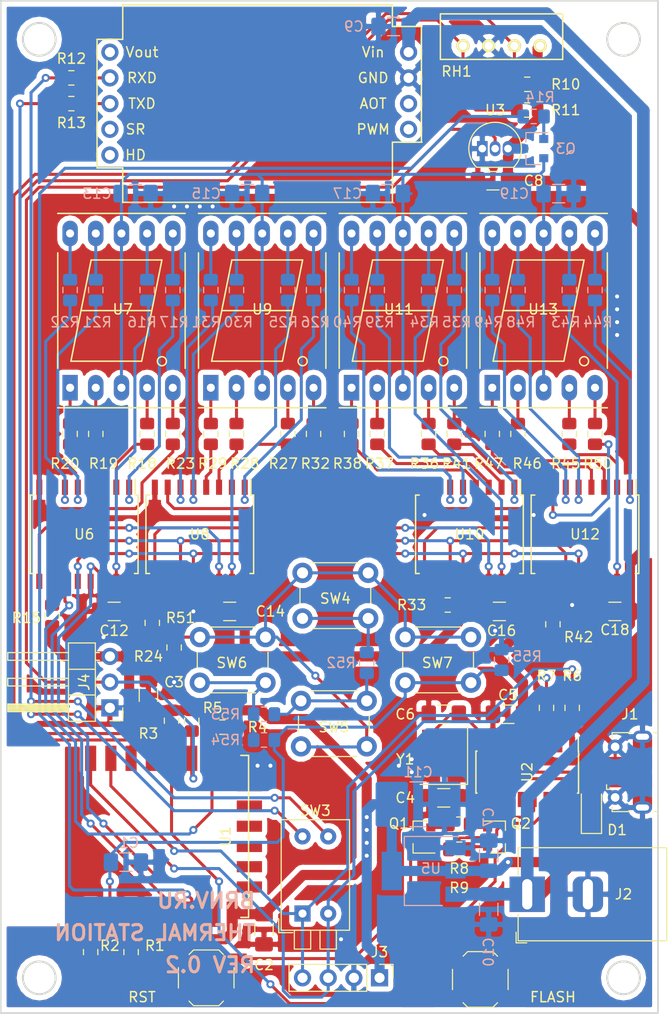
<source format=kicad_pcb>
(kicad_pcb (version 20171130) (host pcbnew "(5.0.1-3-g963ef8bb5)")
  (layers (0 F.Cu signal) (31 B.Cu signal) (34 B.Paste user) (35 F.Paste user) (36 B.SilkS user) (37 F.SilkS user) (38 B.Mask user) (39 F.Mask user) (44 Edge.Cuts user))
  (net 0 "")
  (net 1 Earth)
  (net 2 "Net-(Q1-Pad1)")
  (net 3 +3V3)
  (net 4 Clock)
  (net 5 "Net-(U1-Pad4)")
  (net 6 "Net-(U1-Pad17)")
  (net 7 "Net-(U1-Pad18)")
  (net 8 "Net-(U1-Pad19)")
  (net 9 "Net-(U1-Pad20)")
  (net 10 "Net-(U1-Pad21)")
  (net 11 "Net-(U1-Pad22)")
  (net 12 SDA)
  (net 13 SCL)
  (net 14 SS)
  (net 15 MOSI)
  (net 16 +5V)
  (net 17 PWM)
  (net 18 1WIRE)
  (net 19 ADC)
  (net 20 "Net-(R12-Pad2)")
  (net 21 "Net-(R38-Pad1)")
  (net 22 "Net-(R37-Pad1)")
  (net 23 "Net-(R36-Pad1)")
  (net 24 "Net-(R35-Pad1)")
  (net 25 "Net-(R34-Pad1)")
  (net 26 "Net-(R23-Pad1)")
  (net 27 "Net-(R47-Pad1)")
  (net 28 "Net-(R46-Pad1)")
  (net 29 "Net-(R45-Pad1)")
  (net 30 "Net-(R44-Pad1)")
  (net 31 "Net-(R43-Pad1)")
  (net 32 "Net-(R41-Pad1)")
  (net 33 "Net-(R32-Pad1)")
  (net 34 "Net-(R31-Pad1)")
  (net 35 "Net-(R16-Pad1)")
  (net 36 "Net-(R17-Pad1)")
  (net 37 "Net-(R18-Pad1)")
  (net 38 "Net-(R19-Pad1)")
  (net 39 "Net-(R20-Pad1)")
  (net 40 "Net-(R22-Pad1)")
  (net 41 "Net-(R40-Pad1)")
  (net 42 "Net-(R25-Pad1)")
  (net 43 "Net-(R26-Pad1)")
  (net 44 "Net-(R27-Pad1)")
  (net 45 "Net-(R28-Pad1)")
  (net 46 "Net-(R29-Pad1)")
  (net 47 RST)
  (net 48 GPIO0)
  (net 49 RXD)
  (net 50 TXD)
  (net 51 "Net-(Q2-Pad2)")
  (net 52 "Net-(Q3-Pad1)")
  (net 53 "Net-(Q2-Pad1)")
  (net 54 "Net-(U2-Pad9)")
  (net 55 "Net-(U2-Pad10)")
  (net 56 "Net-(U2-Pad11)")
  (net 57 "Net-(U2-Pad12)")
  (net 58 "Net-(U2-Pad15)")
  (net 59 "Net-(D1-Pad2)")
  (net 60 "Net-(Y1-Pad2)")
  (net 61 "Net-(Y1-Pad4)")
  (net 62 "Net-(U4-Pad1)")
  (net 63 "Net-(U4-Pad4)")
  (net 64 "Net-(U4-Pad5)")
  (net 65 "Net-(U4-Pad8)")
  (net 66 "Net-(U4-Pad9)")
  (net 67 /DISPLAY/LED_3/QC)
  (net 68 /DISPLAY/LED_3/QB)
  (net 69 /DISPLAY/LED_3/QA)
  (net 70 /DISPLAY/LED_2/QH)
  (net 71 /DISPLAY/LED_2/QG)
  (net 72 /DISPLAY/LED_2/QF)
  (net 73 /DISPLAY/LED_2/QE)
  (net 74 /DISPLAY/LED_2/QD)
  (net 75 /DISPLAY/LED_2/QC)
  (net 76 /DISPLAY/LED_2/QB)
  (net 77 /DISPLAY/LED_1/QA)
  (net 78 /DISPLAY/LED_2/QA)
  (net 79 /DISPLAY/LED_1/QH)
  (net 80 /DISPLAY/LED_1/QG)
  (net 81 /DISPLAY/LED_1/QF)
  (net 82 /DISPLAY/LED_3/QH)
  (net 83 /DISPLAY/LED_3/QG)
  (net 84 /DISPLAY/LED_3/QF)
  (net 85 /DISPLAY/LED_1/QE)
  (net 86 /DISPLAY/LED_1/QD)
  (net 87 /DISPLAY/LED_1/QC)
  (net 88 /DISPLAY/LED_1/QB)
  (net 89 /DISPLAY/LED_3/QD)
  (net 90 "Net-(R13-Pad1)")
  (net 91 /DISPLAY/LED_4/QA)
  (net 92 /DISPLAY/LED_4/QB)
  (net 93 /DISPLAY/LED_4/QC)
  (net 94 /DISPLAY/LED_4/QD)
  (net 95 /DISPLAY/LED_4/QE)
  (net 96 /DISPLAY/LED_4/QF)
  (net 97 /DISPLAY/LED_4/QG)
  (net 98 /DISPLAY/LED_4/QH)
  (net 99 /DISPLAY/LED_3/QE)
  (net 100 LED_CA)
  (net 101 /DISPLAY/LED_4/DATA_IN)
  (net 102 /DISPLAY/LED_3/DATA_IN)
  (net 103 /DISPLAY/LED_4/DATA_OUT)
  (net 104 /DISPLAY/LED_2/DATA_IN)
  (net 105 "Net-(R53-Pad1)")
  (net 106 "Net-(R52-Pad1)")
  (net 107 "Net-(R52-Pad2)")
  (net 108 "Net-(R13-Pad2)")
  (net 109 "Net-(R12-Pad1)")
  (net 110 "Net-(R42-Pad2)")
  (net 111 "Net-(R39-Pad1)")
  (net 112 "Net-(R51-Pad1)")
  (net 113 "Net-(R50-Pad1)")
  (net 114 "Net-(R49-Pad1)")
  (net 115 "Net-(R48-Pad1)")
  (net 116 "Net-(R33-Pad2)")
  (net 117 "Net-(R1-Pad1)")
  (net 118 "Net-(R30-Pad1)")
  (net 119 "Net-(R15-Pad2)")
  (net 120 "Net-(R21-Pad1)")
  (net 121 "Net-(R24-Pad2)")
  (net 122 "Net-(Q1-Pad2)")
  (net 123 "Net-(R7-Pad2)")
  (net 124 "Net-(R6-Pad2)")
  (net 125 "Net-(J1-Pad3)")
  (net 126 "Net-(J1-Pad2)")
  (net 127 "Net-(C4-Pad1)")
  (net 128 "Net-(C6-Pad1)")
  (net 129 "Net-(J1-Pad4)")
  (module Capacitor_SMD:C_1206_3216Metric_Pad1.42x1.75mm_HandSolder (layer F.Cu) (at 158.767228 128.756613 180)
    (fp_text reference C4 (at 3.81 0) (layer F.SilkS))
    (fp_text value 22pF)
    (pad 2 smd roundrect (at 1.4875 0 180) (size 1.425 1.75) (layers F.Cu F.Paste F.Mask) (roundrect_rratio 0.175439) (net 1 Earth))
    (pad 1 smd roundrect (at -1.4875 0 180) (size 1.425 1.75) (layers F.Cu F.Paste F.Mask) (roundrect_rratio 0.175439) (net 127 "Net-(C4-Pad1)"))
  )
  (module Capacitor_SMD:C_1206_3216Metric_Pad1.42x1.75mm_HandSolder (layer F.Cu) (at 165.117228 120.501613 180)
    (fp_text reference C5 (at 0 1.905) (layer F.SilkS))
    (fp_text value 10uF)
    (pad 1 smd roundrect (at -1.4875 0 180) (size 1.425 1.75) (layers F.Cu F.Paste F.Mask) (roundrect_rratio 0.175439) (net 3 +3V3))
    (pad 2 smd roundrect (at 1.4875 0 180) (size 1.425 1.75) (layers F.Cu F.Paste F.Mask) (roundrect_rratio 0.175439) (net 1 Earth))
  )
  (module Capacitor_SMD:C_1206_3216Metric_Pad1.42x1.75mm_HandSolder (layer F.Cu) (at 158.767228 120.501613 180)
    (fp_text reference C6 (at 3.81 0) (layer F.SilkS))
    (fp_text value 22pF)
    (pad 2 smd roundrect (at 1.4875 0 180) (size 1.425 1.75) (layers F.Cu F.Paste F.Mask) (roundrect_rratio 0.175439) (net 1 Earth))
    (pad 1 smd roundrect (at -1.4875 0 180) (size 1.425 1.75) (layers F.Cu F.Paste F.Mask) (roundrect_rratio 0.175439) (net 128 "Net-(C6-Pad1)"))
  )
  (module Capacitor_SMD:C_1206_3216Metric_Pad1.42x1.75mm_HandSolder (layer B.Cu) (at 163.212228 134.471613 90)
    (fp_text reference C7 (at 3.81 0 90) (layer B.SilkS) (effects (justify mirror)))
    (fp_text value 10uF)
    (pad 1 smd roundrect (at -1.4875 0 90) (size 1.425 1.75) (layers B.Cu B.Paste B.Mask) (roundrect_rratio 0.175439) (net 3 +3V3))
    (pad 2 smd roundrect (at 1.4875 0 90) (size 1.425 1.75) (layers B.Cu B.Paste B.Mask) (roundrect_rratio 0.175439) (net 1 Earth))
  )
  (module Resistor_SMD:R_0805_2012Metric_Pad1.15x1.40mm_HandSolder (layer F.Cu) (at 160.29829 133.836613 180)
    (fp_text reference R9 (at 0 -3.81 180) (layer F.SilkS))
    (fp_text value 10K)
    (pad 2 smd roundrect (at 1.025 0 180) (size 1.15 1.4) (layers F.Cu F.Paste F.Mask) (roundrect_rratio 0.217391) (net 2 "Net-(Q1-Pad1)"))
    (pad 1 smd roundrect (at -1.025 0 180) (size 1.15 1.4) (layers F.Cu F.Paste F.Mask) (roundrect_rratio 0.217391) (net 51 "Net-(Q2-Pad2)"))
  )
  (module Resistor_SMD:R_0805_2012Metric_Pad1.15x1.40mm_HandSolder (layer F.Cu) (at 160.29829 131.361173)
    (fp_text reference R8 (at 0 4.38044) (layer F.SilkS))
    (fp_text value 10K)
    (pad 1 smd roundrect (at -1.025 0) (size 1.15 1.4) (layers F.Cu F.Paste F.Mask) (roundrect_rratio 0.217391) (net 122 "Net-(Q1-Pad2)"))
    (pad 2 smd roundrect (at 1.025 0) (size 1.15 1.4) (layers F.Cu F.Paste F.Mask) (roundrect_rratio 0.217391) (net 53 "Net-(Q2-Pad1)"))
  )
  (module Resistor_SMD:R_0805_2012Metric_Pad1.15x1.40mm_HandSolder (layer F.Cu) (at 168.927228 119.866613 270)
    (fp_text reference R7 (at -3.175 0) (layer F.SilkS))
    (fp_text value 470)
    (pad 2 smd roundrect (at 1.025 0 270) (size 1.15 1.4) (layers F.Cu F.Paste F.Mask) (roundrect_rratio 0.217391) (net 123 "Net-(R7-Pad2)"))
    (pad 1 smd roundrect (at -1.025 0 270) (size 1.15 1.4) (layers F.Cu F.Paste F.Mask) (roundrect_rratio 0.217391) (net 50 TXD))
  )
  (module Resistor_SMD:R_0805_2012Metric_Pad1.15x1.40mm_HandSolder (layer F.Cu) (at 171.467228 119.866613 270)
    (fp_text reference R6 (at -3.175 0) (layer F.SilkS))
    (fp_text value 470)
    (pad 1 smd roundrect (at -1.025 0 270) (size 1.15 1.4) (layers F.Cu F.Paste F.Mask) (roundrect_rratio 0.217391) (net 49 RXD))
    (pad 2 smd roundrect (at 1.025 0 270) (size 1.15 1.4) (layers F.Cu F.Paste F.Mask) (roundrect_rratio 0.217391) (net 124 "Net-(R6-Pad2)"))
  )
  (module Capacitor_SMD:C_1206_3216Metric_Pad1.42x1.75mm_HandSolder (layer F.Cu) (at 140.987228 141.739113 270)
    (fp_text reference C2 (at 3.5275 0 180) (layer F.SilkS))
    (fp_text value 0.1uF)
    (pad 1 smd roundrect (at -1.4875 0 270) (size 1.425 1.75) (layers F.Cu F.Paste F.Mask) (roundrect_rratio 0.175439) (net 3 +3V3))
    (pad 2 smd roundrect (at 1.4875 0 270) (size 1.425 1.75) (layers F.Cu F.Paste F.Mask) (roundrect_rratio 0.175439) (net 1 Earth))
  )
  (module Capacitor_SMD:C_1206_3216Metric_Pad1.42x1.75mm_HandSolder (layer F.Cu) (at 129.557228 118.624113 90)
    (fp_text reference C3 (at 1.2975 2.54) (layer F.SilkS))
    (fp_text value 0.1uF)
    (pad 2 smd roundrect (at 1.4875 0 90) (size 1.425 1.75) (layers F.Cu F.Paste F.Mask) (roundrect_rratio 0.175439) (net 1 Earth))
    (pad 1 smd roundrect (at -1.4875 0 90) (size 1.425 1.75) (layers F.Cu F.Paste F.Mask) (roundrect_rratio 0.175439) (net 3 +3V3))
  )
  (module Capacitor_SMD:C_1206_3216Metric_Pad1.42x1.75mm_HandSolder (layer B.Cu) (at 153.799728 52.556613 180)
    (fp_text reference C9 (at 3.9225 0 180) (layer B.SilkS) (effects (justify mirror)))
    (fp_text value 0.1uF)
    (pad 1 smd roundrect (at -1.4875 0 180) (size 1.425 1.75) (layers B.Cu B.Paste B.Mask) (roundrect_rratio 0.175439) (net 16 +5V))
    (pad 2 smd roundrect (at 1.4875 0 180) (size 1.425 1.75) (layers B.Cu B.Paste B.Mask) (roundrect_rratio 0.175439) (net 1 Earth))
  )
  (module Capacitor_SMD:C_1206_3216Metric_Pad1.42x1.75mm_HandSolder (layer F.Cu) (at 126.164728 110.341613 180)
    (fp_text reference C12 (at 0 -1.905 180) (layer F.SilkS))
    (fp_text value 0.1uF)
    (pad 2 smd roundrect (at 1.4875 0 180) (size 1.425 1.75) (layers F.Cu F.Paste F.Mask) (roundrect_rratio 0.175439) (net 1 Earth))
    (pad 1 smd roundrect (at -1.4875 0 180) (size 1.425 1.75) (layers F.Cu F.Paste F.Mask) (roundrect_rratio 0.175439) (net 3 +3V3))
  )
  (module Capacitor_SMD:C_1206_3216Metric_Pad1.42x1.75mm_HandSolder (layer B.Cu) (at 170.1323 69.066613)
    (fp_text reference C19 (at -4.380072 0 180) (layer B.SilkS) (effects (justify mirror)))
    (fp_text value 0.1uF)
    (pad 1 smd roundrect (at -1.4875 0) (size 1.425 1.75) (layers B.Cu B.Paste B.Mask) (roundrect_rratio 0.175439) (net 100 LED_CA))
    (pad 2 smd roundrect (at 1.4875 0) (size 1.425 1.75) (layers B.Cu B.Paste B.Mask) (roundrect_rratio 0.175439) (net 1 Earth))
  )
  (module Capacitor_SMD:C_2816_7142Metric_Pad3.20x4.45mm_HandSolder (layer B.Cu) (at 156.227228 129.391613)
    (fp_text reference C11 (at 0 -3.175) (layer B.SilkS) (effects (justify mirror)))
    (fp_text value 100uF)
    (pad 1 smd roundrect (at -2.6 0) (size 3.2 4.45) (layers B.Cu B.Paste B.Mask) (roundrect_rratio 0.078125) (net 3 +3V3))
    (pad 2 smd roundrect (at 2.6 0) (size 3.2 4.45) (layers B.Cu B.Paste B.Mask) (roundrect_rratio 0.078125) (net 1 Earth))
  )
  (module Connector_BarrelJack:BarrelJack_Horizontal_DS_201 (layer F.Cu) (at 167.022228 138.281613 180)
    (fp_text reference J2 (at -9.525 0) (layer F.SilkS))
    (fp_text value Jack-DC)
    (pad 1 thru_hole rect (at 0 0 180) (size 3.5 3.5) (drill oval 1 3) (layers *.Cu *.Mask) (net 16 +5V))
    (pad 2 thru_hole roundrect (at -6 0 180) (size 3 3.5) (drill oval 1 3) (layers *.Cu *.Mask) (net 1 Earth))
  )
  (module Connector_PinHeader_2.54mm:PinHeader_1x03_P2.54mm_Horizontal (layer F.Cu) (at 125.747228 119.866613 180)
    (fp_text reference J4 (at 2.54 2.54 90) (layer F.SilkS))
    (fp_text value Conn_01x03)
    (pad 1 thru_hole rect (at 0 0 180) (size 1.7 1.7) (drill 1) (layers *.Cu *.Mask) (net 1 Earth))
    (pad 2 thru_hole oval (at 0 2.54 180) (size 1.7 1.7) (drill 1) (layers *.Cu *.Mask) (net 18 1WIRE))
    (pad 3 thru_hole oval (at 0 5.08 180) (size 1.7 1.7) (drill 1) (layers *.Cu *.Mask) (net 3 +3V3))
  )
  (module Connector_PinHeader_2.54mm:PinHeader_1x04_P2.54mm_Vertical (layer F.Cu) (at 152.417228 146.536613 270)
    (fp_text reference J3 (at -2.54 0) (layer F.SilkS))
    (fp_text value Conn_01x04_Male)
    (pad 1 thru_hole rect (at 0 0 270) (size 1.7 1.7) (drill 1) (layers *.Cu *.Mask) (net 3 +3V3))
    (pad 2 thru_hole oval (at 0 2.54 270) (size 1.7 1.7) (drill 1) (layers *.Cu *.Mask) (net 1 Earth))
    (pad 3 thru_hole oval (at 0 5.08 270) (size 1.7 1.7) (drill 1) (layers *.Cu *.Mask) (net 50 TXD))
    (pad 4 thru_hole oval (at 0 7.62 270) (size 1.7 1.7) (drill 1) (layers *.Cu *.Mask) (net 49 RXD))
  )
  (module Connector_USB:USB_Micro-B_Molex-105017-0001 (layer F.Cu) (at 177.182228 126.216613 90)
    (fp_text reference J1 (at 5.715 0 180) (layer F.SilkS))
    (fp_text value USB)
    (pad 6 smd rect (at -2.9 1.2375 90) (size 1.2 1.9) (layers F.Cu F.Mask) (net 1 Earth))
    (pad 6 smd rect (at 2.9 1.2375 90) (size 1.2 1.9) (layers F.Cu F.Mask) (net 1 Earth))
    (pad 6 thru_hole oval (at 3.5 1.2375 90) (size 1.2 1.9) (drill oval 0.6 1.3) (layers *.Cu *.Mask) (net 1 Earth))
    (pad 6 thru_hole oval (at -3.5 1.2375 270) (size 1.2 1.9) (drill oval 0.6 1.3) (layers *.Cu *.Mask) (net 1 Earth))
    (pad 6 smd rect (at -1 1.2375 90) (size 1.5 1.9) (layers F.Cu F.Paste F.Mask) (net 1 Earth))
    (pad 6 thru_hole circle (at 2.5 -1.4625 90) (size 1.45 1.45) (drill 0.85) (layers *.Cu *.Mask) (net 1 Earth))
    (pad 3 smd rect (at 0 -1.4625 90) (size 0.4 1.35) (layers F.Cu F.Paste F.Mask) (net 125 "Net-(J1-Pad3)"))
    (pad 4 smd rect (at 0.65 -1.4625 90) (size 0.4 1.35) (layers F.Cu F.Paste F.Mask) (net 129 "Net-(J1-Pad4)"))
    (pad 5 smd rect (at 1.3 -1.4625 90) (size 0.4 1.35) (layers F.Cu F.Paste F.Mask) (net 1 Earth))
    (pad 1 smd rect (at -1.3 -1.4625 90) (size 0.4 1.35) (layers F.Cu F.Paste F.Mask) (net 59 "Net-(D1-Pad2)"))
    (pad 2 smd rect (at -0.65 -1.4625 90) (size 0.4 1.35) (layers F.Cu F.Paste F.Mask) (net 126 "Net-(J1-Pad2)"))
    (pad 6 thru_hole circle (at -2.5 -1.4625 90) (size 1.45 1.45) (drill 0.85) (layers *.Cu *.Mask) (net 1 Earth))
    (pad 6 smd rect (at 1 1.2375 90) (size 1.5 1.9) (layers F.Cu F.Paste F.Mask) (net 1 Earth))
  )
  (module Resistor_SMD:R_0805_2012Metric_Pad1.15x1.40mm_HandSolder (layer B.Cu) (at 166.1048 78.594994 270)
    (fp_text reference R48 (at 3.171619 -0.282428) (layer B.SilkS) (effects (justify mirror)))
    (fp_text value 160)
    (pad 2 smd roundrect (at 1.025 0 270) (size 1.15 1.4) (layers B.Cu B.Paste B.Mask) (roundrect_rratio 0.217391) (net 96 /DISPLAY/LED_4/QF))
    (pad 1 smd roundrect (at -1.025 0 270) (size 1.15 1.4) (layers B.Cu B.Paste B.Mask) (roundrect_rratio 0.217391) (net 115 "Net-(R48-Pad1)"))
  )
  (module Resistor_SMD:R_0805_2012Metric_Pad1.15x1.40mm_HandSolder (layer B.Cu) (at 163.5648 78.594994 270)
    (fp_text reference R49 (at 3.171619 0.352572) (layer B.SilkS) (effects (justify mirror)))
    (fp_text value 160)
    (pad 1 smd roundrect (at -1.025 0 270) (size 1.15 1.4) (layers B.Cu B.Paste B.Mask) (roundrect_rratio 0.217391) (net 114 "Net-(R49-Pad1)"))
    (pad 2 smd roundrect (at 1.025 0 270) (size 1.15 1.4) (layers B.Cu B.Paste B.Mask) (roundrect_rratio 0.217391) (net 97 /DISPLAY/LED_4/QG))
  )
  (module Resistor_SMD:R_0805_2012Metric_Pad1.15x1.40mm_HandSolder (layer F.Cu) (at 173.7248 92.806613 270)
    (fp_text reference R50 (at 2.93 -0.282428) (layer F.SilkS))
    (fp_text value 160)
    (pad 2 smd roundrect (at 1.025 0 270) (size 1.15 1.4) (layers F.Cu F.Paste F.Mask) (roundrect_rratio 0.217391) (net 98 /DISPLAY/LED_4/QH))
    (pad 1 smd roundrect (at -1.025 0 270) (size 1.15 1.4) (layers F.Cu F.Paste F.Mask) (roundrect_rratio 0.217391) (net 113 "Net-(R50-Pad1)"))
  )
  (module Resistor_SMD:R_0805_2012Metric_Pad1.15x1.40mm_HandSolder (layer F.Cu) (at 132.097228 113.906613 270)
    (fp_text reference R51 (at -2.93 -0.635) (layer F.SilkS))
    (fp_text value 56K)
    (pad 1 smd roundrect (at -1.025 0 270) (size 1.15 1.4) (layers F.Cu F.Paste F.Mask) (roundrect_rratio 0.217391) (net 112 "Net-(R51-Pad1)"))
    (pad 2 smd roundrect (at 1.025 0 270) (size 1.15 1.4) (layers F.Cu F.Paste F.Mask) (roundrect_rratio 0.217391) (net 3 +3V3))
  )
  (module Button_Switch_SMD:SW_SPST_TL3342 (layer F.Cu) (at 162.380144 146.697913)
    (fp_text reference FLASH (at 7.182084 1.7437) (layer F.SilkS))
    (fp_text value FLASH)
    (pad 2 smd rect (at 3.15 1.9) (size 1.7 1) (layers F.Cu F.Paste F.Mask) (net 1 Earth))
    (pad 2 smd rect (at -3.15 1.9) (size 1.7 1) (layers F.Cu F.Paste F.Mask) (net 1 Earth))
    (pad 1 smd rect (at 3.15 -1.9) (size 1.7 1) (layers F.Cu F.Paste F.Mask) (net 48 GPIO0))
    (pad 1 smd rect (at -3.15 -1.9) (size 1.7 1) (layers F.Cu F.Paste F.Mask) (net 48 GPIO0))
  )
  (module Button_Switch_SMD:SW_SPST_TL3342 (layer F.Cu) (at 135.272228 146.536613 180)
    (fp_text reference RST (at 6.35 -1.905) (layer F.SilkS))
    (fp_text value RESET)
    (pad 1 smd rect (at -3.15 -1.9 180) (size 1.7 1) (layers F.Cu F.Paste F.Mask) (net 1 Earth))
    (pad 1 smd rect (at 3.15 -1.9 180) (size 1.7 1) (layers F.Cu F.Paste F.Mask) (net 1 Earth))
    (pad 2 smd rect (at -3.15 1.9 180) (size 1.7 1) (layers F.Cu F.Paste F.Mask) (net 47 RST))
    (pad 2 smd rect (at 3.15 1.9 180) (size 1.7 1) (layers F.Cu F.Paste F.Mask) (net 47 RST))
  )
  (module Button_Switch_THT:SW_PUSH_6mm_H8.5mm (layer F.Cu) (at 154.957228 112.881613)
    (fp_text reference SW7 (at 3.175 2.54) (layer F.SilkS))
    (fp_text value PREV)
    (pad 1 thru_hole circle (at 6.5 0 90) (size 2 2) (drill 1.1) (layers *.Cu *.Mask) (net 112 "Net-(R51-Pad1)"))
    (pad 2 thru_hole circle (at 6.5 4.5 90) (size 2 2) (drill 1.1) (layers *.Cu *.Mask) (net 19 ADC))
    (pad 1 thru_hole circle (at 0 0 90) (size 2 2) (drill 1.1) (layers *.Cu *.Mask) (net 112 "Net-(R51-Pad1)"))
    (pad 2 thru_hole circle (at 0 4.5 90) (size 2 2) (drill 1.1) (layers *.Cu *.Mask) (net 19 ADC))
  )
  (module Button_Switch_THT:SW_PUSH_6mm_H8.5mm (layer F.Cu) (at 134.637228 112.881613)
    (fp_text reference SW6 (at 3.175 2.54) (layer F.SilkS))
    (fp_text value NEXT)
    (pad 2 thru_hole circle (at 0 4.5 90) (size 2 2) (drill 1.1) (layers *.Cu *.Mask) (net 105 "Net-(R53-Pad1)"))
    (pad 1 thru_hole circle (at 0 0 90) (size 2 2) (drill 1.1) (layers *.Cu *.Mask) (net 112 "Net-(R51-Pad1)"))
    (pad 2 thru_hole circle (at 6.5 4.5 90) (size 2 2) (drill 1.1) (layers *.Cu *.Mask) (net 105 "Net-(R53-Pad1)"))
    (pad 1 thru_hole circle (at 6.5 0 90) (size 2 2) (drill 1.1) (layers *.Cu *.Mask) (net 112 "Net-(R51-Pad1)"))
  )
  (module Button_Switch_THT:SW_PUSH_6mm_H8.5mm (layer F.Cu) (at 151.147228 123.676613 180)
    (fp_text reference SW5 (at 3.25 1.905 180) (layer F.SilkS))
    (fp_text value "BRIGHT DOWN")
    (pad 1 thru_hole circle (at 6.5 0 270) (size 2 2) (drill 1.1) (layers *.Cu *.Mask) (net 112 "Net-(R51-Pad1)"))
    (pad 2 thru_hole circle (at 6.5 4.5 270) (size 2 2) (drill 1.1) (layers *.Cu *.Mask) (net 106 "Net-(R52-Pad1)"))
    (pad 1 thru_hole circle (at 0 0 270) (size 2 2) (drill 1.1) (layers *.Cu *.Mask) (net 112 "Net-(R51-Pad1)"))
    (pad 2 thru_hole circle (at 0 4.5 270) (size 2 2) (drill 1.1) (layers *.Cu *.Mask) (net 106 "Net-(R52-Pad1)"))
  )
  (module Button_Switch_THT:SW_PUSH_6mm_H8.5mm (layer F.Cu) (at 144.797228 106.531613)
    (fp_text reference SW4 (at 3.25 2.54) (layer F.SilkS))
    (fp_text value "BRIGHT UP")
    (pad 2 thru_hole circle (at 0 4.5 90) (size 2 2) (drill 1.1) (layers *.Cu *.Mask) (net 107 "Net-(R52-Pad2)"))
    (pad 1 thru_hole circle (at 0 0 90) (size 2 2) (drill 1.1) (layers *.Cu *.Mask) (net 112 "Net-(R51-Pad1)"))
    (pad 2 thru_hole circle (at 6.5 4.5 90) (size 2 2) (drill 1.1) (layers *.Cu *.Mask) (net 107 "Net-(R52-Pad2)"))
    (pad 1 thru_hole circle (at 6.5 0 90) (size 2 2) (drill 1.1) (layers *.Cu *.Mask) (net 112 "Net-(R51-Pad1)"))
  )
  (module Resistor_SMD:R_0805_2012Metric_Pad1.15x1.40mm_HandSolder (layer B.Cu) (at 151.147228 115.421613 90)
    (fp_text reference R52 (at 0 -2.54 180) (layer B.SilkS) (effects (justify mirror)))
    (fp_text value 56K)
    (pad 2 smd roundrect (at 1.025 0 90) (size 1.15 1.4) (layers B.Cu B.Paste B.Mask) (roundrect_rratio 0.217391) (net 107 "Net-(R52-Pad2)"))
    (pad 1 smd roundrect (at -1.025 0 90) (size 1.15 1.4) (layers B.Cu B.Paste B.Mask) (roundrect_rratio 0.217391) (net 106 "Net-(R52-Pad1)"))
  )
  (module Resistor_SMD:R_0805_2012Metric_Pad1.15x1.40mm_HandSolder (layer B.Cu) (at 140.987228 120.501613)
    (fp_text reference R53 (at -3.81 0) (layer B.SilkS) (effects (justify mirror)))
    (fp_text value 56K)
    (pad 1 smd roundrect (at -1.025 0) (size 1.15 1.4) (layers B.Cu B.Paste B.Mask) (roundrect_rratio 0.217391) (net 105 "Net-(R53-Pad1)"))
    (pad 2 smd roundrect (at 1.025 0) (size 1.15 1.4) (layers B.Cu B.Paste B.Mask) (roundrect_rratio 0.217391) (net 106 "Net-(R52-Pad1)"))
  )
  (module Resistor_SMD:R_0805_2012Metric_Pad1.15x1.40mm_HandSolder (layer B.Cu) (at 140.987228 123.041613 180)
    (fp_text reference R54 (at 3.81 0) (layer B.SilkS) (effects (justify mirror)))
    (fp_text value 56K)
    (pad 2 smd roundrect (at 1.025 0 180) (size 1.15 1.4) (layers B.Cu B.Paste B.Mask) (roundrect_rratio 0.217391) (net 105 "Net-(R53-Pad1)"))
    (pad 1 smd roundrect (at -1.025 0 180) (size 1.15 1.4) (layers B.Cu B.Paste B.Mask) (roundrect_rratio 0.217391) (net 19 ADC))
  )
  (module Resistor_SMD:R_0805_2012Metric_Pad1.15x1.40mm_HandSolder (layer B.Cu) (at 164.482228 115.131613 270)
    (fp_text reference R55 (at -0.345 -2.54) (layer B.SilkS) (effects (justify mirror)))
    (fp_text value 56K)
    (pad 1 smd roundrect (at -1.025 0 270) (size 1.15 1.4) (layers B.Cu B.Paste B.Mask) (roundrect_rratio 0.217391) (net 1 Earth))
    (pad 2 smd roundrect (at 1.025 0 270) (size 1.15 1.4) (layers B.Cu B.Paste B.Mask) (roundrect_rratio 0.217391) (net 19 ADC))
  )
  (module Package_TO_SOT_THT:TO-92_Inline (layer F.Cu) (at 162.577228 64.621613)
    (fp_text reference U3 (at 1.27 -3.81) (layer F.SilkS))
    (fp_text value DS18B20)
    (pad 2 thru_hole oval (at 1.27 0) (size 1.05 1.5) (drill 0.75) (layers *.Cu *.Mask) (net 18 1WIRE))
    (pad 3 thru_hole oval (at 2.54 0) (size 1.05 1.5) (drill 0.75) (layers *.Cu *.Mask) (net 3 +3V3))
    (pad 1 thru_hole rect (at 0 0) (size 1.05 1.5) (drill 0.75) (layers *.Cu *.Mask) (net 1 Earth))
  )
  (module Capacitor_SMD:C_1206_3216Metric_Pad1.42x1.75mm_HandSolder (layer F.Cu) (at 175.694728 110.341613 180)
    (fp_text reference C18 (at 0 -1.82 180) (layer F.SilkS))
    (fp_text value 0.1uF)
    (pad 1 smd roundrect (at -1.4875 0 180) (size 1.425 1.75) (layers F.Cu F.Paste F.Mask) (roundrect_rratio 0.175439) (net 3 +3V3))
    (pad 2 smd roundrect (at 1.4875 0 180) (size 1.425 1.75) (layers F.Cu F.Paste F.Mask) (roundrect_rratio 0.175439) (net 1 Earth))
  )
  (module Display_7Segment:7SegmentLED_LTS6760_LTS6780 (layer F.Cu) (at 149.646608 88.243613 90)
    (fp_text reference U11 (at 7.747 4.67562 180) (layer F.SilkS))
    (fp_text value KCSA02-105)
    (pad 1 thru_hole rect (at 0 0) (size 1.524 2.524) (drill 0.8) (layers *.Cu *.Mask) (net 21 "Net-(R38-Pad1)"))
    (pad 2 thru_hole oval (at 0 2.54) (size 1.524 2.524) (drill 0.8) (layers *.Cu *.Mask) (net 22 "Net-(R37-Pad1)"))
    (pad 3 thru_hole oval (at 0 5.08) (size 1.524 2.524) (drill 0.8) (layers *.Cu *.Mask) (net 100 LED_CA))
    (pad 4 thru_hole oval (at 0 7.62) (size 1.524 2.524) (drill 0.8) (layers *.Cu *.Mask) (net 23 "Net-(R36-Pad1)"))
    (pad 5 thru_hole oval (at 0 10.16) (size 1.524 2.524) (drill 0.8) (layers *.Cu *.Mask) (net 32 "Net-(R41-Pad1)"))
    (pad 6 thru_hole oval (at 15.24 10.16) (size 1.524 2.524) (drill 0.8) (layers *.Cu *.Mask) (net 24 "Net-(R35-Pad1)"))
    (pad 7 thru_hole oval (at 15.24 7.62) (size 1.524 2.524) (drill 0.8) (layers *.Cu *.Mask) (net 25 "Net-(R34-Pad1)"))
    (pad 8 thru_hole oval (at 15.24 5.08) (size 1.524 2.524) (drill 0.8) (layers *.Cu *.Mask) (net 100 LED_CA))
    (pad 9 thru_hole oval (at 15.24 2.54) (size 1.524 2.524) (drill 0.8) (layers *.Cu *.Mask) (net 111 "Net-(R39-Pad1)"))
    (pad 10 thru_hole oval (at 15.24 0) (size 1.524 2.524) (drill 0.8) (layers *.Cu *.Mask) (net 41 "Net-(R40-Pad1)"))
  )
  (module Display_7Segment:7SegmentLED_LTS6760_LTS6780 (layer F.Cu) (at 135.728418 88.243613 90)
    (fp_text reference U9 (at 7.747 5.08101 180) (layer F.SilkS))
    (fp_text value KCSA02-105)
    (pad 10 thru_hole oval (at 15.24 0) (size 1.524 2.524) (drill 0.8) (layers *.Cu *.Mask) (net 34 "Net-(R31-Pad1)"))
    (pad 9 thru_hole oval (at 15.24 2.54) (size 1.524 2.524) (drill 0.8) (layers *.Cu *.Mask) (net 118 "Net-(R30-Pad1)"))
    (pad 8 thru_hole oval (at 15.24 5.08) (size 1.524 2.524) (drill 0.8) (layers *.Cu *.Mask) (net 100 LED_CA))
    (pad 7 thru_hole oval (at 15.24 7.62) (size 1.524 2.524) (drill 0.8) (layers *.Cu *.Mask) (net 42 "Net-(R25-Pad1)"))
    (pad 6 thru_hole oval (at 15.24 10.16) (size 1.524 2.524) (drill 0.8) (layers *.Cu *.Mask) (net 43 "Net-(R26-Pad1)"))
    (pad 5 thru_hole oval (at 0 10.16) (size 1.524 2.524) (drill 0.8) (layers *.Cu *.Mask) (net 33 "Net-(R32-Pad1)"))
    (pad 4 thru_hole oval (at 0 7.62) (size 1.524 2.524) (drill 0.8) (layers *.Cu *.Mask) (net 44 "Net-(R27-Pad1)"))
    (pad 3 thru_hole oval (at 0 5.08) (size 1.524 2.524) (drill 0.8) (layers *.Cu *.Mask) (net 100 LED_CA))
    (pad 2 thru_hole oval (at 0 2.54) (size 1.524 2.524) (drill 0.8) (layers *.Cu *.Mask) (net 45 "Net-(R28-Pad1)"))
    (pad 1 thru_hole rect (at 0 0) (size 1.524 2.524) (drill 0.8) (layers *.Cu *.Mask) (net 46 "Net-(R29-Pad1)"))
  )
  (module Display_7Segment:7SegmentLED_LTS6760_LTS6780 (layer F.Cu) (at 121.810228 88.243613 90)
    (fp_text reference U7 (at 7.747 5.207 180) (layer F.SilkS))
    (fp_text value KCSA02-105)
    (pad 1 thru_hole rect (at 0 0) (size 1.524 2.524) (drill 0.8) (layers *.Cu *.Mask) (net 39 "Net-(R20-Pad1)"))
    (pad 2 thru_hole oval (at 0 2.54) (size 1.524 2.524) (drill 0.8) (layers *.Cu *.Mask) (net 38 "Net-(R19-Pad1)"))
    (pad 3 thru_hole oval (at 0 5.08) (size 1.524 2.524) (drill 0.8) (layers *.Cu *.Mask) (net 100 LED_CA))
    (pad 4 thru_hole oval (at 0 7.62) (size 1.524 2.524) (drill 0.8) (layers *.Cu *.Mask) (net 37 "Net-(R18-Pad1)"))
    (pad 5 thru_hole oval (at 0 10.16) (size 1.524 2.524) (drill 0.8) (layers *.Cu *.Mask) (net 26 "Net-(R23-Pad1)"))
    (pad 6 thru_hole oval (at 15.24 10.16) (size 1.524 2.524) (drill 0.8) (layers *.Cu *.Mask) (net 36 "Net-(R17-Pad1)"))
    (pad 7 thru_hole oval (at 15.24 7.62) (size 1.524 2.524) (drill 0.8) (layers *.Cu *.Mask) (net 35 "Net-(R16-Pad1)"))
    (pad 8 thru_hole oval (at 15.24 5.08) (size 1.524 2.524) (drill 0.8) (layers *.Cu *.Mask) (net 100 LED_CA))
    (pad 9 thru_hole oval (at 15.24 2.54) (size 1.524 2.524) (drill 0.8) (layers *.Cu *.Mask) (net 120 "Net-(R21-Pad1)"))
    (pad 10 thru_hole oval (at 15.24 0) (size 1.524 2.524) (drill 0.8) (layers *.Cu *.Mask) (net 40 "Net-(R22-Pad1)"))
  )
  (module Display_7Segment:7SegmentLED_LTS6760_LTS6780 (layer F.Cu) (at 163.5648 88.243613 90)
    (fp_text reference U13 (at 7.747 5.032228 180) (layer F.SilkS))
    (fp_text value KCSA02-105)
    (pad 10 thru_hole oval (at 15.24 0) (size 1.524 2.524) (drill 0.8) (layers *.Cu *.Mask) (net 114 "Net-(R49-Pad1)"))
    (pad 9 thru_hole oval (at 15.24 2.54) (size 1.524 2.524) (drill 0.8) (layers *.Cu *.Mask) (net 115 "Net-(R48-Pad1)"))
    (pad 8 thru_hole oval (at 15.24 5.08) (size 1.524 2.524) (drill 0.8) (layers *.Cu *.Mask) (net 100 LED_CA))
    (pad 7 thru_hole oval (at 15.24 7.62) (size 1.524 2.524) (drill 0.8) (layers *.Cu *.Mask) (net 31 "Net-(R43-Pad1)"))
    (pad 6 thru_hole oval (at 15.24 10.16) (size 1.524 2.524) (drill 0.8) (layers *.Cu *.Mask) (net 30 "Net-(R44-Pad1)"))
    (pad 5 thru_hole oval (at 0 10.16) (size 1.524 2.524) (drill 0.8) (layers *.Cu *.Mask) (net 113 "Net-(R50-Pad1)"))
    (pad 4 thru_hole oval (at 0 7.62) (size 1.524 2.524) (drill 0.8) (layers *.Cu *.Mask) (net 29 "Net-(R45-Pad1)"))
    (pad 3 thru_hole oval (at 0 5.08) (size 1.524 2.524) (drill 0.8) (layers *.Cu *.Mask) (net 100 LED_CA))
    (pad 2 thru_hole oval (at 0 2.54) (size 1.524 2.524) (drill 0.8) (layers *.Cu *.Mask) (net 28 "Net-(R46-Pad1)"))
    (pad 1 thru_hole rect (at 0 0) (size 1.524 2.524) (drill 0.8) (layers *.Cu *.Mask) (net 27 "Net-(R47-Pad1)"))
  )
  (module Package_SO:SOIC-16W_7.5x10.3mm_P1.27mm (layer F.Cu) (at 161.307228 102.721613 270)
    (fp_text reference U10 (at 0 0) (layer F.SilkS))
    (fp_text value 74HC595)
    (pad 16 smd rect (at 4.65 -4.445 270) (size 1.5 0.6) (layers F.Cu F.Paste F.Mask) (net 3 +3V3))
    (pad 15 smd rect (at 4.65 -3.175 270) (size 1.5 0.6) (layers F.Cu F.Paste F.Mask) (net 69 /DISPLAY/LED_3/QA))
    (pad 14 smd rect (at 4.65 -1.905 270) (size 1.5 0.6) (layers F.Cu F.Paste F.Mask) (net 102 /DISPLAY/LED_3/DATA_IN))
    (pad 13 smd rect (at 4.65 -0.635 270) (size 1.5 0.6) (layers F.Cu F.Paste F.Mask) (net 1 Earth))
    (pad 12 smd rect (at 4.65 0.635 270) (size 1.5 0.6) (layers F.Cu F.Paste F.Mask) (net 4 Clock))
    (pad 11 smd rect (at 4.65 1.905 270) (size 1.5 0.6) (layers F.Cu F.Paste F.Mask) (net 14 SS))
    (pad 10 smd rect (at 4.65 3.175 270) (size 1.5 0.6) (layers F.Cu F.Paste F.Mask) (net 116 "Net-(R33-Pad2)"))
    (pad 9 smd rect (at 4.65 4.445 270) (size 1.5 0.6) (layers F.Cu F.Paste F.Mask) (net 101 /DISPLAY/LED_4/DATA_IN))
    (pad 8 smd rect (at -4.65 4.445 270) (size 1.5 0.6) (layers F.Cu F.Paste F.Mask) (net 1 Earth))
    (pad 7 smd rect (at -4.65 3.175 270) (size 1.5 0.6) (layers F.Cu F.Paste F.Mask) (net 82 /DISPLAY/LED_3/QH))
    (pad 6 smd rect (at -4.65 1.905 270) (size 1.5 0.6) (layers F.Cu F.Paste F.Mask) (net 83 /DISPLAY/LED_3/QG))
    (pad 5 smd rect (at -4.65 0.635 270) (size 1.5 0.6) (layers F.Cu F.Paste F.Mask) (net 84 /DISPLAY/LED_3/QF))
    (pad 4 smd rect (at -4.65 -0.635 270) (size 1.5 0.6) (layers F.Cu F.Paste F.Mask) (net 99 /DISPLAY/LED_3/QE))
    (pad 3 smd rect (at -4.65 -1.905 270) (size 1.5 0.6) (layers F.Cu F.Paste F.Mask) (net 89 /DISPLAY/LED_3/QD))
    (pad 2 smd rect (at -4.65 -3.175 270) (size 1.5 0.6) (layers F.Cu F.Paste F.Mask) (net 67 /DISPLAY/LED_3/QC))
    (pad 1 smd rect (at -4.65 -4.445 270) (size 1.5 0.6) (layers F.Cu F.Paste F.Mask) (net 68 /DISPLAY/LED_3/QB))
  )
  (module Package_SO:SOIC-16W_7.5x10.3mm_P1.27mm (layer F.Cu) (at 134.637228 102.721613 270)
    (fp_text reference U8 (at 0 0) (layer F.SilkS))
    (fp_text value 74HC595)
    (pad 1 smd rect (at -4.65 -4.445 270) (size 1.5 0.6) (layers F.Cu F.Paste F.Mask) (net 76 /DISPLAY/LED_2/QB))
    (pad 2 smd rect (at -4.65 -3.175 270) (size 1.5 0.6) (layers F.Cu F.Paste F.Mask) (net 75 /DISPLAY/LED_2/QC))
    (pad 3 smd rect (at -4.65 -1.905 270) (size 1.5 0.6) (layers F.Cu F.Paste F.Mask) (net 74 /DISPLAY/LED_2/QD))
    (pad 4 smd rect (at -4.65 -0.635 270) (size 1.5 0.6) (layers F.Cu F.Paste F.Mask) (net 73 /DISPLAY/LED_2/QE))
    (pad 5 smd rect (at -4.65 0.635 270) (size 1.5 0.6) (layers F.Cu F.Paste F.Mask) (net 72 /DISPLAY/LED_2/QF))
    (pad 6 smd rect (at -4.65 1.905 270) (size 1.5 0.6) (layers F.Cu F.Paste F.Mask) (net 71 /DISPLAY/LED_2/QG))
    (pad 7 smd rect (at -4.65 3.175 270) (size 1.5 0.6) (layers F.Cu F.Paste F.Mask) (net 70 /DISPLAY/LED_2/QH))
    (pad 8 smd rect (at -4.65 4.445 270) (size 1.5 0.6) (layers F.Cu F.Paste F.Mask) (net 1 Earth))
    (pad 9 smd rect (at 4.65 4.445 270) (size 1.5 0.6) (layers F.Cu F.Paste F.Mask) (net 102 /DISPLAY/LED_3/DATA_IN))
    (pad 10 smd rect (at 4.65 3.175 270) (size 1.5 0.6) (layers F.Cu F.Paste F.Mask) (net 121 "Net-(R24-Pad2)"))
    (pad 11 smd rect (at 4.65 1.905 270) (size 1.5 0.6) (layers F.Cu F.Paste F.Mask) (net 14 SS))
    (pad 12 smd rect (at 4.65 0.635 270) (size 1.5 0.6) (layers F.Cu F.Paste F.Mask) (net 4 Clock))
    (pad 13 smd rect (at 4.65 -0.635 270) (size 1.5 0.6) (layers F.Cu F.Paste F.Mask) (net 1 Earth))
    (pad 14 smd rect (at 4.65 -1.905 270) (size 1.5 0.6) (layers F.Cu F.Paste F.Mask) (net 104 /DISPLAY/LED_2/DATA_IN))
    (pad 15 smd rect (at 4.65 -3.175 270) (size 1.5 0.6) (layers F.Cu F.Paste F.Mask) (net 78 /DISPLAY/LED_2/QA))
    (pad 16 smd rect (at 4.65 -4.445 270) (size 1.5 0.6) (layers F.Cu F.Paste F.Mask) (net 3 +3V3))
  )
  (module Package_SO:SOIC-16W_7.5x10.3mm_P1.27mm (layer F.Cu) (at 123.207228 102.721613 270)
    (fp_text reference U6 (at 0 0) (layer F.SilkS))
    (fp_text value 74HC595)
    (pad 16 smd rect (at 4.65 -4.445 270) (size 1.5 0.6) (layers F.Cu F.Paste F.Mask) (net 3 +3V3))
    (pad 15 smd rect (at 4.65 -3.175 270) (size 1.5 0.6) (layers F.Cu F.Paste F.Mask) (net 77 /DISPLAY/LED_1/QA))
    (pad 14 smd rect (at 4.65 -1.905 270) (size 1.5 0.6) (layers F.Cu F.Paste F.Mask) (net 15 MOSI))
    (pad 13 smd rect (at 4.65 -0.635 270) (size 1.5 0.6) (layers F.Cu F.Paste F.Mask) (net 1 Earth))
    (pad 12 smd rect (at 4.65 0.635 270) (size 1.5 0.6) (layers F.Cu F.Paste F.Mask) (net 4 Clock))
    (pad 11 smd rect (at 4.65 1.905 270) (size 1.5 0.6) (layers F.Cu F.Paste F.Mask) (net 14 SS))
    (pad 10 smd rect (at 4.65 3.175 270) (size 1.5 0.6) (layers F.Cu F.Paste F.Mask) (net 119 "Net-(R15-Pad2)"))
    (pad 9 smd rect (at 4.65 4.445 270) (size 1.5 0.6) (layers F.Cu F.Paste F.Mask) (net 104 /DISPLAY/LED_2/DATA_IN))
    (pad 8 smd rect (at -4.65 4.445 270) (size 1.5 0.6) (layers F.Cu F.Paste F.Mask) (net 1 Earth))
    (pad 7 smd rect (at -4.65 3.175 270) (size 1.5 0.6) (layers F.Cu F.Paste F.Mask) (net 79 /DISPLAY/LED_1/QH))
    (pad 6 smd rect (at -4.65 1.905 270) (size 1.5 0.6) (layers F.Cu F.Paste F.Mask) (net 80 /DISPLAY/LED_1/QG))
    (pad 5 smd rect (at -4.65 0.635 270) (size 1.5 0.6) (layers F.Cu F.Paste F.Mask) (net 81 /DISPLAY/LED_1/QF))
    (pad 4 smd rect (at -4.65 -0.635 270) (size 1.5 0.6) (layers F.Cu F.Paste F.Mask) (net 85 /DISPLAY/LED_1/QE))
    (pad 3 smd rect (at -4.65 -1.905 270) (size 1.5 0.6) (layers F.Cu F.Paste F.Mask) (net 86 /DISPLAY/LED_1/QD))
    (pad 2 smd rect (at -4.65 -3.175 270) (size 1.5 0.6) (layers F.Cu F.Paste F.Mask) (net 87 /DISPLAY/LED_1/QC))
    (pad 1 smd rect (at -4.65 -4.445 270) (size 1.5 0.6) (layers F.Cu F.Paste F.Mask) (net 88 /DISPLAY/LED_1/QB))
  )
  (module Package_SO:SOIC-16W_7.5x10.3mm_P1.27mm (layer F.Cu) (at 172.737228 102.721613 270)
    (fp_text reference U12 (at 0 0) (layer F.SilkS))
    (fp_text value 74HC595)
    (pad 1 smd rect (at -4.65 -4.445 270) (size 1.5 0.6) (layers F.Cu F.Paste F.Mask) (net 92 /DISPLAY/LED_4/QB))
    (pad 2 smd rect (at -4.65 -3.175 270) (size 1.5 0.6) (layers F.Cu F.Paste F.Mask) (net 93 /DISPLAY/LED_4/QC))
    (pad 3 smd rect (at -4.65 -1.905 270) (size 1.5 0.6) (layers F.Cu F.Paste F.Mask) (net 94 /DISPLAY/LED_4/QD))
    (pad 4 smd rect (at -4.65 -0.635 270) (size 1.5 0.6) (layers F.Cu F.Paste F.Mask) (net 95 /DISPLAY/LED_4/QE))
    (pad 5 smd rect (at -4.65 0.635 270) (size 1.5 0.6) (layers F.Cu F.Paste F.Mask) (net 96 /DISPLAY/LED_4/QF))
    (pad 6 smd rect (at -4.65 1.905 270) (size 1.5 0.6) (layers F.Cu F.Paste F.Mask) (net 97 /DISPLAY/LED_4/QG))
    (pad 7 smd rect (at -4.65 3.175 270) (size 1.5 0.6) (layers F.Cu F.Paste F.Mask) (net 98 /DISPLAY/LED_4/QH))
    (pad 8 smd rect (at -4.65 4.445 270) (size 1.5 0.6) (layers F.Cu F.Paste F.Mask) (net 1 Earth))
    (pad 9 smd rect (at 4.65 4.445 270) (size 1.5 0.6) (layers F.Cu F.Paste F.Mask) (net 103 /DISPLAY/LED_4/DATA_OUT))
    (pad 10 smd rect (at 4.65 3.175 270) (size 1.5 0.6) (layers F.Cu F.Paste F.Mask) (net 110 "Net-(R42-Pad2)"))
    (pad 11 smd rect (at 4.65 1.905 270) (size 1.5 0.6) (layers F.Cu F.Paste F.Mask) (net 14 SS))
    (pad 12 smd rect (at 4.65 0.635 270) (size 1.5 0.6) (layers F.Cu F.Paste F.Mask) (net 4 Clock))
    (pad 13 smd rect (at 4.65 -0.635 270) (size 1.5 0.6) (layers F.Cu F.Paste F.Mask) (net 1 Earth))
    (pad 14 smd rect (at 4.65 -1.905 270) (size 1.5 0.6) (layers F.Cu F.Paste F.Mask) (net 101 /DISPLAY/LED_4/DATA_IN))
    (pad 15 smd rect (at 4.65 -3.175 270) (size 1.5 0.6) (layers F.Cu F.Paste F.Mask) (net 91 /DISPLAY/LED_4/QA))
    (pad 16 smd rect (at 4.65 -4.445 270) (size 1.5 0.6) (layers F.Cu F.Paste F.Mask) (net 3 +3V3))
  )
  (module Package_TO_SOT_SMD:SOT-223-3_TabPin2 (layer B.Cu) (at 156.777228 135.981613 180)
    (fp_text reference U5 (at -0.72 0.24 180) (layer B.SilkS) (effects (justify mirror)))
    (fp_text value LM1117-3.3)
    (pad 2 smd rect (at 3.15 0 180) (size 2 3.8) (layers B.Cu B.Paste B.Mask) (net 3 +3V3))
    (pad 2 smd rect (at -3.15 0 180) (size 2 1.5) (layers B.Cu B.Paste B.Mask) (net 3 +3V3))
    (pad 3 smd rect (at -3.15 -2.3 180) (size 2 1.5) (layers B.Cu B.Paste B.Mask) (net 16 +5V))
    (pad 1 smd rect (at -3.15 2.3 180) (size 2 1.5) (layers B.Cu B.Paste B.Mask) (net 1 Earth))
  )
  (module mh-z19:MH-Z19 (layer F.Cu) (at 135.907228 53.826613)
    (fp_text reference U4 hide)
    (fp_text value MH-Z19)
    (fp_text user PWM (at 15.875 8.89) (layer F.SilkS))
    (fp_text user AOT (at 15.875 6.35) (layer F.SilkS))
    (fp_text user GND (at 15.875 3.81) (layer F.SilkS))
    (fp_text user Vin (at 15.875 1.27) (layer F.SilkS))
    (fp_text user HD (at -7.62 11.43) (layer F.SilkS))
    (fp_text user SR (at -7.62 8.89) (layer F.SilkS))
    (fp_text user TXD (at -6.985 6.35) (layer F.SilkS))
    (fp_text user RXD (at -6.985 3.81) (layer F.SilkS))
    (fp_text user Vout (at -6.985 1.27) (layer F.SilkS))
    (pad 1 thru_hole circle (at -10.16 1.27) (size 1.7 1.7) (drill 1) (layers *.Cu *.Mask) (net 62 "Net-(U4-Pad1)"))
    (pad 2 thru_hole circle (at -10.16 3.81) (size 1.7 1.7) (drill 1) (layers *.Cu *.Mask) (net 20 "Net-(R12-Pad2)"))
    (pad 3 thru_hole circle (at -10.16 6.35) (size 1.7 1.7) (drill 1) (layers *.Cu *.Mask) (net 108 "Net-(R13-Pad2)"))
    (pad 4 thru_hole circle (at -10.16 8.89) (size 1.7 1.7) (drill 1) (layers *.Cu *.Mask) (net 63 "Net-(U4-Pad4)"))
    (pad 5 thru_hole circle (at -10.16 11.43) (size 1.7 1.7) (drill 1) (layers *.Cu *.Mask) (net 64 "Net-(U4-Pad5)"))
    (pad 6 thru_hole circle (at 19.38 1.27) (size 1.7 1.7) (drill 1) (layers *.Cu *.Mask) (net 16 +5V))
    (pad 7 thru_hole circle (at 19.38 3.81) (size 1.7 1.7) (drill 1) (layers *.Cu *.Mask) (net 1 Earth))
    (pad 8 thru_hole circle (at 19.38 6.35) (size 1.7 1.7) (drill 1) (layers *.Cu *.Mask) (net 65 "Net-(U4-Pad8)"))
    (pad 9 thru_hole circle (at 19.38 8.89) (size 1.7 1.7) (drill 1) (layers *.Cu *.Mask) (net 66 "Net-(U4-Pad9)"))
  )
  (module Package_TO_SOT_SMD:SOT-23 (layer B.Cu) (at 167.657228 64.621613 180)
    (fp_text reference Q3 (at -3.175 0 180) (layer B.SilkS) (effects (justify mirror)))
    (fp_text value IRLML2502)
    (pad 1 smd rect (at -1 0.95 180) (size 0.9 0.8) (layers B.Cu B.Paste B.Mask) (net 52 "Net-(Q3-Pad1)"))
    (pad 2 smd rect (at -1 -0.95 180) (size 0.9 0.8) (layers B.Cu B.Paste B.Mask) (net 100 LED_CA))
    (pad 3 smd rect (at 1 0 180) (size 0.9 0.8) (layers B.Cu B.Paste B.Mask) (net 3 +3V3))
  )
  (module Crystal:Crystal_SMD_SeikoEpson_FA238V-4Pin_3.2x2.5mm_HandSoldering (layer F.Cu) (at 158.772574 124.629113 90)
    (fp_text reference Y1 (at -0.3175 -3.815346 180) (layer F.SilkS))
    (fp_text value HC-49)
    (pad 1 smd rect (at -1.55 1.25 90) (size 2.1 1.8) (layers F.Cu F.Paste F.Mask) (net 127 "Net-(C4-Pad1)"))
    (pad 2 smd rect (at 1.55 1.25 90) (size 2.1 1.8) (layers F.Cu F.Paste F.Mask) (net 60 "Net-(Y1-Pad2)"))
    (pad 3 smd rect (at 1.55 -1.25 90) (size 2.1 1.8) (layers F.Cu F.Paste F.Mask) (net 128 "Net-(C6-Pad1)"))
    (pad 4 smd rect (at -1.55 -1.25 90) (size 2.1 1.8) (layers F.Cu F.Paste F.Mask) (net 61 "Net-(Y1-Pad4)"))
  )
  (module Diode_SMD:D_SOD-123 (layer F.Cu) (at 173.372228 130.026613 90)
    (fp_text reference D1 (at -1.905 2.54 180) (layer F.SilkS))
    (fp_text value B240A-E3)
    (pad 1 smd rect (at -1.65 0 90) (size 0.9 1.2) (layers F.Cu F.Paste F.Mask) (net 16 +5V))
    (pad 2 smd rect (at 1.65 0 90) (size 0.9 1.2) (layers F.Cu F.Paste F.Mask) (net 59 "Net-(D1-Pad2)"))
  )
  (module Package_SO:SOIC-16_3.9x9.9mm_P1.27mm (layer F.Cu) (at 167.022228 126.216613 270)
    (fp_text reference U2 (at 0 0 270) (layer F.SilkS))
    (fp_text value CH340G)
    (pad 1 smd rect (at -2.7 -4.445 270) (size 1.5 0.6) (layers F.Cu F.Paste F.Mask) (net 1 Earth))
    (pad 2 smd rect (at -2.7 -3.175 270) (size 1.5 0.6) (layers F.Cu F.Paste F.Mask) (net 124 "Net-(R6-Pad2)"))
    (pad 3 smd rect (at -2.7 -1.905 270) (size 1.5 0.6) (layers F.Cu F.Paste F.Mask) (net 123 "Net-(R7-Pad2)"))
    (pad 4 smd rect (at -2.7 -0.635 270) (size 1.5 0.6) (layers F.Cu F.Paste F.Mask) (net 3 +3V3))
    (pad 5 smd rect (at -2.7 0.635 270) (size 1.5 0.6) (layers F.Cu F.Paste F.Mask) (net 125 "Net-(J1-Pad3)"))
    (pad 6 smd rect (at -2.7 1.905 270) (size 1.5 0.6) (layers F.Cu F.Paste F.Mask) (net 126 "Net-(J1-Pad2)"))
    (pad 7 smd rect (at -2.7 3.175 270) (size 1.5 0.6) (layers F.Cu F.Paste F.Mask) (net 127 "Net-(C4-Pad1)"))
    (pad 8 smd rect (at -2.7 4.445 270) (size 1.5 0.6) (layers F.Cu F.Paste F.Mask) (net 128 "Net-(C6-Pad1)"))
    (pad 9 smd rect (at 2.7 4.445 270) (size 1.5 0.6) (layers F.Cu F.Paste F.Mask) (net 54 "Net-(U2-Pad9)"))
    (pad 10 smd rect (at 2.7 3.175 270) (size 1.5 0.6) (layers F.Cu F.Paste F.Mask) (net 55 "Net-(U2-Pad10)"))
    (pad 11 smd rect (at 2.7 1.905 270) (size 1.5 0.6) (layers F.Cu F.Paste F.Mask) (net 56 "Net-(U2-Pad11)"))
    (pad 12 smd rect (at 2.7 0.635 270) (size 1.5 0.6) (layers F.Cu F.Paste F.Mask) (net 57 "Net-(U2-Pad12)"))
    (pad 13 smd rect (at 2.7 -0.635 270) (size 1.5 0.6) (layers F.Cu F.Paste F.Mask) (net 53 "Net-(Q2-Pad1)"))
    (pad 14 smd rect (at 2.7 -1.905 270) (size 1.5 0.6) (layers F.Cu F.Paste F.Mask) (net 2 "Net-(Q1-Pad1)"))
    (pad 15 smd rect (at 2.7 -3.175 270) (size 1.5 0.6) (layers F.Cu F.Paste F.Mask) (net 58 "Net-(U2-Pad15)"))
    (pad 16 smd rect (at 2.7 -4.445 270) (size 1.5 0.6) (layers F.Cu F.Paste F.Mask) (net 3 +3V3))
  )
  (module Package_TO_SOT_SMD:SOT-23 (layer F.Cu) (at 164.10829 132.631173)
    (fp_text reference Q2 (at 2.278938 -1.33456 180) (layer F.SilkS))
    (fp_text value S8050)
    (pad 3 smd rect (at 1 0) (size 0.9 0.8) (layers F.Cu F.Paste F.Mask) (net 48 GPIO0))
    (pad 2 smd rect (at -1 0.95) (size 0.9 0.8) (layers F.Cu F.Paste F.Mask) (net 51 "Net-(Q2-Pad2)"))
    (pad 1 smd rect (at -1 -0.95) (size 0.9 0.8) (layers F.Cu F.Paste F.Mask) (net 53 "Net-(Q2-Pad1)"))
  )
  (module Resistor_SMD:R_0805_2012Metric_Pad1.15x1.40mm_HandSolder (layer B.Cu) (at 138.268418 78.594994 270)
    (fp_text reference R30 (at 3.171619 -0.17881 180) (layer B.SilkS) (effects (justify mirror)))
    (fp_text value 160)
    (pad 2 smd roundrect (at 1.025 0 270) (size 1.15 1.4) (layers B.Cu B.Paste B.Mask) (roundrect_rratio 0.217391) (net 72 /DISPLAY/LED_2/QF))
    (pad 1 smd roundrect (at -1.025 0 270) (size 1.15 1.4) (layers B.Cu B.Paste B.Mask) (roundrect_rratio 0.217391) (net 118 "Net-(R30-Pad1)"))
  )
  (module Resistor_SMD:R_0805_2012Metric_Pad1.15x1.40mm_HandSolder (layer F.Cu) (at 135.728418 92.806613 270)
    (fp_text reference R29 (at 2.93 -0.17881) (layer F.SilkS))
    (fp_text value 160)
    (pad 1 smd roundrect (at -1.025 0 270) (size 1.15 1.4) (layers F.Cu F.Paste F.Mask) (roundrect_rratio 0.217391) (net 46 "Net-(R29-Pad1)"))
    (pad 2 smd roundrect (at 1.025 0 270) (size 1.15 1.4) (layers F.Cu F.Paste F.Mask) (roundrect_rratio 0.217391) (net 73 /DISPLAY/LED_2/QE))
  )
  (module Resistor_SMD:R_0805_2012Metric_Pad1.15x1.40mm_HandSolder (layer F.Cu) (at 138.268418 92.806613 270)
    (fp_text reference R28 (at 2.93 -0.81381) (layer F.SilkS))
    (fp_text value 160)
    (pad 2 smd roundrect (at 1.025 0 270) (size 1.15 1.4) (layers F.Cu F.Paste F.Mask) (roundrect_rratio 0.217391) (net 74 /DISPLAY/LED_2/QD))
    (pad 1 smd roundrect (at -1.025 0 270) (size 1.15 1.4) (layers F.Cu F.Paste F.Mask) (roundrect_rratio 0.217391) (net 45 "Net-(R28-Pad1)"))
  )
  (module Resistor_SMD:R_0805_2012Metric_Pad1.15x1.40mm_HandSolder (layer F.Cu) (at 143.348418 92.806613 270)
    (fp_text reference R27 (at 2.93 0.45619) (layer F.SilkS))
    (fp_text value 160)
    (pad 1 smd roundrect (at -1.025 0 270) (size 1.15 1.4) (layers F.Cu F.Paste F.Mask) (roundrect_rratio 0.217391) (net 44 "Net-(R27-Pad1)"))
    (pad 2 smd roundrect (at 1.025 0 270) (size 1.15 1.4) (layers F.Cu F.Paste F.Mask) (roundrect_rratio 0.217391) (net 75 /DISPLAY/LED_2/QC))
  )
  (module Resistor_SMD:R_0805_2012Metric_Pad1.15x1.40mm_HandSolder (layer B.Cu) (at 145.888418 78.594994 270)
    (fp_text reference R26 (at 3.171619 -0.17881) (layer B.SilkS) (effects (justify mirror)))
    (fp_text value 160)
    (pad 2 smd roundrect (at 1.025 0 270) (size 1.15 1.4) (layers B.Cu B.Paste B.Mask) (roundrect_rratio 0.217391) (net 76 /DISPLAY/LED_2/QB))
    (pad 1 smd roundrect (at -1.025 0 270) (size 1.15 1.4) (layers B.Cu B.Paste B.Mask) (roundrect_rratio 0.217391) (net 43 "Net-(R26-Pad1)"))
  )
  (module Resistor_SMD:R_0805_2012Metric_Pad1.15x1.40mm_HandSolder (layer B.Cu) (at 143.348418 78.594994 270)
    (fp_text reference R25 (at 3.171619 0.45619 180) (layer B.SilkS) (effects (justify mirror)))
    (fp_text value 160)
    (pad 1 smd roundrect (at -1.025 0 270) (size 1.15 1.4) (layers B.Cu B.Paste B.Mask) (roundrect_rratio 0.217391) (net 42 "Net-(R25-Pad1)"))
    (pad 2 smd roundrect (at 1.025 0 270) (size 1.15 1.4) (layers B.Cu B.Paste B.Mask) (roundrect_rratio 0.217391) (net 78 /DISPLAY/LED_2/QA))
  )
  (module Resistor_SMD:R_0805_2012Metric_Pad1.15x1.40mm_HandSolder (layer F.Cu) (at 129.938228 111.475613 90)
    (fp_text reference R24 (at -3.311 -0.381) (layer F.SilkS))
    (fp_text value 1K)
    (pad 2 smd roundrect (at 1.025 0 90) (size 1.15 1.4) (layers F.Cu F.Paste F.Mask) (roundrect_rratio 0.217391) (net 121 "Net-(R24-Pad2)"))
    (pad 1 smd roundrect (at -1.025 0 90) (size 1.15 1.4) (layers F.Cu F.Paste F.Mask) (roundrect_rratio 0.217391) (net 3 +3V3))
  )
  (module Resistor_SMD:R_0805_2012Metric_Pad1.15x1.40mm_HandSolder (layer B.Cu) (at 149.646608 78.594994 270)
    (fp_text reference R40 (at 3.171619 0.40438) (layer B.SilkS) (effects (justify mirror)))
    (fp_text value 160)
    (pad 1 smd roundrect (at -1.025 0 270) (size 1.15 1.4) (layers B.Cu B.Paste B.Mask) (roundrect_rratio 0.217391) (net 41 "Net-(R40-Pad1)"))
    (pad 2 smd roundrect (at 1.025 0 270) (size 1.15 1.4) (layers B.Cu B.Paste B.Mask) (roundrect_rratio 0.217391) (net 83 /DISPLAY/LED_3/QG))
  )
  (module Resistor_SMD:R_0805_2012Metric_Pad1.15x1.40mm_HandSolder (layer B.Cu) (at 121.810228 78.594994 270)
    (fp_text reference R22 (at 3.171619 0.508) (layer B.SilkS) (effects (justify mirror)))
    (fp_text value 160)
    (pad 2 smd roundrect (at 1.025 0 270) (size 1.15 1.4) (layers B.Cu B.Paste B.Mask) (roundrect_rratio 0.217391) (net 80 /DISPLAY/LED_1/QG))
    (pad 1 smd roundrect (at -1.025 0 270) (size 1.15 1.4) (layers B.Cu B.Paste B.Mask) (roundrect_rratio 0.217391) (net 40 "Net-(R22-Pad1)"))
  )
  (module Resistor_SMD:R_0805_2012Metric_Pad1.15x1.40mm_HandSolder (layer B.Cu) (at 124.350228 78.594994 270)
    (fp_text reference R21 (at 3.171619 -0.127) (layer B.SilkS) (effects (justify mirror)))
    (fp_text value 160)
    (pad 1 smd roundrect (at -1.025 0 270) (size 1.15 1.4) (layers B.Cu B.Paste B.Mask) (roundrect_rratio 0.217391) (net 120 "Net-(R21-Pad1)"))
    (pad 2 smd roundrect (at 1.025 0 270) (size 1.15 1.4) (layers B.Cu B.Paste B.Mask) (roundrect_rratio 0.217391) (net 81 /DISPLAY/LED_1/QF))
  )
  (module Resistor_SMD:R_0805_2012Metric_Pad1.15x1.40mm_HandSolder (layer F.Cu) (at 121.810228 92.806613 270)
    (fp_text reference R20 (at 2.93 0.508) (layer F.SilkS))
    (fp_text value 160)
    (pad 2 smd roundrect (at 1.025 0 270) (size 1.15 1.4) (layers F.Cu F.Paste F.Mask) (roundrect_rratio 0.217391) (net 85 /DISPLAY/LED_1/QE))
    (pad 1 smd roundrect (at -1.025 0 270) (size 1.15 1.4) (layers F.Cu F.Paste F.Mask) (roundrect_rratio 0.217391) (net 39 "Net-(R20-Pad1)"))
  )
  (module Resistor_SMD:R_0805_2012Metric_Pad1.15x1.40mm_HandSolder (layer F.Cu) (at 124.350228 92.806613 270)
    (fp_text reference R19 (at 2.93 -0.762) (layer F.SilkS))
    (fp_text value 160)
    (pad 1 smd roundrect (at -1.025 0 270) (size 1.15 1.4) (layers F.Cu F.Paste F.Mask) (roundrect_rratio 0.217391) (net 38 "Net-(R19-Pad1)"))
    (pad 2 smd roundrect (at 1.025 0 270) (size 1.15 1.4) (layers F.Cu F.Paste F.Mask) (roundrect_rratio 0.217391) (net 86 /DISPLAY/LED_1/QD))
  )
  (module Resistor_SMD:R_0805_2012Metric_Pad1.15x1.40mm_HandSolder (layer F.Cu) (at 129.430228 92.806613 270)
    (fp_text reference R18 (at 2.93 0.508) (layer F.SilkS))
    (fp_text value 160)
    (pad 2 smd roundrect (at 1.025 0 270) (size 1.15 1.4) (layers F.Cu F.Paste F.Mask) (roundrect_rratio 0.217391) (net 87 /DISPLAY/LED_1/QC))
    (pad 1 smd roundrect (at -1.025 0 270) (size 1.15 1.4) (layers F.Cu F.Paste F.Mask) (roundrect_rratio 0.217391) (net 37 "Net-(R18-Pad1)"))
  )
  (module Resistor_SMD:R_0805_2012Metric_Pad1.15x1.40mm_HandSolder (layer B.Cu) (at 131.970228 78.594994 270)
    (fp_text reference R17 (at 3.171619 -0.127) (layer B.SilkS) (effects (justify mirror)))
    (fp_text value 160)
    (pad 1 smd roundrect (at -1.025 0 270) (size 1.15 1.4) (layers B.Cu B.Paste B.Mask) (roundrect_rratio 0.217391) (net 36 "Net-(R17-Pad1)"))
    (pad 2 smd roundrect (at 1.025 0 270) (size 1.15 1.4) (layers B.Cu B.Paste B.Mask) (roundrect_rratio 0.217391) (net 88 /DISPLAY/LED_1/QB))
  )
  (module Resistor_SMD:R_0805_2012Metric_Pad1.15x1.40mm_HandSolder (layer B.Cu) (at 129.430228 78.594994 270)
    (fp_text reference R16 (at 3.171619 0.508) (layer B.SilkS) (effects (justify mirror)))
    (fp_text value 160)
    (pad 2 smd roundrect (at 1.025 0 270) (size 1.15 1.4) (layers B.Cu B.Paste B.Mask) (roundrect_rratio 0.217391) (net 77 /DISPLAY/LED_1/QA))
    (pad 1 smd roundrect (at -1.025 0 270) (size 1.15 1.4) (layers B.Cu B.Paste B.Mask) (roundrect_rratio 0.217391) (net 35 "Net-(R16-Pad1)"))
  )
  (module Resistor_SMD:R_0805_2012Metric_Pad1.15x1.40mm_HandSolder (layer B.Cu) (at 152.186608 78.594994 270)
    (fp_text reference R39 (at 3.171619 -0.23062) (layer B.SilkS) (effects (justify mirror)))
    (fp_text value 160)
    (pad 1 smd roundrect (at -1.025 0 270) (size 1.15 1.4) (layers B.Cu B.Paste B.Mask) (roundrect_rratio 0.217391) (net 111 "Net-(R39-Pad1)"))
    (pad 2 smd roundrect (at 1.025 0 270) (size 1.15 1.4) (layers B.Cu B.Paste B.Mask) (roundrect_rratio 0.217391) (net 84 /DISPLAY/LED_3/QF))
  )
  (module Resistor_SMD:R_0805_2012Metric_Pad1.15x1.40mm_HandSolder (layer B.Cu) (at 135.728418 78.594994 270)
    (fp_text reference R31 (at 3.171619 0.45619) (layer B.SilkS) (effects (justify mirror)))
    (fp_text value 160)
    (pad 2 smd roundrect (at 1.025 0 270) (size 1.15 1.4) (layers B.Cu B.Paste B.Mask) (roundrect_rratio 0.217391) (net 71 /DISPLAY/LED_2/QG))
    (pad 1 smd roundrect (at -1.025 0 270) (size 1.15 1.4) (layers B.Cu B.Paste B.Mask) (roundrect_rratio 0.217391) (net 34 "Net-(R31-Pad1)"))
  )
  (module Resistor_SMD:R_0805_2012Metric_Pad1.15x1.40mm_HandSolder (layer F.Cu) (at 145.888418 92.806613 270)
    (fp_text reference R32 (at 2.93 -0.17881) (layer F.SilkS))
    (fp_text value 160)
    (pad 1 smd roundrect (at -1.025 0 270) (size 1.15 1.4) (layers F.Cu F.Paste F.Mask) (roundrect_rratio 0.217391) (net 33 "Net-(R32-Pad1)"))
    (pad 2 smd roundrect (at 1.025 0 270) (size 1.15 1.4) (layers F.Cu F.Paste F.Mask) (roundrect_rratio 0.217391) (net 70 /DISPLAY/LED_2/QH))
  )
  (module Resistor_SMD:R_0805_2012Metric_Pad1.15x1.40mm_HandSolder (layer F.Cu) (at 159.806608 92.806613 270)
    (fp_text reference R41 (at 2.93 -0.23062) (layer F.SilkS))
    (fp_text value 160)
    (pad 2 smd roundrect (at 1.025 0 270) (size 1.15 1.4) (layers F.Cu F.Paste F.Mask) (roundrect_rratio 0.217391) (net 82 /DISPLAY/LED_3/QH))
    (pad 1 smd roundrect (at -1.025 0 270) (size 1.15 1.4) (layers F.Cu F.Paste F.Mask) (roundrect_rratio 0.217391) (net 32 "Net-(R41-Pad1)"))
  )
  (module Resistor_SMD:R_0805_2012Metric_Pad1.15x1.40mm_HandSolder (layer F.Cu) (at 169.562228 111.611613 90)
    (fp_text reference R42 (at -1.27 2.54 180) (layer F.SilkS))
    (fp_text value 1K)
    (pad 1 smd roundrect (at -1.025 0 90) (size 1.15 1.4) (layers F.Cu F.Paste F.Mask) (roundrect_rratio 0.217391) (net 3 +3V3))
    (pad 2 smd roundrect (at 1.025 0 90) (size 1.15 1.4) (layers F.Cu F.Paste F.Mask) (roundrect_rratio 0.217391) (net 110 "Net-(R42-Pad2)"))
  )
  (module Resistor_SMD:R_0805_2012Metric_Pad1.15x1.40mm_HandSolder (layer B.Cu) (at 171.1848 78.594994 270)
    (fp_text reference R43 (at 3.171619 0.352572) (layer B.SilkS) (effects (justify mirror)))
    (fp_text value 160)
    (pad 2 smd roundrect (at 1.025 0 270) (size 1.15 1.4) (layers B.Cu B.Paste B.Mask) (roundrect_rratio 0.217391) (net 91 /DISPLAY/LED_4/QA))
    (pad 1 smd roundrect (at -1.025 0 270) (size 1.15 1.4) (layers B.Cu B.Paste B.Mask) (roundrect_rratio 0.217391) (net 31 "Net-(R43-Pad1)"))
  )
  (module Resistor_SMD:R_0805_2012Metric_Pad1.15x1.40mm_HandSolder (layer B.Cu) (at 173.7248 78.594994 270)
    (fp_text reference R44 (at 3.171619 -0.282428) (layer B.SilkS) (effects (justify mirror)))
    (fp_text value 160)
    (pad 1 smd roundrect (at -1.025 0 270) (size 1.15 1.4) (layers B.Cu B.Paste B.Mask) (roundrect_rratio 0.217391) (net 30 "Net-(R44-Pad1)"))
    (pad 2 smd roundrect (at 1.025 0 270) (size 1.15 1.4) (layers B.Cu B.Paste B.Mask) (roundrect_rratio 0.217391) (net 92 /DISPLAY/LED_4/QB))
  )
  (module Resistor_SMD:R_0805_2012Metric_Pad1.15x1.40mm_HandSolder (layer F.Cu) (at 171.1848 92.806613 270)
    (fp_text reference R45 (at 2.93 0.352572) (layer F.SilkS))
    (fp_text value 160)
    (pad 2 smd roundrect (at 1.025 0 270) (size 1.15 1.4) (layers F.Cu F.Paste F.Mask) (roundrect_rratio 0.217391) (net 93 /DISPLAY/LED_4/QC))
    (pad 1 smd roundrect (at -1.025 0 270) (size 1.15 1.4) (layers F.Cu F.Paste F.Mask) (roundrect_rratio 0.217391) (net 29 "Net-(R45-Pad1)"))
  )
  (module Resistor_SMD:R_0805_2012Metric_Pad1.15x1.40mm_HandSolder (layer F.Cu) (at 166.1048 92.806613 270)
    (fp_text reference R46 (at 2.93 -0.917428) (layer F.SilkS))
    (fp_text value 160)
    (pad 1 smd roundrect (at -1.025 0 270) (size 1.15 1.4) (layers F.Cu F.Paste F.Mask) (roundrect_rratio 0.217391) (net 28 "Net-(R46-Pad1)"))
    (pad 2 smd roundrect (at 1.025 0 270) (size 1.15 1.4) (layers F.Cu F.Paste F.Mask) (roundrect_rratio 0.217391) (net 94 /DISPLAY/LED_4/QD))
  )
  (module Resistor_SMD:R_0805_2012Metric_Pad1.15x1.40mm_HandSolder (layer F.Cu) (at 163.5648 92.806613 270)
    (fp_text reference R47 (at 2.93 0.352572) (layer F.SilkS))
    (fp_text value 160)
    (pad 2 smd roundrect (at 1.025 0 270) (size 1.15 1.4) (layers F.Cu F.Paste F.Mask) (roundrect_rratio 0.217391) (net 95 /DISPLAY/LED_4/QE))
    (pad 1 smd roundrect (at -1.025 0 270) (size 1.15 1.4) (layers F.Cu F.Paste F.Mask) (roundrect_rratio 0.217391) (net 27 "Net-(R47-Pad1)"))
  )
  (module Resistor_SMD:R_0805_2012Metric_Pad1.15x1.40mm_HandSolder (layer F.Cu) (at 131.970228 92.806613 270)
    (fp_text reference R23 (at 2.93 -0.762) (layer F.SilkS))
    (fp_text value 160)
    (pad 1 smd roundrect (at -1.025 0 270) (size 1.15 1.4) (layers F.Cu F.Paste F.Mask) (roundrect_rratio 0.217391) (net 26 "Net-(R23-Pad1)"))
    (pad 2 smd roundrect (at 1.025 0 270) (size 1.15 1.4) (layers F.Cu F.Paste F.Mask) (roundrect_rratio 0.217391) (net 79 /DISPLAY/LED_1/QH))
  )
  (module Resistor_SMD:R_0805_2012Metric_Pad1.15x1.40mm_HandSolder (layer F.Cu) (at 159.157228 109.706613 180)
    (fp_text reference R33 (at 3.565 0 180) (layer F.SilkS))
    (fp_text value 1K)
    (pad 2 smd roundrect (at 1.025 0 180) (size 1.15 1.4) (layers F.Cu F.Paste F.Mask) (roundrect_rratio 0.217391) (net 116 "Net-(R33-Pad2)"))
    (pad 1 smd roundrect (at -1.025 0 180) (size 1.15 1.4) (layers F.Cu F.Paste F.Mask) (roundrect_rratio 0.217391) (net 3 +3V3))
  )
  (module Resistor_SMD:R_0805_2012Metric_Pad1.15x1.40mm_HandSolder (layer B.Cu) (at 157.266608 78.594994 270)
    (fp_text reference R34 (at 3.171619 0.40438) (layer B.SilkS) (effects (justify mirror)))
    (fp_text value 160)
    (pad 1 smd roundrect (at -1.025 0 270) (size 1.15 1.4) (layers B.Cu B.Paste B.Mask) (roundrect_rratio 0.217391) (net 25 "Net-(R34-Pad1)"))
    (pad 2 smd roundrect (at 1.025 0 270) (size 1.15 1.4) (layers B.Cu B.Paste B.Mask) (roundrect_rratio 0.217391) (net 69 /DISPLAY/LED_3/QA))
  )
  (module Resistor_SMD:R_0805_2012Metric_Pad1.15x1.40mm_HandSolder (layer B.Cu) (at 159.806608 78.591613 270)
    (fp_text reference R35 (at 3.175 -0.23062) (layer B.SilkS) (effects (justify mirror)))
    (fp_text value 160)
    (pad 2 smd roundrect (at 1.025 0 270) (size 1.15 1.4) (layers B.Cu B.Paste B.Mask) (roundrect_rratio 0.217391) (net 68 /DISPLAY/LED_3/QB))
    (pad 1 smd roundrect (at -1.025 0 270) (size 1.15 1.4) (layers B.Cu B.Paste B.Mask) (roundrect_rratio 0.217391) (net 24 "Net-(R35-Pad1)"))
  )
  (module Resistor_SMD:R_0805_2012Metric_Pad1.15x1.40mm_HandSolder (layer F.Cu) (at 157.266608 92.806613 270)
    (fp_text reference R36 (at 2.93 0.40438) (layer F.SilkS))
    (fp_text value 160)
    (pad 1 smd roundrect (at -1.025 0 270) (size 1.15 1.4) (layers F.Cu F.Paste F.Mask) (roundrect_rratio 0.217391) (net 23 "Net-(R36-Pad1)"))
    (pad 2 smd roundrect (at 1.025 0 270) (size 1.15 1.4) (layers F.Cu F.Paste F.Mask) (roundrect_rratio 0.217391) (net 67 /DISPLAY/LED_3/QC))
  )
  (module Resistor_SMD:R_0805_2012Metric_Pad1.15x1.40mm_HandSolder (layer F.Cu) (at 152.186608 92.806613 270)
    (fp_text reference R37 (at 2.93 -0.23062) (layer F.SilkS))
    (fp_text value 160)
    (pad 2 smd roundrect (at 1.025 0 270) (size 1.15 1.4) (layers F.Cu F.Paste F.Mask) (roundrect_rratio 0.217391) (net 89 /DISPLAY/LED_3/QD))
    (pad 1 smd roundrect (at -1.025 0 270) (size 1.15 1.4) (layers F.Cu F.Paste F.Mask) (roundrect_rratio 0.217391) (net 22 "Net-(R37-Pad1)"))
  )
  (module Resistor_SMD:R_0805_2012Metric_Pad1.15x1.40mm_HandSolder (layer F.Cu) (at 149.646608 92.806613 270)
    (fp_text reference R38 (at 2.93 0.40438) (layer F.SilkS))
    (fp_text value 160)
    (pad 1 smd roundrect (at -1.025 0 270) (size 1.15 1.4) (layers F.Cu F.Paste F.Mask) (roundrect_rratio 0.217391) (net 21 "Net-(R38-Pad1)"))
    (pad 2 smd roundrect (at 1.025 0 270) (size 1.15 1.4) (layers F.Cu F.Paste F.Mask) (roundrect_rratio 0.217391) (net 99 /DISPLAY/LED_3/QE))
  )
  (module Button_Switch_THT:SW_DIP_SPSTx02_Piano_10.8x6.64mm_W7.62mm_P2.54mm (layer F.Cu) (at 144.797228 140.186613 90)
    (fp_text reference SW3 (at 10.16 1.27 180) (layer F.SilkS))
    (fp_text value SW_DIP_x02)
    (pad 1 thru_hole rect (at 0 0 90) (size 1.6 1.6) (drill 0.8) (layers *.Cu *.Mask) (net 49 RXD))
    (pad 3 thru_hole oval (at 7.62 2.54 90) (size 1.6 1.6) (drill 0.8) (layers *.Cu *.Mask) (net 109 "Net-(R12-Pad1)"))
    (pad 2 thru_hole oval (at 0 2.54 90) (size 1.6 1.6) (drill 0.8) (layers *.Cu *.Mask) (net 50 TXD))
    (pad 4 thru_hole oval (at 7.62 0 90) (size 1.6 1.6) (drill 0.8) (layers *.Cu *.Mask) (net 90 "Net-(R13-Pad1)"))
  )
  (module Resistor_SMD:R_0805_2012Metric_Pad1.15x1.40mm_HandSolder (layer F.Cu) (at 120.032228 110.731613 90)
    (fp_text reference R15 (at -0.245 -2.54 180) (layer F.SilkS))
    (fp_text value 1K)
    (pad 1 smd roundrect (at -1.025 0 90) (size 1.15 1.4) (layers F.Cu F.Paste F.Mask) (roundrect_rratio 0.217391) (net 3 +3V3))
    (pad 2 smd roundrect (at 1.025 0 90) (size 1.15 1.4) (layers F.Cu F.Paste F.Mask) (roundrect_rratio 0.217391) (net 119 "Net-(R15-Pad2)"))
  )
  (module Resistor_SMD:R_0805_2012Metric_Pad1.15x1.40mm_HandSolder (layer B.Cu) (at 167.657228 61.446613)
    (fp_text reference R14 (at 0.635 -1.905) (layer B.SilkS) (effects (justify mirror)))
    (fp_text value 1K)
    (pad 2 smd roundrect (at 1.025 0) (size 1.15 1.4) (layers B.Cu B.Paste B.Mask) (roundrect_rratio 0.217391) (net 52 "Net-(Q3-Pad1)"))
    (pad 1 smd roundrect (at -1.025 0) (size 1.15 1.4) (layers B.Cu B.Paste B.Mask) (roundrect_rratio 0.217391) (net 17 PWM))
  )
  (module Resistor_SMD:R_0805_2012Metric_Pad1.15x1.40mm_HandSolder (layer F.Cu) (at 121.937228 60.176613)
    (fp_text reference R13 (at 0 1.905) (layer F.SilkS))
    (fp_text value 4K7)
    (pad 1 smd roundrect (at -1.025 0) (size 1.15 1.4) (layers F.Cu F.Paste F.Mask) (roundrect_rratio 0.217391) (net 90 "Net-(R13-Pad1)"))
    (pad 2 smd roundrect (at 1.025 0) (size 1.15 1.4) (layers F.Cu F.Paste F.Mask) (roundrect_rratio 0.217391) (net 108 "Net-(R13-Pad2)"))
  )
  (module Resistor_SMD:R_0805_2012Metric_Pad1.15x1.40mm_HandSolder (layer F.Cu) (at 121.937228 57.636613)
    (fp_text reference R12 (at 0 -1.905) (layer F.SilkS))
    (fp_text value 4K7)
    (pad 2 smd roundrect (at 1.025 0) (size 1.15 1.4) (layers F.Cu F.Paste F.Mask) (roundrect_rratio 0.217391) (net 20 "Net-(R12-Pad2)"))
    (pad 1 smd roundrect (at -1.025 0) (size 1.15 1.4) (layers F.Cu F.Paste F.Mask) (roundrect_rratio 0.217391) (net 109 "Net-(R12-Pad1)"))
  )
  (module Resistor_SMD:R_0805_2012Metric_Pad1.15x1.40mm_HandSolder (layer F.Cu) (at 167.022228 60.811613 180)
    (fp_text reference R11 (at -3.81 0) (layer F.SilkS))
    (fp_text value 2K2)
    (pad 1 smd roundrect (at -1.025 0 180) (size 1.15 1.4) (layers F.Cu F.Paste F.Mask) (roundrect_rratio 0.217391) (net 3 +3V3))
    (pad 2 smd roundrect (at 1.025 0 180) (size 1.15 1.4) (layers F.Cu F.Paste F.Mask) (roundrect_rratio 0.217391) (net 13 SCL))
  )
  (module ESP8266:ESP-12E_SMD (layer F.Cu) (at 123.842228 139.551613 90)
    (fp_text reference U1 (at 6.985 13.335 90) (layer F.SilkS))
    (fp_text value ESP-12E hide)
    (pad 1 smd rect (at 0 0 90) (size 2.5 1.1) (drill (offset -0.7 0)) (layers F.Cu F.Paste F.Mask) (net 47 RST))
    (pad 2 smd rect (at 0 2 90) (size 2.5 1.1) (drill (offset -0.7 0)) (layers F.Cu F.Paste F.Mask) (net 19 ADC))
    (pad 3 smd rect (at 0 4 90) (size 2.5 1.1) (drill (offset -0.7 0)) (layers F.Cu F.Paste F.Mask) (net 117 "Net-(R1-Pad1)"))
    (pad 4 smd rect (at 0 6 90) (size 2.5 1.1) (drill (offset -0.7 0)) (layers F.Cu F.Paste F.Mask) (net 5 "Net-(U1-Pad4)"))
    (pad 5 smd rect (at 0 8 90) (size 2.5 1.1) (drill (offset -0.7 0)) (layers F.Cu F.Paste F.Mask) (net 4 Clock))
    (pad 6 smd rect (at 0 10 90) (size 2.5 1.1) (drill (offset -0.7 0)) (layers F.Cu F.Paste F.Mask) (net 17 PWM))
    (pad 7 smd rect (at 0 12 90) (size 2.5 1.1) (drill (offset -0.7 0)) (layers F.Cu F.Paste F.Mask) (net 15 MOSI))
    (pad 8 smd rect (at 0 14 90) (size 2.5 1.1) (drill (offset -0.7 0)) (layers F.Cu F.Paste F.Mask) (net 3 +3V3))
    (pad 9 smd rect (at 14 14 90) (size 2.5 1.1) (drill (offset 0.7 0)) (layers F.Cu F.Paste F.Mask) (net 1 Earth))
    (pad 10 smd rect (at 14 12 90) (size 2.5 1.1) (drill (offset 0.7 0)) (layers F.Cu F.Paste F.Mask) (net 14 SS))
    (pad 11 smd rect (at 14 10 90) (size 2.5 1.1) (drill (offset 0.7 0)) (layers F.Cu F.Paste F.Mask) (net 18 1WIRE))
    (pad 12 smd rect (at 14 8 90) (size 2.5 1.1) (drill (offset 0.7 0)) (layers F.Cu F.Paste F.Mask) (net 48 GPIO0))
    (pad 13 smd rect (at 14 6 90) (size 2.5 1.1) (drill (offset 0.7 0)) (layers F.Cu F.Paste F.Mask) (net 13 SCL))
    (pad 14 smd rect (at 14 4 90) (size 2.5 1.1) (drill (offset 0.7 0)) (layers F.Cu F.Paste F.Mask) (net 12 SDA))
    (pad 15 smd rect (at 14 2 90) (size 2.5 1.1) (drill (offset 0.7 0)) (layers F.Cu F.Paste F.Mask) (net 49 RXD))
    (pad 16 smd rect (at 14 0 90) (size 2.5 1.1) (drill (offset 0.7 0)) (layers F.Cu F.Paste F.Mask) (net 50 TXD))
    (pad 17 smd rect (at 1.99 15 180) (size 2.5 1.1) (drill (offset -0.7 0)) (layers F.Cu F.Paste F.Mask) (net 6 "Net-(U1-Pad17)"))
    (pad 18 smd rect (at 3.99 15 180) (size 2.5 1.1) (drill (offset -0.7 0)) (layers F.Cu F.Paste F.Mask) (net 7 "Net-(U1-Pad18)"))
    (pad 19 smd rect (at 5.99 15 180) (size 2.5 1.1) (drill (offset -0.7 0)) (layers F.Cu F.Paste F.Mask) (net 8 "Net-(U1-Pad19)"))
    (pad 20 smd rect (at 7.99 15 180) (size 2.5 1.1) (drill (offset -0.7 0)) (layers F.Cu F.Paste F.Mask) (net 9 "Net-(U1-Pad20)"))
    (pad 21 smd rect (at 9.99 15 180) (size 2.5 1.1) (drill (offset -0.7 0)) (layers F.Cu F.Paste F.Mask) (net 10 "Net-(U1-Pad21)"))
    (pad 22 smd rect (at 11.99 15 180) (size 2.5 1.1) (drill (offset -0.7 0)) (layers F.Cu F.Paste F.Mask) (net 11 "Net-(U1-Pad22)"))
  )
  (module Capacitor_SMD:C_1206_3216Metric_Pad1.42x1.75mm_HandSolder (layer B.Cu) (at 163.212228 139.769113 270)
    (fp_text reference C10 (at 4.2275 0 270) (layer B.SilkS) (effects (justify mirror)))
    (fp_text value 10uF)
    (pad 1 smd roundrect (at -1.4875 0 270) (size 1.425 1.75) (layers B.Cu B.Paste B.Mask) (roundrect_rratio 0.175439) (net 16 +5V))
    (pad 2 smd roundrect (at 1.4875 0 270) (size 1.425 1.75) (layers B.Cu B.Paste B.Mask) (roundrect_rratio 0.175439) (net 1 Earth))
  )
  (module Capacitor_SMD:C_1206_3216Metric_Pad1.42x1.75mm_HandSolder (layer F.Cu) (at 164.264728 110.341613 180)
    (fp_text reference C16 (at -0.2175 -1.905 180) (layer F.SilkS))
    (fp_text value 0.1uF)
    (pad 2 smd roundrect (at 1.4875 0 180) (size 1.425 1.75) (layers F.Cu F.Paste F.Mask) (roundrect_rratio 0.175439) (net 1 Earth))
    (pad 1 smd roundrect (at -1.4875 0 180) (size 1.425 1.75) (layers F.Cu F.Paste F.Mask) (roundrect_rratio 0.175439) (net 3 +3V3))
  )
  (module Capacitor_SMD:C_1206_3216Metric_Pad1.42x1.75mm_HandSolder (layer B.Cu) (at 153.239108 69.066613 180)
    (fp_text reference C17 (at 3.99688 0 180) (layer B.SilkS) (effects (justify mirror)))
    (fp_text value 0.1uF)
    (pad 1 smd roundrect (at -1.4875 0 180) (size 1.425 1.75) (layers B.Cu B.Paste B.Mask) (roundrect_rratio 0.175439) (net 100 LED_CA))
    (pad 2 smd roundrect (at 1.4875 0 180) (size 1.425 1.75) (layers B.Cu B.Paste B.Mask) (roundrect_rratio 0.175439) (net 1 Earth))
  )
  (module Resistor_SMD:R_0805_2012Metric_Pad1.15x1.40mm_HandSolder (layer F.Cu) (at 136.867228 121.771613 180)
    (fp_text reference R4 (at -3.485 0 180) (layer F.SilkS))
    (fp_text value 10K)
    (pad 1 smd roundrect (at -1.025 0 180) (size 1.15 1.4) (layers F.Cu F.Paste F.Mask) (roundrect_rratio 0.217391) (net 1 Earth))
    (pad 2 smd roundrect (at 1.025 0 180) (size 1.15 1.4) (layers F.Cu F.Paste F.Mask) (roundrect_rratio 0.217391) (net 14 SS))
  )
  (module Resistor_SMD:R_0805_2012Metric_Pad1.15x1.40mm_HandSolder (layer F.Cu) (at 131.842228 121.136613 90)
    (fp_text reference R3 (at -1.27 -2.285) (layer F.SilkS))
    (fp_text value 10K)
    (pad 2 smd roundrect (at 1.025 0 90) (size 1.15 1.4) (layers F.Cu F.Paste F.Mask) (roundrect_rratio 0.217391) (net 3 +3V3))
    (pad 1 smd roundrect (at -1.025 0 90) (size 1.15 1.4) (layers F.Cu F.Paste F.Mask) (roundrect_rratio 0.217391) (net 48 GPIO0))
  )
  (module Resistor_SMD:R_0805_2012Metric_Pad1.15x1.40mm_HandSolder (layer F.Cu) (at 123.842228 143.996613 270)
    (fp_text reference R2 (at -0.635 -1.905) (layer F.SilkS))
    (fp_text value 10K)
    (pad 2 smd roundrect (at 1.025 0 270) (size 1.15 1.4) (layers F.Cu F.Paste F.Mask) (roundrect_rratio 0.217391) (net 3 +3V3))
    (pad 1 smd roundrect (at -1.025 0 270) (size 1.15 1.4) (layers F.Cu F.Paste F.Mask) (roundrect_rratio 0.217391) (net 47 RST))
  )
  (module Capacitor_SMD:C_1206_3216Metric_Pad1.42x1.75mm_HandSolder (layer F.Cu) (at 163.629728 67.796613 180)
    (fp_text reference C8 (at -4.0275 0) (layer F.SilkS))
    (fp_text value 0.1uF)
    (pad 1 smd roundrect (at -1.4875 0 180) (size 1.425 1.75) (layers F.Cu F.Paste F.Mask) (roundrect_rratio 0.175439) (net 3 +3V3))
    (pad 2 smd roundrect (at 1.4875 0 180) (size 1.425 1.75) (layers F.Cu F.Paste F.Mask) (roundrect_rratio 0.175439) (net 1 Earth))
  )
  (module Capacitor_SMD:C_1206_3216Metric_Pad1.42x1.75mm_HandSolder (layer B.Cu) (at 128.287228 69.066613)
    (fp_text reference C13 (at -3.81 0) (layer B.SilkS) (effects (justify mirror)))
    (fp_text value 0.1uF)
    (pad 2 smd roundrect (at 1.4875 0) (size 1.425 1.75) (layers B.Cu B.Paste B.Mask) (roundrect_rratio 0.175439) (net 1 Earth))
    (pad 1 smd roundrect (at -1.4875 0) (size 1.425 1.75) (layers B.Cu B.Paste B.Mask) (roundrect_rratio 0.175439) (net 100 LED_CA))
  )
  (module Capacitor_SMD:C_1206_3216Metric_Pad1.42x1.75mm_HandSolder (layer F.Cu) (at 137.594728 110.341613 180)
    (fp_text reference C14 (at -4.0275 0) (layer F.SilkS))
    (fp_text value 0.1uF)
    (pad 1 smd roundrect (at -1.4875 0 180) (size 1.425 1.75) (layers F.Cu F.Paste F.Mask) (roundrect_rratio 0.175439) (net 3 +3V3))
    (pad 2 smd roundrect (at 1.4875 0 180) (size 1.425 1.75) (layers F.Cu F.Paste F.Mask) (roundrect_rratio 0.175439) (net 1 Earth))
  )
  (module Capacitor_SMD:C_1206_3216Metric_Pad1.42x1.75mm_HandSolder (layer B.Cu) (at 139.320918 69.066613 180)
    (fp_text reference C15 (at 4.04869 0 180) (layer B.SilkS) (effects (justify mirror)))
    (fp_text value 0.1uF)
    (pad 1 smd roundrect (at -1.4875 0 180) (size 1.425 1.75) (layers B.Cu B.Paste B.Mask) (roundrect_rratio 0.175439) (net 100 LED_CA))
    (pad 2 smd roundrect (at 1.4875 0 180) (size 1.425 1.75) (layers B.Cu B.Paste B.Mask) (roundrect_rratio 0.175439) (net 1 Earth))
  )
  (module Resistor_SMD:R_0805_2012Metric_Pad1.15x1.40mm_HandSolder (layer F.Cu) (at 167.022228 58.271613 180)
    (fp_text reference R10 (at -3.81 0 180) (layer F.SilkS))
    (fp_text value 2K2)
    (pad 2 smd roundrect (at 1.025 0 180) (size 1.15 1.4) (layers F.Cu F.Paste F.Mask) (roundrect_rratio 0.217391) (net 12 SDA))
    (pad 1 smd roundrect (at -1.025 0 180) (size 1.15 1.4) (layers F.Cu F.Paste F.Mask) (roundrect_rratio 0.217391) (net 3 +3V3))
  )
  (module Resistor_SMD:R_0805_2012Metric_Pad1.15x1.40mm_HandSolder (layer F.Cu) (at 133.842228 121.136613 90)
    (fp_text reference R5 (at 1.27 2.065 180) (layer F.SilkS))
    (fp_text value 10K)
    (pad 1 smd roundrect (at -1.025 0 90) (size 1.15 1.4) (layers F.Cu F.Paste F.Mask) (roundrect_rratio 0.217391) (net 18 1WIRE))
    (pad 2 smd roundrect (at 1.025 0 90) (size 1.15 1.4) (layers F.Cu F.Paste F.Mask) (roundrect_rratio 0.217391) (net 3 +3V3))
  )
  (module Resistor_SMD:R_0805_2012Metric_Pad1.15x1.40mm_HandSolder (layer F.Cu) (at 127.842228 143.996613 270)
    (fp_text reference R1 (at -0.635 -2.35 180) (layer F.SilkS))
    (fp_text value 10K)
    (pad 1 smd roundrect (at -1.025 0 270) (size 1.15 1.4) (layers F.Cu F.Paste F.Mask) (roundrect_rratio 0.217391) (net 117 "Net-(R1-Pad1)"))
    (pad 2 smd roundrect (at 1.025 0 270) (size 1.15 1.4) (layers F.Cu F.Paste F.Mask) (roundrect_rratio 0.217391) (net 3 +3V3))
  )
  (module Capacitor_SMD:C_1206_3216Metric_Pad1.42x1.75mm_HandSolder (layer B.Cu) (at 127.329728 135.106613)
    (fp_text reference C1 (at 0.3225 -1.905 180) (layer B.SilkS) (effects (justify mirror)))
    (fp_text value 0.1uF)
    (pad 1 smd roundrect (at -1.4875 0) (size 1.425 1.75) (layers B.Cu B.Paste B.Mask) (roundrect_rratio 0.175439) (net 19 ADC))
    (pad 2 smd roundrect (at 1.4875 0) (size 1.425 1.75) (layers B.Cu B.Paste B.Mask) (roundrect_rratio 0.175439) (net 1 Earth))
  )
  (module module:AM2320 (layer F.Cu) (at 164.482228 54.461613 180)
    (fp_text reference RH1 (at 4.445 -2.54 180) (layer F.SilkS))
    (fp_text value AM2320)
    (pad 1 thru_hole circle (at -3.81 0 180) (size 1.3 1.3) (drill 0.8) (layers *.Cu *.Mask F.SilkS) (net 3 +3V3))
    (pad 2 thru_hole circle (at -1.27 0 180) (size 1.3 1.3) (drill 0.8) (layers *.Cu *.Mask F.SilkS) (net 12 SDA))
    (pad 3 thru_hole circle (at 1.27 0 180) (size 1.3 1.3) (drill 0.8) (layers *.Cu *.Mask F.SilkS) (net 1 Earth))
    (pad 4 thru_hole circle (at 3.81 0 180) (size 1.3 1.3) (drill 0.8) (layers *.Cu *.Mask F.SilkS) (net 13 SCL))
  )
  (module Package_TO_SOT_SMD:SOT-23 (layer F.Cu) (at 156.48829 132.631173 180)
    (fp_text reference Q1 (at 2.166062 1.33456 180) (layer F.SilkS))
    (fp_text value S8050)
    (pad 1 smd rect (at -1 -0.95 180) (size 0.9 0.8) (layers F.Cu F.Paste F.Mask) (net 2 "Net-(Q1-Pad1)"))
    (pad 2 smd rect (at -1 0.95 180) (size 0.9 0.8) (layers F.Cu F.Paste F.Mask) (net 122 "Net-(Q1-Pad2)"))
    (pad 3 smd rect (at 1 0 180) (size 0.9 0.8) (layers F.Cu F.Paste F.Mask) (net 47 RST))
  )
  (gr_text BRNV.RU (at 135.263656 138.916613) (layer B.SilkS) (effects (font (size 1.5 1.5) (thickness 0.3)) (justify mirror)))
  (gr_text "REV 0.2" (at 135.656513 145.266613) (layer B.SilkS) (effects (font (size 1.5 1.5) (thickness 0.3)) (justify mirror)))
  (gr_text "THERMAL STATION" (at 130.192228 142.091613) (layer B.SilkS) (effects (font (size 1.5 1.5) (thickness 0.3)) (justify mirror)))
  (gr_circle (center 118.762228 146.536613) (end 120.382131 146.536613) (layer Edge.Cuts) (width 0.2))
  (gr_circle (center 176.547228 146.536613) (end 178.167131 146.536613) (layer Edge.Cuts) (width 0.2))
  (gr_circle (center 176.547228 53.826613) (end 178.167131 53.826613) (layer Edge.Cuts) (width 0.2))
  (gr_circle (center 118.762228 53.826613) (end 120.382131 53.826613) (layer Edge.Cuts) (width 0.2))
  (gr_line (start 179.952228 150.016613) (end 114.952228 150.016613) (layer Edge.Cuts) (width 0.15))
  (gr_line (start 179.952228 50.016613) (end 179.952228 150.016613) (layer Edge.Cuts) (width 0.15))
  (gr_line (start 114.952228 50.016613) (end 179.952228 50.016613) (layer Edge.Cuts) (width 0.15))
  (gr_line (start 114.952228 150.016613) (end 114.952228 50.016613) (layer Edge.Cuts) (width 0.15))
  (segment (start 175.719728 124.916613) (end 175.719728 123.716613) (width 0.3) (layer F.Cu) (net 1))
  (segment (start 178.419728 129.116613) (end 178.419728 127.216613) (width 0.3) (layer F.Cu) (net 1))
  (segment (start 178.419728 127.216613) (end 178.419728 125.216613) (width 0.3) (layer F.Cu) (net 1))
  (segment (start 178.419728 125.216613) (end 178.419728 123.316613) (width 0.3) (layer F.Cu) (net 1))
  (via (at 171.467228 109.706613) (size 0.8) (drill 0.4) (layers F.Cu B.Cu) (net 1))
  (via (at 163.847228 112.246613) (size 0.8) (drill 0.4) (layers F.Cu B.Cu) (net 1))
  (via (at 132.097228 70.336613) (size 0.8) (drill 0.4) (layers F.Cu B.Cu) (net 1))
  (via (at 133.367228 70.336613) (size 0.8) (drill 0.4) (layers F.Cu B.Cu) (net 1))
  (via (at 134.637228 70.336613) (size 0.8) (drill 0.4) (layers F.Cu B.Cu) (net 1))
  (via (at 148.607228 142.726613) (size 0.8) (drill 0.4) (layers F.Cu B.Cu) (net 1))
  (via (at 154.322228 125.581613) (size 0.8) (drill 0.4) (layers F.Cu B.Cu) (net 1))
  (via (at 155.592228 124.946613) (size 0.8) (drill 0.4) (layers F.Cu B.Cu) (net 1))
  (via (at 155.592228 126.216613) (size 0.8) (drill 0.4) (layers F.Cu B.Cu) (net 1))
  (via (at 167.657228 100.816613) (size 0.8) (drill 0.4) (layers F.Cu B.Cu) (net 1))
  (via (at 156.862228 100.816613) (size 0.8) (drill 0.4) (layers F.Cu B.Cu) (net 1))
  (via (at 175.912228 83.036613) (size 0.8) (drill 0.4) (layers F.Cu B.Cu) (net 1))
  (via (at 175.912228 81.766613) (size 0.8) (drill 0.4) (layers F.Cu B.Cu) (net 1))
  (via (at 175.912228 80.496613) (size 0.8) (drill 0.4) (layers F.Cu B.Cu) (net 1))
  (via (at 175.912228 79.226613) (size 0.8) (drill 0.4) (layers F.Cu B.Cu) (net 1))
  (via (at 135.907228 70.336613) (size 0.8) (drill 0.4) (layers F.Cu B.Cu) (net 1))
  (via (at 125.112228 112.881613) (size 0.8) (drill 0.4) (layers F.Cu B.Cu) (net 1))
  (via (at 134.002228 110.341613) (size 0.8) (drill 0.4) (layers F.Cu B.Cu) (net 1))
  (via (at 132.097228 117.326613) (size 0.8) (drill 0.4) (layers F.Cu B.Cu) (net 1))
  (via (at 141.622228 125.581613) (size 0.8) (drill 0.4) (layers F.Cu B.Cu) (net 1))
  (via (at 140.352228 125.581613) (size 0.8) (drill 0.4) (layers F.Cu B.Cu) (net 1))
  (segment (start 159.01785 133.581173) (end 159.27329 133.836613) (width 0.3) (layer F.Cu) (net 2))
  (segment (start 157.48829 133.581173) (end 159.01785 133.581173) (width 0.3) (layer F.Cu) (net 2))
  (segment (start 163.762862 132.686603) (end 160.4233 132.686603) (width 0.3) (layer F.Cu) (net 2))
  (segment (start 164.008291 132.441174) (end 163.762862 132.686603) (width 0.3) (layer F.Cu) (net 2))
  (segment (start 164.008291 131.931613) (end 164.008291 132.441174) (width 0.3) (layer F.Cu) (net 2))
  (segment (start 164.668291 131.271613) (end 164.008291 131.931613) (width 0.3) (layer F.Cu) (net 2))
  (segment (start 159.896662 133.213241) (end 159.27329 133.836613) (width 0.3) (layer F.Cu) (net 2))
  (segment (start 160.4233 132.686603) (end 159.896662 133.213241) (width 0.3) (layer F.Cu) (net 2))
  (segment (start 167.682228 131.271613) (end 164.668291 131.271613) (width 0.3) (layer F.Cu) (net 2))
  (segment (start 168.927228 130.026613) (end 167.682228 131.271613) (width 0.3) (layer F.Cu) (net 2))
  (segment (start 168.927228 128.916613) (end 168.927228 130.026613) (width 0.3) (layer F.Cu) (net 2))
  (segment (start 166.604728 121.476613) (end 167.657228 122.529113) (width 1) (layer F.Cu) (net 3))
  (segment (start 167.657228 122.529113) (end 167.657228 123.516613) (width 1) (layer F.Cu) (net 3))
  (segment (start 166.604728 120.501613) (end 166.604728 121.476613) (width 1) (layer F.Cu) (net 3))
  (segment (start 168.047228 60.811613) (end 168.047228 58.271613) (width 1) (layer F.Cu) (net 3))
  (segment (start 168.047228 54.706613) (end 168.292228 54.461613) (width 1) (layer F.Cu) (net 3))
  (segment (start 168.047228 58.271613) (end 168.047228 54.706613) (width 1) (layer F.Cu) (net 3))
  (segment (start 159.927228 135.981613) (end 153.627228 135.981613) (width 1) (layer B.Cu) (net 3))
  (segment (start 153.627228 135.981613) (end 153.627228 129.391613) (width 1) (layer B.Cu) (net 3))
  (segment (start 127.652228 107.371613) (end 127.652228 109.706613) (width 1) (layer F.Cu) (net 3))
  (segment (start 139.082228 107.371613) (end 139.082228 109.706613) (width 1) (layer F.Cu) (net 3))
  (segment (start 177.182228 107.371613) (end 177.182228 109.706613) (width 1) (layer F.Cu) (net 3))
  (segment (start 160.182228 111.466613) (end 160.182228 109.706613) (width 1) (layer F.Cu) (net 3))
  (segment (start 156.967227 114.681614) (end 160.182228 111.466613) (width 1) (layer F.Cu) (net 3))
  (segment (start 139.082228 109.706613) (end 139.082228 114.681614) (width 1) (layer F.Cu) (net 3))
  (segment (start 166.657228 64.621613) (end 165.172238 64.621613) (width 1) (layer B.Cu) (net 3))
  (segment (start 133.842228 120.111613) (end 131.842228 120.111613) (width 1) (layer F.Cu) (net 3))
  (segment (start 123.842228 145.021613) (end 127.842228 145.021613) (width 1) (layer F.Cu) (net 3))
  (segment (start 137.812228 141.521615) (end 137.842228 141.491615) (width 1) (layer F.Cu) (net 3))
  (segment (start 130.827228 142.726613) (end 137.177228 142.726613) (width 1) (layer F.Cu) (net 3))
  (segment (start 128.532228 145.021613) (end 130.827228 142.726613) (width 1) (layer F.Cu) (net 3))
  (segment (start 137.812228 142.091613) (end 137.812228 141.521615) (width 1) (layer F.Cu) (net 3))
  (segment (start 137.177228 142.726613) (end 137.812228 142.091613) (width 1) (layer F.Cu) (net 3))
  (segment (start 137.842228 141.491615) (end 137.842228 139.551613) (width 1) (layer F.Cu) (net 3))
  (segment (start 127.842228 145.021613) (end 128.532228 145.021613) (width 1) (layer F.Cu) (net 3))
  (segment (start 131.842228 120.111613) (end 129.557228 120.111613) (width 1) (layer F.Cu) (net 3))
  (segment (start 163.189728 135.981613) (end 163.212228 135.959113) (width 1) (layer B.Cu) (net 3))
  (segment (start 159.927228 135.981613) (end 163.189728 135.981613) (width 1) (layer B.Cu) (net 3))
  (segment (start 164.264728 135.959113) (end 165.117228 135.106613) (width 1) (layer B.Cu) (net 3))
  (via (at 165.117228 135.106613) (size 0.8) (drill 0.4) (layers F.Cu B.Cu) (net 3))
  (segment (start 163.212228 135.959113) (end 164.264728 135.959113) (width 1) (layer B.Cu) (net 3))
  (segment (start 127.652228 110.341613) (end 127.652228 112.379985) (width 1) (layer F.Cu) (net 3))
  (segment (start 165.752228 109.706613) (end 165.752228 107.371613) (width 1) (layer F.Cu) (net 3))
  (segment (start 169.562228 112.636613) (end 176.157228 112.636613) (width 1) (layer F.Cu) (net 3))
  (segment (start 177.182228 111.611613) (end 177.182228 110.341613) (width 1) (layer F.Cu) (net 3))
  (segment (start 176.157228 112.636613) (end 177.182228 111.611613) (width 1) (layer F.Cu) (net 3))
  (segment (start 165.752228 112.881613) (end 165.752228 110.341613) (width 1) (layer F.Cu) (net 3))
  (segment (start 163.952227 114.681614) (end 165.752228 112.881613) (width 1) (layer F.Cu) (net 3))
  (segment (start 165.997228 112.636613) (end 165.752228 112.881613) (width 1) (layer F.Cu) (net 3))
  (segment (start 169.562228 112.636613) (end 165.997228 112.636613) (width 1) (layer F.Cu) (net 3))
  (segment (start 138.542228 140.251613) (end 137.842228 139.551613) (width 1) (layer F.Cu) (net 3))
  (segment (start 140.987228 140.251613) (end 138.542228 140.251613) (width 1) (layer F.Cu) (net 3))
  (segment (start 166.604728 117.334115) (end 163.952227 114.681614) (width 1) (layer F.Cu) (net 3))
  (segment (start 166.604728 120.501613) (end 166.604728 117.334115) (width 1) (layer F.Cu) (net 3))
  (segment (start 138.832229 114.931613) (end 139.082228 114.681614) (width 1) (layer F.Cu) (net 3))
  (segment (start 132.097228 114.931613) (end 138.832229 114.931613) (width 1) (layer F.Cu) (net 3))
  (segment (start 163.847228 114.786613) (end 163.952227 114.681614) (width 1) (layer F.Cu) (net 3))
  (segment (start 157.072226 114.786613) (end 163.847228 114.786613) (width 1) (layer F.Cu) (net 3))
  (segment (start 156.967227 114.681614) (end 157.072226 114.786613) (width 1) (layer F.Cu) (net 3))
  (segment (start 132.097228 114.931613) (end 130.972228 114.931613) (width 1) (layer F.Cu) (net 3))
  (segment (start 129.938228 113.897613) (end 129.938228 112.500613) (width 1) (layer F.Cu) (net 3))
  (segment (start 130.972228 114.931613) (end 129.938228 113.897613) (width 1) (layer F.Cu) (net 3))
  (segment (start 151.147228 143.361613) (end 151.147228 134.471613) (width 1) (layer B.Cu) (net 3))
  (segment (start 152.417228 144.631613) (end 151.147228 143.361613) (width 1) (layer B.Cu) (net 3))
  (segment (start 152.417228 146.536613) (end 152.417228 144.631613) (width 1) (layer B.Cu) (net 3))
  (segment (start 151.147228 135.106613) (end 151.147228 133.201613) (width 1) (layer F.Cu) (net 3))
  (segment (start 144.862228 136.376613) (end 149.877228 136.376613) (width 1) (layer F.Cu) (net 3))
  (segment (start 149.877228 136.376613) (end 151.147228 135.106613) (width 1) (layer F.Cu) (net 3))
  (segment (start 140.987228 140.251613) (end 144.862228 136.376613) (width 1) (layer F.Cu) (net 3))
  (segment (start 151.147228 134.471613) (end 151.147228 131.931613) (width 1) (layer B.Cu) (net 3))
  (via (at 151.147228 134.471613) (size 0.8) (drill 0.4) (layers F.Cu B.Cu) (net 3))
  (segment (start 151.147228 133.201613) (end 151.147228 130.661613) (width 1) (layer F.Cu) (net 3))
  (via (at 151.147228 133.201613) (size 0.8) (drill 0.4) (layers F.Cu B.Cu) (net 3))
  (via (at 151.147228 131.931613) (size 0.8) (drill 0.4) (layers F.Cu B.Cu) (net 3))
  (segment (start 151.147228 130.026613) (end 151.147228 131.931613) (width 1) (layer B.Cu) (net 3))
  (segment (start 151.782228 129.391613) (end 151.147228 130.026613) (width 1) (layer B.Cu) (net 3))
  (segment (start 153.627228 129.391613) (end 151.782228 129.391613) (width 1) (layer B.Cu) (net 3))
  (via (at 151.147228 130.661613) (size 0.8) (drill 0.4) (layers F.Cu B.Cu) (net 3))
  (segment (start 156.862228 114.786613) (end 156.967227 114.681614) (width 1) (layer F.Cu) (net 3))
  (segment (start 139.187227 114.786613) (end 156.862228 114.786613) (width 1) (layer F.Cu) (net 3))
  (segment (start 139.082228 114.681614) (end 139.187227 114.786613) (width 1) (layer F.Cu) (net 3))
  (segment (start 174.007228 67.796613) (end 165.117228 67.796613) (width 1) (layer F.Cu) (net 3))
  (segment (start 178.382229 104.421612) (end 178.382229 72.171614) (width 1) (layer F.Cu) (net 3))
  (segment (start 178.382229 72.171614) (end 174.007228 67.796613) (width 1) (layer F.Cu) (net 3))
  (segment (start 177.182228 105.621613) (end 178.382229 104.421612) (width 1) (layer F.Cu) (net 3))
  (segment (start 177.182228 107.371613) (end 177.182228 105.621613) (width 1) (layer F.Cu) (net 3))
  (segment (start 168.074728 60.839113) (end 168.047228 60.811613) (width 1) (layer F.Cu) (net 3))
  (segment (start 168.074728 61.664113) (end 168.074728 60.839113) (width 1) (layer F.Cu) (net 3))
  (segment (start 165.172238 64.566603) (end 168.074728 61.664113) (width 1) (layer F.Cu) (net 3))
  (segment (start 165.172238 65.39545) (end 165.172238 64.566603) (width 1) (layer F.Cu) (net 3))
  (segment (start 165.117228 65.45046) (end 165.172238 65.39545) (width 1) (layer F.Cu) (net 3))
  (segment (start 165.117228 67.796613) (end 165.117228 65.45046) (width 1) (layer F.Cu) (net 3))
  (segment (start 134.642228 120.111613) (end 133.842228 120.111613) (width 1) (layer F.Cu) (net 3))
  (segment (start 140.757227 120.111613) (end 134.642228 120.111613) (width 1) (layer F.Cu) (net 3))
  (segment (start 141.622228 120.976614) (end 140.757227 120.111613) (width 1) (layer F.Cu) (net 3))
  (segment (start 145.199118 120.976614) (end 141.622228 120.976614) (width 1) (layer F.Cu) (net 3))
  (segment (start 151.147228 126.924724) (end 145.199118 120.976614) (width 1) (layer F.Cu) (net 3))
  (segment (start 151.147228 130.661613) (end 151.147228 126.924724) (width 1) (layer F.Cu) (net 3))
  (segment (start 120.032228 113.516613) (end 120.032228 111.756613) (width 1) (layer F.Cu) (net 3))
  (segment (start 121.302228 114.786613) (end 120.032228 113.516613) (width 1) (layer F.Cu) (net 3))
  (segment (start 125.747228 114.786613) (end 121.302228 114.786613) (width 1) (layer F.Cu) (net 3))
  (segment (start 127.652228 114.151613) (end 127.652228 112.379985) (width 1) (layer F.Cu) (net 3))
  (segment (start 127.017228 114.786613) (end 127.652228 114.151613) (width 1) (layer F.Cu) (net 3))
  (segment (start 125.747228 114.786613) (end 127.017228 114.786613) (width 1) (layer F.Cu) (net 3))
  (segment (start 127.772856 112.500613) (end 127.652228 112.379985) (width 1) (layer F.Cu) (net 3))
  (segment (start 129.938228 112.500613) (end 127.772856 112.500613) (width 1) (layer F.Cu) (net 3))
  (segment (start 127.652228 115.421613) (end 127.017228 114.786613) (width 1) (layer F.Cu) (net 3))
  (segment (start 127.652228 119.231613) (end 127.652228 115.421613) (width 1) (layer F.Cu) (net 3))
  (segment (start 128.532228 120.111613) (end 127.652228 119.231613) (width 1) (layer F.Cu) (net 3))
  (segment (start 129.557228 120.111613) (end 128.532228 120.111613) (width 1) (layer F.Cu) (net 3))
  (segment (start 168.927228 135.106613) (end 171.467228 132.566613) (width 1) (layer F.Cu) (net 3))
  (segment (start 171.467228 132.566613) (end 171.467228 128.916613) (width 1) (layer F.Cu) (net 3))
  (segment (start 165.117228 135.106613) (end 168.927228 135.106613) (width 1) (layer F.Cu) (net 3))
  (via (at 127.652228 104.626613) (size 0.8) (drill 0.4) (layers F.Cu B.Cu) (net 4))
  (via (at 134.002228 104.626613) (size 0.8) (drill 0.4) (layers F.Cu B.Cu) (net 4))
  (segment (start 134.002228 107.371613) (end 134.002228 104.626613) (width 0.3) (layer F.Cu) (net 4))
  (segment (start 128.217913 104.626613) (end 134.002228 104.626613) (width 0.3) (layer B.Cu) (net 4))
  (segment (start 127.652228 104.626613) (end 128.217913 104.626613) (width 0.3) (layer B.Cu) (net 4))
  (via (at 154.957228 104.626613) (size 0.8) (drill 0.4) (layers F.Cu B.Cu) (net 4))
  (segment (start 134.002228 104.626613) (end 154.957228 104.626613) (width 0.3) (layer F.Cu) (net 4))
  (via (at 160.672228 104.626613) (size 0.8) (drill 0.4) (layers F.Cu B.Cu) (net 4))
  (segment (start 154.957228 104.626613) (end 160.672228 104.626613) (width 0.3) (layer B.Cu) (net 4))
  (segment (start 160.672228 104.626613) (end 160.672228 107.371613) (width 0.3) (layer F.Cu) (net 4))
  (via (at 165.752228 104.626613) (size 0.8) (drill 0.4) (layers F.Cu B.Cu) (net 4))
  (segment (start 160.672228 104.626613) (end 165.752228 104.626613) (width 0.3) (layer F.Cu) (net 4))
  (via (at 172.102228 104.626613) (size 0.8) (drill 0.4) (layers F.Cu B.Cu) (net 4))
  (segment (start 165.752228 104.626613) (end 172.102228 104.626613) (width 0.3) (layer B.Cu) (net 4))
  (segment (start 172.102228 104.626613) (end 172.102228 107.371613) (width 0.3) (layer F.Cu) (net 4))
  (segment (start 122.572228 107.371613) (end 122.572228 105.896613) (width 0.3) (layer F.Cu) (net 4))
  (via (at 122.572228 105.896613) (size 0.8) (drill 0.4) (layers F.Cu B.Cu) (net 4))
  (segment (start 131.842228 139.551613) (end 131.842228 139.296613) (width 0.3) (layer F.Cu) (net 4))
  (via (at 123.842228 131.296613) (size 0.8) (drill 0.4) (layers F.Cu B.Cu) (net 4))
  (segment (start 131.842228 139.296613) (end 124.242227 131.696612) (width 0.3) (layer F.Cu) (net 4))
  (segment (start 124.242227 131.696612) (end 123.842228 131.296613) (width 0.3) (layer F.Cu) (net 4))
  (segment (start 122.952259 122.993147) (end 122.952259 130.406644) (width 0.3) (layer B.Cu) (net 4))
  (segment (start 120.032228 120.073116) (end 122.952259 122.993147) (width 0.3) (layer B.Cu) (net 4))
  (segment (start 120.032228 112.732397) (end 120.032228 120.073116) (width 0.3) (layer B.Cu) (net 4))
  (segment (start 122.572228 110.192397) (end 120.032228 112.732397) (width 0.3) (layer B.Cu) (net 4))
  (segment (start 122.952259 130.406644) (end 123.842228 131.296613) (width 0.3) (layer B.Cu) (net 4))
  (segment (start 122.572228 105.896613) (end 122.572228 110.192397) (width 0.3) (layer B.Cu) (net 4))
  (segment (start 122.572228 105.261613) (end 122.572228 105.896613) (width 0.3) (layer F.Cu) (net 4))
  (segment (start 123.207228 104.626613) (end 122.572228 105.261613) (width 0.3) (layer F.Cu) (net 4))
  (segment (start 127.652228 104.626613) (end 123.207228 104.626613) (width 0.3) (layer F.Cu) (net 4))
  (segment (start 165.997228 56.611613) (end 165.997228 58.271613) (width 0.3) (layer F.Cu) (net 12))
  (segment (start 165.752228 56.366613) (end 165.997228 56.611613) (width 0.3) (layer F.Cu) (net 12))
  (segment (start 165.752228 54.461613) (end 165.752228 56.366613) (width 0.3) (layer F.Cu) (net 12))
  (segment (start 153.052228 51.286613) (end 162.577228 51.286613) (width 0.3) (layer F.Cu) (net 12))
  (segment (start 137.177228 67.161613) (end 153.052228 51.286613) (width 0.3) (layer F.Cu) (net 12))
  (segment (start 118.335142 67.161613) (end 137.177228 67.161613) (width 0.3) (layer F.Cu) (net 12))
  (segment (start 165.102229 53.811614) (end 165.752228 54.461613) (width 0.3) (layer F.Cu) (net 12))
  (segment (start 162.577228 51.286613) (end 165.102229 53.811614) (width 0.3) (layer F.Cu) (net 12))
  (segment (start 116.257217 69.239538) (end 118.335142 67.161613) (width 0.3) (layer F.Cu) (net 12))
  (segment (start 117.913685 123.041613) (end 116.257217 121.385145) (width 0.3) (layer F.Cu) (net 12))
  (segment (start 127.652228 123.041613) (end 117.913685 123.041613) (width 0.3) (layer F.Cu) (net 12))
  (segment (start 127.842228 123.231613) (end 127.652228 123.041613) (width 0.3) (layer F.Cu) (net 12))
  (segment (start 116.257217 121.385145) (end 116.257217 69.239538) (width 0.3) (layer F.Cu) (net 12))
  (segment (start 127.842228 125.551613) (end 127.842228 123.231613) (width 0.3) (layer F.Cu) (net 12))
  (segment (start 160.672228 59.541613) (end 160.672228 54.461613) (width 0.3) (layer F.Cu) (net 13))
  (segment (start 161.942228 60.811613) (end 160.672228 59.541613) (width 0.3) (layer F.Cu) (net 13))
  (segment (start 165.997228 60.811613) (end 161.942228 60.811613) (width 0.3) (layer F.Cu) (net 13))
  (segment (start 158.132228 51.921613) (end 160.022229 53.811614) (width 0.3) (layer F.Cu) (net 13))
  (segment (start 153.26577 51.921613) (end 158.132228 51.921613) (width 0.3) (layer F.Cu) (net 13))
  (segment (start 118.548685 67.796613) (end 137.39077 67.796613) (width 0.3) (layer F.Cu) (net 13))
  (segment (start 116.857228 69.48807) (end 118.548685 67.796613) (width 0.3) (layer F.Cu) (net 13))
  (segment (start 160.022229 53.811614) (end 160.672228 54.461613) (width 0.3) (layer F.Cu) (net 13))
  (segment (start 118.127228 122.406613) (end 116.857228 121.136613) (width 0.3) (layer F.Cu) (net 13))
  (segment (start 116.857228 121.136613) (end 116.857228 69.48807) (width 0.3) (layer F.Cu) (net 13))
  (segment (start 129.842228 123.326613) (end 128.922228 122.406613) (width 0.3) (layer F.Cu) (net 13))
  (segment (start 128.922228 122.406613) (end 118.127228 122.406613) (width 0.3) (layer F.Cu) (net 13))
  (segment (start 137.39077 67.796613) (end 153.26577 51.921613) (width 0.3) (layer F.Cu) (net 13))
  (segment (start 129.842228 125.551613) (end 129.842228 123.326613) (width 0.3) (layer F.Cu) (net 13))
  (via (at 127.652228 103.356613) (size 0.8) (drill 0.4) (layers F.Cu B.Cu) (net 14))
  (segment (start 127.652228 103.356613) (end 128.217913 103.356613) (width 0.3) (layer B.Cu) (net 14))
  (segment (start 128.217913 103.356613) (end 132.732228 103.356613) (width 0.3) (layer B.Cu) (net 14))
  (segment (start 132.732228 107.371613) (end 132.732228 103.356613) (width 0.3) (layer F.Cu) (net 14))
  (via (at 132.732228 103.356613) (size 0.8) (drill 0.4) (layers F.Cu B.Cu) (net 14))
  (segment (start 132.732228 103.356613) (end 154.957228 103.356613) (width 0.3) (layer F.Cu) (net 14))
  (via (at 154.957228 103.356613) (size 0.8) (drill 0.4) (layers F.Cu B.Cu) (net 14))
  (via (at 159.402228 103.356613) (size 0.8) (drill 0.4) (layers F.Cu B.Cu) (net 14))
  (segment (start 154.957228 103.356613) (end 159.402228 103.356613) (width 0.3) (layer B.Cu) (net 14))
  (segment (start 159.402228 103.356613) (end 159.402228 107.371613) (width 0.3) (layer F.Cu) (net 14))
  (segment (start 159.402228 103.356613) (end 169.562228 103.356613) (width 0.3) (layer F.Cu) (net 14))
  (segment (start 170.832228 104.626613) (end 170.832228 107.371613) (width 0.3) (layer F.Cu) (net 14))
  (segment (start 169.562228 103.356613) (end 170.832228 104.626613) (width 0.3) (layer F.Cu) (net 14))
  (segment (start 135.842228 122.161613) (end 135.842228 125.551613) (width 0.3) (layer F.Cu) (net 14))
  (segment (start 121.937228 103.356613) (end 127.086543 103.356613) (width 0.3) (layer F.Cu) (net 14))
  (segment (start 121.302228 103.991613) (end 121.937228 103.356613) (width 0.3) (layer F.Cu) (net 14))
  (segment (start 127.086543 103.356613) (end 127.652228 103.356613) (width 0.3) (layer F.Cu) (net 14))
  (segment (start 121.302228 107.371613) (end 121.302228 103.991613) (width 0.3) (layer F.Cu) (net 14))
  (segment (start 135.842228 125.551613) (end 135.842228 130.091613) (width 0.3) (layer F.Cu) (net 14))
  (segment (start 134.402227 131.531614) (end 134.002228 131.931613) (width 0.3) (layer F.Cu) (net 14))
  (via (at 134.002228 131.931613) (size 0.8) (drill 0.4) (layers F.Cu B.Cu) (net 14))
  (segment (start 135.842228 130.091613) (end 134.402227 131.531614) (width 0.3) (layer F.Cu) (net 14))
  (segment (start 119.397228 120.286658) (end 119.397228 112.070496) (width 0.3) (layer B.Cu) (net 14))
  (segment (start 123.607227 132.331612) (end 122.352249 131.076634) (width 0.3) (layer B.Cu) (net 14))
  (segment (start 121.302228 107.371613) (end 121.302228 109.325516) (width 0.3) (layer F.Cu) (net 14))
  (segment (start 122.352249 123.241679) (end 119.397228 120.286658) (width 0.3) (layer B.Cu) (net 14))
  (segment (start 134.002228 131.931613) (end 133.602229 132.331612) (width 0.3) (layer B.Cu) (net 14))
  (segment (start 119.397228 112.070496) (end 121.322219 110.145505) (width 0.3) (layer B.Cu) (net 14))
  (segment (start 121.322219 110.145505) (end 121.722218 109.745506) (width 0.3) (layer B.Cu) (net 14))
  (segment (start 121.322219 109.345507) (end 121.722218 109.745506) (width 0.3) (layer F.Cu) (net 14))
  (segment (start 121.302228 109.325516) (end 121.322219 109.345507) (width 0.3) (layer F.Cu) (net 14))
  (segment (start 133.602229 132.331612) (end 123.607227 132.331612) (width 0.3) (layer B.Cu) (net 14))
  (via (at 121.722218 109.745506) (size 0.8) (drill 0.4) (layers F.Cu B.Cu) (net 14))
  (segment (start 122.352249 131.076634) (end 122.352249 123.241679) (width 0.3) (layer B.Cu) (net 14))
  (via (at 125.112228 131.296619) (size 0.8) (drill 0.4) (layers F.Cu B.Cu) (net 15))
  (segment (start 125.112228 107.371613) (end 125.112228 106.921613) (width 0.3) (layer F.Cu) (net 15))
  (via (at 123.842228 105.896613) (size 0.8) (drill 0.4) (layers F.Cu B.Cu) (net 15))
  (segment (start 124.087228 105.896613) (end 123.842228 105.896613) (width 0.3) (layer F.Cu) (net 15))
  (segment (start 125.112228 106.921613) (end 124.087228 105.896613) (width 0.3) (layer F.Cu) (net 15))
  (segment (start 123.55227 129.736661) (end 125.112228 131.296619) (width 0.3) (layer B.Cu) (net 15))
  (segment (start 120.667228 119.859573) (end 123.55227 122.744615) (width 0.3) (layer B.Cu) (net 15))
  (segment (start 120.667228 112.94594) (end 120.667228 119.859573) (width 0.3) (layer B.Cu) (net 15))
  (segment (start 123.55227 122.744615) (end 123.55227 129.736661) (width 0.3) (layer B.Cu) (net 15))
  (segment (start 123.842228 109.77094) (end 123.842228 105.896613) (width 0.3) (layer B.Cu) (net 15))
  (segment (start 120.667228 112.94594) (end 123.842228 109.77094) (width 0.3) (layer B.Cu) (net 15))
  (segment (start 125.512227 131.696618) (end 125.112228 131.296619) (width 0.3) (layer F.Cu) (net 15))
  (segment (start 134.637228 137.011613) (end 130.827222 137.011613) (width 0.3) (layer F.Cu) (net 15))
  (segment (start 135.842228 138.216613) (end 134.637228 137.011613) (width 0.3) (layer F.Cu) (net 15))
  (segment (start 130.827222 137.011613) (end 125.512227 131.696618) (width 0.3) (layer F.Cu) (net 15))
  (segment (start 135.842228 139.551613) (end 135.842228 138.216613) (width 0.3) (layer F.Cu) (net 15))
  (segment (start 167.022228 138.281613) (end 163.212228 138.281613) (width 1.25) (layer B.Cu) (net 16))
  (segment (start 163.212228 138.281613) (end 159.927228 138.281613) (width 1.25) (layer B.Cu) (net 16))
  (segment (start 173.372228 133.201613) (end 173.372228 131.676613) (width 1.25) (layer F.Cu) (net 16))
  (segment (start 168.292228 138.281613) (end 173.372228 133.201613) (width 1.25) (layer F.Cu) (net 16))
  (segment (start 167.022228 138.281613) (end 168.292228 138.281613) (width 1.25) (layer F.Cu) (net 16))
  (segment (start 155.287228 52.226613) (end 155.287228 55.096613) (width 1.25) (layer B.Cu) (net 16))
  (segment (start 156.227228 51.286613) (end 155.287228 52.226613) (width 1.25) (layer B.Cu) (net 16))
  (segment (start 178.507229 60.866614) (end 168.927228 51.286613) (width 1.25) (layer B.Cu) (net 16))
  (segment (start 168.927228 51.286613) (end 156.227228 51.286613) (width 1.25) (layer B.Cu) (net 16))
  (segment (start 178.507229 117.271612) (end 178.507229 60.866614) (width 1.25) (layer B.Cu) (net 16))
  (segment (start 167.022228 128.756613) (end 178.507229 117.271612) (width 1.25) (layer B.Cu) (net 16))
  (segment (start 167.022228 138.281613) (end 167.022228 128.756613) (width 1.25) (layer B.Cu) (net 16))
  (via (at 133.367228 138.281613) (size 0.8) (drill 0.4) (layers F.Cu B.Cu) (net 17))
  (segment (start 133.842228 138.756613) (end 133.367228 138.281613) (width 0.3) (layer F.Cu) (net 17))
  (segment (start 133.842228 139.551613) (end 133.842228 138.756613) (width 0.3) (layer F.Cu) (net 17))
  (segment (start 165.957228 61.446613) (end 166.632228 61.446613) (width 0.3) (layer B.Cu) (net 17))
  (segment (start 121.302229 66.561603) (end 155.557238 66.561603) (width 0.3) (layer B.Cu) (net 17))
  (segment (start 118.797219 69.066613) (end 121.302229 66.561603) (width 0.3) (layer B.Cu) (net 17))
  (segment (start 160.672228 61.446613) (end 165.957228 61.446613) (width 0.3) (layer B.Cu) (net 17))
  (segment (start 118.797219 120.535192) (end 118.797219 69.066613) (width 0.3) (layer B.Cu) (net 17))
  (segment (start 121.752238 123.490211) (end 118.797219 120.535192) (width 0.3) (layer B.Cu) (net 17))
  (segment (start 121.752238 137.461623) (end 121.752238 123.490211) (width 0.3) (layer B.Cu) (net 17))
  (segment (start 155.557238 66.561603) (end 160.672228 61.446613) (width 0.3) (layer B.Cu) (net 17))
  (segment (start 122.152229 137.861614) (end 121.752238 137.461623) (width 0.3) (layer B.Cu) (net 17))
  (segment (start 132.947229 137.861614) (end 122.152229 137.861614) (width 0.3) (layer B.Cu) (net 17))
  (segment (start 133.367228 138.281613) (end 132.947229 137.861614) (width 0.3) (layer B.Cu) (net 17))
  (segment (start 133.842228 122.161613) (end 133.842228 125.551613) (width 0.3) (layer F.Cu) (net 18))
  (via (at 134.002228 126.851613) (size 0.8) (drill 0.4) (layers F.Cu B.Cu) (net 18))
  (segment (start 133.842228 126.691613) (end 134.002228 126.851613) (width 0.3) (layer F.Cu) (net 18))
  (segment (start 133.842228 125.551613) (end 133.842228 126.691613) (width 0.3) (layer F.Cu) (net 18))
  (segment (start 129.557228 117.326613) (end 125.747228 117.326613) (width 0.3) (layer B.Cu) (net 18))
  (segment (start 134.002228 121.771613) (end 129.557228 117.326613) (width 0.3) (layer B.Cu) (net 18))
  (segment (start 134.002228 126.851613) (end 134.002228 121.771613) (width 0.3) (layer B.Cu) (net 18))
  (segment (start 159.402228 62.716613) (end 162.992228 62.716613) (width 0.3) (layer F.Cu) (net 18))
  (segment (start 118.762228 68.431613) (end 153.687228 68.431613) (width 0.3) (layer F.Cu) (net 18))
  (segment (start 117.492228 69.701613) (end 118.762228 68.431613) (width 0.3) (layer F.Cu) (net 18))
  (segment (start 117.492228 115.421613) (end 117.492228 69.701613) (width 0.3) (layer F.Cu) (net 18))
  (segment (start 119.397228 117.326613) (end 117.492228 115.421613) (width 0.3) (layer F.Cu) (net 18))
  (segment (start 125.747228 117.326613) (end 119.397228 117.326613) (width 0.3) (layer F.Cu) (net 18))
  (segment (start 153.687228 68.431613) (end 159.402228 62.716613) (width 0.3) (layer F.Cu) (net 18))
  (segment (start 163.847228 63.571613) (end 163.847228 64.621613) (width 0.3) (layer F.Cu) (net 18))
  (segment (start 162.992228 62.716613) (end 163.847228 63.571613) (width 0.3) (layer F.Cu) (net 18))
  (segment (start 154.957228 117.381613) (end 161.457228 117.381613) (width 0.3) (layer B.Cu) (net 19))
  (segment (start 162.682228 116.156613) (end 161.457228 117.381613) (width 0.3) (layer B.Cu) (net 19))
  (segment (start 164.482228 116.156613) (end 162.682228 116.156613) (width 0.3) (layer B.Cu) (net 19))
  (segment (start 154.957228 118.795826) (end 154.957228 117.381613) (width 0.3) (layer B.Cu) (net 19))
  (segment (start 151.981441 121.771613) (end 154.957228 118.795826) (width 0.3) (layer B.Cu) (net 19))
  (segment (start 142.012228 123.041613) (end 143.282228 121.771613) (width 0.3) (layer B.Cu) (net 19))
  (segment (start 143.282228 121.771613) (end 151.981441 121.771613) (width 0.3) (layer B.Cu) (net 19))
  (via (at 125.747228 137.011613) (size 0.8) (drill 0.4) (layers F.Cu B.Cu) (net 19))
  (segment (start 125.747228 139.456613) (end 125.747228 137.577298) (width 0.3) (layer F.Cu) (net 19))
  (segment (start 125.842228 139.551613) (end 125.747228 139.456613) (width 0.3) (layer F.Cu) (net 19))
  (segment (start 125.747228 137.577298) (end 125.747228 137.011613) (width 0.3) (layer F.Cu) (net 19))
  (segment (start 125.747228 135.201613) (end 125.842228 135.106613) (width 0.3) (layer B.Cu) (net 19))
  (segment (start 125.747228 137.011613) (end 125.747228 135.201613) (width 0.3) (layer B.Cu) (net 19))
  (segment (start 142.012228 124.066613) (end 142.012228 123.041613) (width 0.3) (layer B.Cu) (net 19))
  (segment (start 142.30224 133.156601) (end 142.892228 132.566613) (width 0.3) (layer B.Cu) (net 19))
  (segment (start 125.842228 134.376613) (end 127.06224 133.156601) (width 0.3) (layer B.Cu) (net 19))
  (segment (start 127.06224 133.156601) (end 142.30224 133.156601) (width 0.3) (layer B.Cu) (net 19))
  (segment (start 125.842228 135.106613) (end 125.842228 134.376613) (width 0.3) (layer B.Cu) (net 19))
  (segment (start 142.892228 132.566613) (end 142.892228 124.946613) (width 0.3) (layer B.Cu) (net 19))
  (segment (start 142.892228 124.946613) (end 142.012228 124.066613) (width 0.3) (layer B.Cu) (net 19))
  (segment (start 122.962228 57.636613) (end 125.747228 57.636613) (width 0.3) (layer F.Cu) (net 20))
  (segment (start 149.646608 91.781613) (end 149.646608 88.243613) (width 0.3) (layer F.Cu) (net 21))
  (segment (start 152.186608 91.781613) (end 152.186608 88.243613) (width 0.3) (layer F.Cu) (net 22))
  (segment (start 157.266608 91.781613) (end 157.266608 88.243613) (width 0.3) (layer F.Cu) (net 23))
  (segment (start 159.806608 76.891613) (end 159.806608 73.003613) (width 0.3) (layer B.Cu) (net 24))
  (segment (start 159.806608 77.566613) (end 159.806608 76.891613) (width 0.3) (layer B.Cu) (net 24))
  (segment (start 157.266608 76.894994) (end 157.266608 73.003613) (width 0.3) (layer B.Cu) (net 25))
  (segment (start 157.266608 77.569994) (end 157.266608 76.894994) (width 0.3) (layer B.Cu) (net 25))
  (segment (start 131.970228 91.781613) (end 131.970228 88.243613) (width 0.3) (layer F.Cu) (net 26))
  (segment (start 163.5648 91.781613) (end 163.5648 88.243613) (width 0.3) (layer F.Cu) (net 27))
  (segment (start 166.1048 91.781613) (end 166.1048 88.243613) (width 0.3) (layer F.Cu) (net 28))
  (segment (start 171.1848 91.781613) (end 171.1848 88.243613) (width 0.3) (layer F.Cu) (net 29))
  (segment (start 173.7248 76.894994) (end 173.7248 73.003613) (width 0.3) (layer B.Cu) (net 30))
  (segment (start 173.7248 77.569994) (end 173.7248 76.894994) (width 0.3) (layer B.Cu) (net 30))
  (segment (start 171.1848 76.894994) (end 171.1848 73.003613) (width 0.3) (layer B.Cu) (net 31))
  (segment (start 171.1848 77.569994) (end 171.1848 76.894994) (width 0.3) (layer B.Cu) (net 31))
  (segment (start 159.806608 91.781613) (end 159.806608 88.243613) (width 0.3) (layer F.Cu) (net 32))
  (segment (start 145.888418 91.781613) (end 145.888418 88.243613) (width 0.3) (layer F.Cu) (net 33))
  (segment (start 135.728418 77.569994) (end 135.728418 73.003613) (width 0.3) (layer B.Cu) (net 34))
  (segment (start 129.430228 77.569994) (end 129.430228 73.003613) (width 0.3) (layer B.Cu) (net 35))
  (segment (start 131.970228 77.569994) (end 131.970228 73.003613) (width 0.3) (layer B.Cu) (net 36))
  (segment (start 129.430228 91.781613) (end 129.430228 88.243613) (width 0.3) (layer F.Cu) (net 37))
  (segment (start 124.350228 91.781613) (end 124.350228 88.243613) (width 0.3) (layer F.Cu) (net 38))
  (segment (start 121.810228 91.106613) (end 121.810228 88.243613) (width 0.3) (layer F.Cu) (net 39))
  (segment (start 121.810228 91.781613) (end 121.810228 91.106613) (width 0.3) (layer F.Cu) (net 39))
  (segment (start 121.810228 77.569994) (end 121.810228 73.003613) (width 0.3) (layer B.Cu) (net 40))
  (segment (start 149.646608 76.894994) (end 149.646608 73.003613) (width 0.3) (layer B.Cu) (net 41))
  (segment (start 149.646608 77.569994) (end 149.646608 76.894994) (width 0.3) (layer B.Cu) (net 41))
  (segment (start 143.348418 76.894994) (end 143.348418 73.003613) (width 0.3) (layer B.Cu) (net 42))
  (segment (start 143.348418 77.569994) (end 143.348418 76.894994) (width 0.3) (layer B.Cu) (net 42))
  (segment (start 145.888418 77.569994) (end 145.888418 73.003613) (width 0.3) (layer B.Cu) (net 43))
  (segment (start 143.348418 91.781613) (end 143.348418 88.243613) (width 0.3) (layer F.Cu) (net 44))
  (segment (start 138.268418 91.781613) (end 138.268418 88.243613) (width 0.3) (layer F.Cu) (net 45))
  (segment (start 135.728418 91.106613) (end 135.728418 88.243613) (width 0.3) (layer F.Cu) (net 46))
  (segment (start 135.728418 91.781613) (end 135.728418 91.106613) (width 0.3) (layer F.Cu) (net 46))
  (segment (start 123.842228 139.551613) (end 123.842228 142.971613) (width 0.3) (layer F.Cu) (net 47))
  (segment (start 132.122228 144.636613) (end 138.422228 144.636613) (width 0.3) (layer F.Cu) (net 47))
  (segment (start 138.422228 144.636613) (end 149.872228 144.636613) (width 0.3) (layer F.Cu) (net 47))
  (segment (start 155.48829 139.020551) (end 155.48829 132.631173) (width 0.3) (layer F.Cu) (net 47))
  (segment (start 149.872228 144.636613) (end 155.48829 139.020551) (width 0.3) (layer F.Cu) (net 47))
  (segment (start 130.972228 144.636613) (end 132.122228 144.636613) (width 0.3) (layer F.Cu) (net 47))
  (segment (start 129.072228 146.536613) (end 130.972228 144.636613) (width 0.3) (layer F.Cu) (net 47))
  (segment (start 123.207228 146.536613) (end 129.072228 146.536613) (width 0.3) (layer F.Cu) (net 47))
  (segment (start 122.572228 143.361613) (end 122.572228 145.901613) (width 0.3) (layer F.Cu) (net 47))
  (segment (start 122.572228 145.901613) (end 123.207228 146.536613) (width 0.3) (layer F.Cu) (net 47))
  (segment (start 122.962228 142.971613) (end 122.572228 143.361613) (width 0.3) (layer F.Cu) (net 47))
  (segment (start 123.842228 142.971613) (end 122.962228 142.971613) (width 0.3) (layer F.Cu) (net 47))
  (segment (start 131.842228 125.551613) (end 131.842228 122.161613) (width 0.3) (layer F.Cu) (net 48))
  (segment (start 159.230144 144.797913) (end 165.530144 144.797913) (width 0.3) (layer F.Cu) (net 48))
  (via (at 141.622228 147.171613) (size 0.8) (drill 0.4) (layers F.Cu B.Cu) (net 48))
  (segment (start 158.080144 144.797913) (end 159.230144 144.797913) (width 0.3) (layer F.Cu) (net 48))
  (segment (start 153.801444 149.076613) (end 158.080144 144.797913) (width 0.3) (layer F.Cu) (net 48))
  (segment (start 143.527228 149.076613) (end 153.801444 149.076613) (width 0.3) (layer F.Cu) (net 48))
  (segment (start 141.622228 147.171613) (end 143.527228 149.076613) (width 0.3) (layer F.Cu) (net 48))
  (segment (start 131.842228 125.551613) (end 131.842228 132.311613) (width 0.3) (layer F.Cu) (net 48))
  (segment (start 136.542228 137.577298) (end 136.542228 137.011613) (width 0.3) (layer B.Cu) (net 48))
  (segment (start 141.622228 147.171613) (end 136.542228 142.091613) (width 0.3) (layer B.Cu) (net 48))
  (segment (start 136.542228 142.091613) (end 136.542228 137.577298) (width 0.3) (layer B.Cu) (net 48))
  (via (at 136.542228 137.011613) (size 0.8) (drill 0.4) (layers F.Cu B.Cu) (net 48))
  (segment (start 131.842228 132.311613) (end 136.142229 136.611614) (width 0.3) (layer F.Cu) (net 48))
  (segment (start 136.142229 136.611614) (end 136.542228 137.011613) (width 0.3) (layer F.Cu) (net 48))
  (segment (start 165.10829 133.331173) (end 165.10829 132.631173) (width 0.3) (layer F.Cu) (net 48))
  (segment (start 163.847228 134.592235) (end 165.10829 133.331173) (width 0.3) (layer F.Cu) (net 48))
  (segment (start 163.847228 137.011613) (end 163.847228 134.592235) (width 0.3) (layer F.Cu) (net 48))
  (segment (start 159.230144 141.628697) (end 163.847228 137.011613) (width 0.3) (layer F.Cu) (net 48))
  (segment (start 159.230144 144.797913) (end 159.230144 141.628697) (width 0.3) (layer F.Cu) (net 48))
  (via (at 171.467228 116.056613) (size 0.8) (drill 0.4) (layers F.Cu B.Cu) (net 49))
  (segment (start 171.467228 116.056613) (end 171.467228 118.841613) (width 0.3) (layer F.Cu) (net 49))
  (segment (start 144.797228 140.186613) (end 144.797228 146.536613) (width 0.3) (layer B.Cu) (net 49))
  (segment (start 149.277218 134.606623) (end 149.277218 134.471613) (width 0.3) (layer B.Cu) (net 49))
  (segment (start 149.277218 135.706623) (end 149.277218 134.471613) (width 0.3) (layer B.Cu) (net 49))
  (segment (start 144.797228 140.186613) (end 149.277218 135.706623) (width 0.3) (layer B.Cu) (net 49))
  (via (at 132.097218 134.006602) (size 0.8) (drill 0.4) (layers F.Cu B.Cu) (net 49))
  (segment (start 125.842228 127.581613) (end 132.097218 133.836603) (width 0.3) (layer F.Cu) (net 49))
  (segment (start 132.097218 133.836603) (end 132.097218 134.006602) (width 0.3) (layer F.Cu) (net 49))
  (segment (start 125.842228 125.551613) (end 125.842228 127.581613) (width 0.3) (layer F.Cu) (net 49))
  (segment (start 167.657228 116.056613) (end 171.467228 116.056613) (width 0.3) (layer B.Cu) (net 49))
  (segment (start 156.343229 120.626614) (end 163.087227 120.626614) (width 0.3) (layer B.Cu) (net 49))
  (segment (start 149.277218 127.692625) (end 156.343229 120.626614) (width 0.3) (layer B.Cu) (net 49))
  (segment (start 163.087227 120.626614) (end 167.657228 116.056613) (width 0.3) (layer B.Cu) (net 49))
  (segment (start 149.277218 134.471613) (end 149.277218 127.692625) (width 0.3) (layer B.Cu) (net 49))
  (segment (start 136.712217 134.006602) (end 132.097218 134.006602) (width 0.3) (layer B.Cu) (net 49))
  (segment (start 142.892228 140.186613) (end 136.712217 134.006602) (width 0.3) (layer B.Cu) (net 49))
  (segment (start 144.797228 140.186613) (end 142.892228 140.186613) (width 0.3) (layer B.Cu) (net 49))
  (via (at 168.927228 116.906613) (size 0.8) (drill 0.4) (layers F.Cu B.Cu) (net 50))
  (segment (start 168.927228 116.906613) (end 168.927228 118.841613) (width 0.3) (layer F.Cu) (net 50))
  (segment (start 147.337228 146.536613) (end 147.337228 140.186613) (width 0.3) (layer B.Cu) (net 50))
  (segment (start 123.842228 125.551613) (end 123.842228 127.486613) (width 0.3) (layer F.Cu) (net 50))
  (via (at 132.097228 135.741613) (size 0.8) (drill 0.4) (layers F.Cu B.Cu) (net 50))
  (segment (start 131.697229 135.341614) (end 132.097228 135.741613) (width 0.3) (layer F.Cu) (net 50))
  (segment (start 123.842228 127.486613) (end 131.697229 135.341614) (width 0.3) (layer F.Cu) (net 50))
  (segment (start 168.077228 116.906613) (end 168.927228 116.906613) (width 0.3) (layer B.Cu) (net 50))
  (segment (start 163.757218 121.226623) (end 168.077228 116.906613) (width 0.3) (layer B.Cu) (net 50))
  (segment (start 156.772218 121.226623) (end 163.757218 121.226623) (width 0.3) (layer B.Cu) (net 50))
  (segment (start 149.877228 128.121613) (end 156.772218 121.226623) (width 0.3) (layer B.Cu) (net 50))
  (segment (start 147.337228 138.916613) (end 149.877228 136.376613) (width 0.3) (layer B.Cu) (net 50))
  (segment (start 149.877228 136.376613) (end 149.877228 128.121613) (width 0.3) (layer B.Cu) (net 50))
  (segment (start 147.337228 140.186613) (end 147.337228 138.916613) (width 0.3) (layer B.Cu) (net 50))
  (segment (start 147.337228 147.806613) (end 147.337228 146.536613) (width 0.3) (layer B.Cu) (net 50))
  (segment (start 143.527228 148.441613) (end 146.702228 148.441613) (width 0.3) (layer B.Cu) (net 50))
  (segment (start 132.097228 135.741613) (end 136.542228 135.741613) (width 0.3) (layer B.Cu) (net 50))
  (segment (start 142.892228 142.091613) (end 142.892228 147.806613) (width 0.3) (layer B.Cu) (net 50))
  (segment (start 142.892228 147.806613) (end 143.527228 148.441613) (width 0.3) (layer B.Cu) (net 50))
  (segment (start 146.702228 148.441613) (end 147.337228 147.806613) (width 0.3) (layer B.Cu) (net 50))
  (segment (start 136.542228 135.741613) (end 142.892228 142.091613) (width 0.3) (layer B.Cu) (net 50))
  (segment (start 161.57873 133.581173) (end 161.32329 133.836613) (width 0.3) (layer F.Cu) (net 51))
  (segment (start 163.10829 133.581173) (end 161.57873 133.581173) (width 0.3) (layer F.Cu) (net 51))
  (segment (start 168.657228 61.471613) (end 168.682228 61.446613) (width 0.3) (layer B.Cu) (net 52))
  (segment (start 168.657228 63.671613) (end 168.657228 61.471613) (width 0.3) (layer B.Cu) (net 52))
  (segment (start 161.64329 131.681173) (end 161.32329 131.361173) (width 0.3) (layer F.Cu) (net 53))
  (segment (start 163.10829 131.681173) (end 161.64329 131.681173) (width 0.3) (layer F.Cu) (net 53))
  (segment (start 167.012238 130.671603) (end 164.16786 130.671603) (width 0.3) (layer F.Cu) (net 53))
  (segment (start 163.15829 131.681173) (end 163.10829 131.681173) (width 0.3) (layer F.Cu) (net 53))
  (segment (start 164.16786 130.671603) (end 163.15829 131.681173) (width 0.3) (layer F.Cu) (net 53))
  (segment (start 167.657228 130.026613) (end 167.012238 130.671603) (width 0.3) (layer F.Cu) (net 53))
  (segment (start 167.657228 128.916613) (end 167.657228 130.026613) (width 0.3) (layer F.Cu) (net 53))
  (segment (start 173.372228 127.676613) (end 173.372228 128.376613) (width 0.25) (layer F.Cu) (net 59))
  (segment (start 173.532228 127.516613) (end 173.372228 127.676613) (width 0.25) (layer F.Cu) (net 59))
  (segment (start 175.719728 127.516613) (end 173.532228 127.516613) (width 0.25) (layer F.Cu) (net 59))
  (segment (start 157.88998 94.454985) (end 157.266608 93.831613) (width 0.3) (layer F.Cu) (net 67))
  (segment (start 158.291618 94.856623) (end 157.88998 94.454985) (width 0.3) (layer F.Cu) (net 67))
  (segment (start 161.717238 94.856623) (end 158.291618 94.856623) (width 0.3) (layer F.Cu) (net 67))
  (segment (start 164.482228 97.621613) (end 161.717238 94.856623) (width 0.3) (layer F.Cu) (net 67))
  (segment (start 164.482228 98.071613) (end 164.482228 97.621613) (width 0.3) (layer F.Cu) (net 67))
  (via (at 165.752228 99.331613) (size 0.8) (drill 0.4) (layers F.Cu B.Cu) (net 68))
  (segment (start 165.752228 98.071613) (end 165.752228 99.331613) (width 0.3) (layer F.Cu) (net 68))
  (segment (start 159.806608 82.632233) (end 159.806608 79.616613) (width 0.3) (layer B.Cu) (net 68))
  (segment (start 158.478618 83.960223) (end 159.806608 82.632233) (width 0.3) (layer B.Cu) (net 68))
  (segment (start 158.478618 90.368003) (end 158.478618 83.960223) (width 0.3) (layer B.Cu) (net 68))
  (segment (start 165.752228 97.641613) (end 158.478618 90.368003) (width 0.3) (layer B.Cu) (net 68))
  (segment (start 165.752228 99.331613) (end 165.752228 97.641613) (width 0.3) (layer B.Cu) (net 68))
  (via (at 164.482228 105.896613) (size 0.8) (drill 0.4) (layers F.Cu B.Cu) (net 69))
  (segment (start 164.482228 107.371613) (end 164.482228 105.896613) (width 0.3) (layer F.Cu) (net 69))
  (segment (start 157.266608 81.997233) (end 157.266608 79.619994) (width 0.3) (layer B.Cu) (net 69))
  (segment (start 155.938618 83.325223) (end 157.266608 81.997233) (width 0.3) (layer B.Cu) (net 69))
  (segment (start 155.938618 90.821121) (end 155.938618 83.325223) (width 0.3) (layer B.Cu) (net 69))
  (segment (start 164.482228 99.364731) (end 155.938618 90.821121) (width 0.3) (layer B.Cu) (net 69))
  (segment (start 164.482228 105.896613) (end 164.482228 99.364731) (width 0.3) (layer B.Cu) (net 69))
  (segment (start 146.067228 95.101613) (end 146.067228 94.010423) (width 0.3) (layer F.Cu) (net 70))
  (segment (start 146.067228 94.010423) (end 145.888418 93.831613) (width 0.3) (layer F.Cu) (net 70))
  (segment (start 132.097228 100.181613) (end 140.987228 100.181613) (width 0.3) (layer F.Cu) (net 70))
  (segment (start 131.462228 99.546613) (end 132.097228 100.181613) (width 0.3) (layer F.Cu) (net 70))
  (segment (start 140.987228 100.181613) (end 146.067228 95.101613) (width 0.3) (layer F.Cu) (net 70))
  (segment (start 131.462228 98.071613) (end 131.462228 99.546613) (width 0.3) (layer F.Cu) (net 70))
  (via (at 132.732228 99.331613) (size 0.8) (drill 0.4) (layers F.Cu B.Cu) (net 71))
  (segment (start 132.732228 98.071613) (end 132.732228 99.331613) (width 0.3) (layer F.Cu) (net 71))
  (segment (start 135.907228 79.798804) (end 135.728418 79.619994) (width 0.3) (layer B.Cu) (net 71))
  (segment (start 135.907228 81.766613) (end 135.907228 79.798804) (width 0.3) (layer B.Cu) (net 71))
  (segment (start 133.367228 84.306613) (end 135.907228 81.766613) (width 0.3) (layer B.Cu) (net 71))
  (segment (start 133.367228 95.101613) (end 133.367228 84.306613) (width 0.3) (layer B.Cu) (net 71))
  (segment (start 132.732228 95.736613) (end 133.367228 95.101613) (width 0.3) (layer B.Cu) (net 71))
  (segment (start 132.732228 99.331613) (end 132.732228 95.736613) (width 0.3) (layer B.Cu) (net 71))
  (via (at 134.002228 99.331613) (size 0.8) (drill 0.4) (layers F.Cu B.Cu) (net 72))
  (segment (start 134.002228 98.071613) (end 134.002228 99.331613) (width 0.3) (layer F.Cu) (net 72))
  (segment (start 138.268418 80.675423) (end 138.268418 79.619994) (width 0.3) (layer B.Cu) (net 72))
  (segment (start 134.002228 84.941613) (end 138.268418 80.675423) (width 0.3) (layer B.Cu) (net 72))
  (segment (start 134.002228 99.331613) (end 134.002228 84.941613) (width 0.3) (layer B.Cu) (net 72))
  (segment (start 135.728418 96.550423) (end 135.728418 93.831613) (width 0.3) (layer F.Cu) (net 73))
  (segment (start 135.272228 97.006613) (end 135.728418 96.550423) (width 0.3) (layer F.Cu) (net 73))
  (segment (start 135.272228 98.071613) (end 135.272228 97.006613) (width 0.3) (layer F.Cu) (net 73))
  (segment (start 138.268418 94.645423) (end 138.268418 93.831613) (width 0.3) (layer F.Cu) (net 74))
  (segment (start 136.542228 96.371613) (end 138.268418 94.645423) (width 0.3) (layer F.Cu) (net 74))
  (segment (start 136.542228 98.071613) (end 136.542228 96.371613) (width 0.3) (layer F.Cu) (net 74))
  (segment (start 140.352228 93.831613) (end 142.548418 93.831613) (width 0.3) (layer F.Cu) (net 75))
  (segment (start 142.548418 93.831613) (end 143.348418 93.831613) (width 0.3) (layer F.Cu) (net 75))
  (segment (start 137.812228 96.371613) (end 140.352228 93.831613) (width 0.3) (layer F.Cu) (net 75))
  (segment (start 137.812228 98.071613) (end 137.812228 96.371613) (width 0.3) (layer F.Cu) (net 75))
  (via (at 139.082228 99.331613) (size 0.8) (drill 0.4) (layers F.Cu B.Cu) (net 76))
  (segment (start 139.082228 98.071613) (end 139.082228 99.331613) (width 0.3) (layer F.Cu) (net 76))
  (segment (start 144.676408 84.427433) (end 145.888418 83.215423) (width 0.3) (layer B.Cu) (net 76))
  (segment (start 144.676408 91.412433) (end 144.676408 84.427433) (width 0.3) (layer B.Cu) (net 76))
  (segment (start 139.082228 97.006613) (end 144.676408 91.412433) (width 0.3) (layer B.Cu) (net 76))
  (segment (start 145.888418 83.215423) (end 145.888418 79.619994) (width 0.3) (layer B.Cu) (net 76))
  (segment (start 139.082228 99.331613) (end 139.082228 97.006613) (width 0.3) (layer B.Cu) (net 76))
  (via (at 126.382228 105.896613) (size 0.8) (drill 0.4) (layers F.Cu B.Cu) (net 77))
  (segment (start 126.382228 107.371613) (end 126.382228 105.896613) (width 0.3) (layer F.Cu) (net 77))
  (segment (start 128.218218 84.375623) (end 129.557228 83.036613) (width 0.3) (layer B.Cu) (net 77))
  (segment (start 128.218218 94.535623) (end 128.218218 84.375623) (width 0.3) (layer B.Cu) (net 77))
  (segment (start 126.382228 96.371613) (end 128.218218 94.535623) (width 0.3) (layer B.Cu) (net 77))
  (segment (start 129.557228 79.746994) (end 129.430228 79.619994) (width 0.3) (layer B.Cu) (net 77))
  (segment (start 129.557228 83.036613) (end 129.557228 79.746994) (width 0.3) (layer B.Cu) (net 77))
  (segment (start 126.382228 105.896613) (end 126.382228 96.371613) (width 0.3) (layer B.Cu) (net 77))
  (via (at 137.812228 105.896613) (size 0.8) (drill 0.4) (layers F.Cu B.Cu) (net 78))
  (segment (start 137.812228 107.371613) (end 137.812228 105.896613) (width 0.3) (layer F.Cu) (net 78))
  (segment (start 142.136408 84.427433) (end 143.348418 83.215423) (width 0.3) (layer B.Cu) (net 78))
  (segment (start 137.812228 96.371613) (end 142.136408 92.047433) (width 0.3) (layer B.Cu) (net 78))
  (segment (start 143.348418 83.215423) (end 143.348418 79.619994) (width 0.3) (layer B.Cu) (net 78))
  (segment (start 142.136408 92.047433) (end 142.136408 84.427433) (width 0.3) (layer B.Cu) (net 78))
  (segment (start 137.812228 105.896613) (end 137.812228 96.371613) (width 0.3) (layer B.Cu) (net 78))
  (segment (start 120.032228 99.546613) (end 120.667228 100.181613) (width 0.3) (layer F.Cu) (net 79))
  (segment (start 128.922228 99.546613) (end 128.922228 97.641613) (width 0.3) (layer F.Cu) (net 79))
  (segment (start 128.287228 100.181613) (end 128.922228 99.546613) (width 0.3) (layer F.Cu) (net 79))
  (segment (start 120.667228 100.181613) (end 128.287228 100.181613) (width 0.3) (layer F.Cu) (net 79))
  (segment (start 131.970228 94.593613) (end 131.970228 93.831613) (width 0.3) (layer F.Cu) (net 79))
  (segment (start 128.922228 97.641613) (end 131.970228 94.593613) (width 0.3) (layer F.Cu) (net 79))
  (segment (start 120.032228 98.071613) (end 120.032228 99.546613) (width 0.3) (layer F.Cu) (net 79))
  (via (at 121.302228 99.331613) (size 0.8) (drill 0.4) (layers F.Cu B.Cu) (net 80))
  (segment (start 121.302228 98.071613) (end 121.302228 99.331613) (width 0.3) (layer F.Cu) (net 80))
  (segment (start 119.397228 83.671613) (end 121.810228 81.258613) (width 0.3) (layer B.Cu) (net 80))
  (segment (start 121.810228 81.258613) (end 121.810228 79.619994) (width 0.3) (layer B.Cu) (net 80))
  (segment (start 119.397228 95.101613) (end 119.397228 83.671613) (width 0.3) (layer B.Cu) (net 80))
  (segment (start 121.302228 97.006613) (end 119.397228 95.101613) (width 0.3) (layer B.Cu) (net 80))
  (segment (start 121.302228 99.331613) (end 121.302228 97.006613) (width 0.3) (layer B.Cu) (net 80))
  (via (at 122.572228 99.331613) (size 0.8) (drill 0.4) (layers F.Cu B.Cu) (net 81))
  (segment (start 122.572228 98.071613) (end 122.572228 99.331613) (width 0.3) (layer F.Cu) (net 81))
  (segment (start 120.598227 85.010614) (end 124.350228 81.258613) (width 0.3) (layer B.Cu) (net 81))
  (segment (start 122.572228 97.006613) (end 120.598227 95.032612) (width 0.3) (layer B.Cu) (net 81))
  (segment (start 124.350228 81.258613) (end 124.350228 79.619994) (width 0.3) (layer B.Cu) (net 81))
  (segment (start 120.598227 95.032612) (end 120.598227 85.010614) (width 0.3) (layer B.Cu) (net 81))
  (segment (start 122.572228 99.331613) (end 122.572228 97.006613) (width 0.3) (layer B.Cu) (net 81))
  (segment (start 160.606608 93.831613) (end 159.806608 93.831613) (width 0.3) (layer F.Cu) (net 82))
  (segment (start 161.54077 93.831613) (end 160.606608 93.831613) (width 0.3) (layer F.Cu) (net 82))
  (segment (start 167.022228 97.006613) (end 166.672268 96.656653) (width 0.3) (layer F.Cu) (net 82))
  (segment (start 167.022228 99.546613) (end 167.022228 97.006613) (width 0.3) (layer F.Cu) (net 82))
  (segment (start 166.387228 100.181613) (end 167.022228 99.546613) (width 0.3) (layer F.Cu) (net 82))
  (segment (start 158.767228 100.181613) (end 166.387228 100.181613) (width 0.3) (layer F.Cu) (net 82))
  (segment (start 158.132228 99.546613) (end 158.767228 100.181613) (width 0.3) (layer F.Cu) (net 82))
  (segment (start 164.36581 96.656653) (end 161.54077 93.831613) (width 0.3) (layer F.Cu) (net 82))
  (segment (start 166.672268 96.656653) (end 164.36581 96.656653) (width 0.3) (layer F.Cu) (net 82))
  (segment (start 158.132228 98.071613) (end 158.132228 99.546613) (width 0.3) (layer F.Cu) (net 82))
  (via (at 159.402228 99.331613) (size 0.8) (drill 0.4) (layers F.Cu B.Cu) (net 83))
  (segment (start 159.402228 98.071613) (end 159.402228 99.331613) (width 0.3) (layer F.Cu) (net 83))
  (segment (start 150.858609 84.017994) (end 149.646608 82.805993) (width 0.3) (layer B.Cu) (net 83))
  (segment (start 158.767228 96.371613) (end 152.417228 96.371613) (width 0.3) (layer B.Cu) (net 83))
  (segment (start 150.858609 94.812994) (end 150.858609 84.017994) (width 0.3) (layer B.Cu) (net 83))
  (segment (start 159.402228 97.006613) (end 158.767228 96.371613) (width 0.3) (layer B.Cu) (net 83))
  (segment (start 152.417228 96.371613) (end 150.858609 94.812994) (width 0.3) (layer B.Cu) (net 83))
  (segment (start 149.646608 82.805993) (end 149.646608 79.619994) (width 0.3) (layer B.Cu) (net 83))
  (segment (start 159.402228 99.331613) (end 159.402228 97.006613) (width 0.3) (layer B.Cu) (net 83))
  (via (at 160.672228 99.331613) (size 0.8) (drill 0.4) (layers F.Cu B.Cu) (net 84))
  (segment (start 160.672228 98.071613) (end 160.672228 99.331613) (width 0.3) (layer F.Cu) (net 84))
  (segment (start 152.186608 82.170993) (end 152.186608 79.619994) (width 0.3) (layer B.Cu) (net 84))
  (segment (start 153.398618 83.383003) (end 152.186608 82.170993) (width 0.3) (layer B.Cu) (net 84))
  (segment (start 160.672228 96.403273) (end 159.370568 95.101613) (width 0.3) (layer B.Cu) (net 84))
  (segment (start 153.398618 94.178003) (end 153.398618 83.383003) (width 0.3) (layer B.Cu) (net 84))
  (segment (start 159.370568 95.101613) (end 154.322228 95.101613) (width 0.3) (layer B.Cu) (net 84))
  (segment (start 154.322228 95.101613) (end 153.398618 94.178003) (width 0.3) (layer B.Cu) (net 84))
  (segment (start 160.672228 99.331613) (end 160.672228 96.403273) (width 0.3) (layer B.Cu) (net 84))
  (segment (start 121.810228 94.974613) (end 121.810228 93.831613) (width 0.3) (layer F.Cu) (net 85))
  (segment (start 123.842228 97.006613) (end 121.810228 94.974613) (width 0.3) (layer F.Cu) (net 85))
  (segment (start 123.842228 98.071613) (end 123.842228 97.006613) (width 0.3) (layer F.Cu) (net 85))
  (segment (start 124.350228 94.974613) (end 125.112228 95.736613) (width 0.3) (layer F.Cu) (net 86))
  (segment (start 125.112228 95.736613) (end 125.112228 98.071613) (width 0.3) (layer F.Cu) (net 86))
  (segment (start 124.350228 93.831613) (end 124.350228 94.974613) (width 0.3) (layer F.Cu) (net 86))
  (segment (start 128.287228 93.831613) (end 129.430228 93.831613) (width 0.3) (layer F.Cu) (net 87))
  (segment (start 126.382228 95.736613) (end 128.287228 93.831613) (width 0.3) (layer F.Cu) (net 87))
  (segment (start 126.382228 98.071613) (end 126.382228 95.736613) (width 0.3) (layer F.Cu) (net 87))
  (via (at 127.652228 99.331613) (size 0.8) (drill 0.4) (layers F.Cu B.Cu) (net 88))
  (segment (start 127.652228 98.071613) (end 127.652228 99.331613) (width 0.3) (layer F.Cu) (net 88))
  (segment (start 131.970228 83.163613) (end 131.970228 79.619994) (width 0.3) (layer B.Cu) (net 88))
  (segment (start 130.642238 84.491603) (end 131.970228 83.163613) (width 0.3) (layer B.Cu) (net 88))
  (segment (start 130.642238 94.016603) (end 130.642238 84.491603) (width 0.3) (layer B.Cu) (net 88))
  (segment (start 127.652228 97.006613) (end 130.642238 94.016603) (width 0.3) (layer B.Cu) (net 88))
  (segment (start 127.652228 99.331613) (end 127.652228 97.006613) (width 0.3) (layer B.Cu) (net 88))
  (segment (start 154.091608 95.736613) (end 152.80998 94.454985) (width 0.3) (layer F.Cu) (net 89))
  (segment (start 161.327228 95.736613) (end 154.091608 95.736613) (width 0.3) (layer F.Cu) (net 89))
  (segment (start 163.212228 97.621613) (end 161.327228 95.736613) (width 0.3) (layer F.Cu) (net 89))
  (segment (start 152.80998 94.454985) (end 152.186608 93.831613) (width 0.3) (layer F.Cu) (net 89))
  (segment (start 163.212228 98.071613) (end 163.212228 97.621613) (width 0.3) (layer F.Cu) (net 89))
  (via (at 117.947219 120.492645) (size 0.8) (drill 0.4) (layers F.Cu B.Cu) (net 90))
  (via (at 122.572233 120.501618) (size 0.8) (drill 0.4) (layers F.Cu B.Cu) (net 90))
  (segment (start 117.947219 120.492645) (end 122.56326 120.492645) (width 0.3) (layer F.Cu) (net 90))
  (segment (start 122.56326 120.492645) (end 122.572233 120.501618) (width 0.3) (layer F.Cu) (net 90))
  (via (at 116.857228 60.176613) (size 0.8) (drill 0.4) (layers F.Cu B.Cu) (net 90))
  (segment (start 116.857228 119.399624) (end 116.857228 60.176613) (width 0.3) (layer B.Cu) (net 90))
  (segment (start 116.857228 119.402654) (end 116.857228 119.399624) (width 0.3) (layer B.Cu) (net 90))
  (segment (start 117.947219 120.492645) (end 116.857228 119.402654) (width 0.3) (layer B.Cu) (net 90))
  (segment (start 116.857228 60.176613) (end 120.912228 60.176613) (width 0.3) (layer F.Cu) (net 90))
  (segment (start 144.797228 132.566613) (end 142.257228 130.026613) (width 0.3) (layer F.Cu) (net 90))
  (segment (start 142.257228 130.026613) (end 142.042218 130.026613) (width 0.3) (layer F.Cu) (net 90))
  (via (at 142.042218 130.026613) (size 0.8) (drill 0.4) (layers F.Cu B.Cu) (net 90))
  (segment (start 132.097228 130.026613) (end 141.476533 130.026613) (width 0.3) (layer B.Cu) (net 90))
  (segment (start 141.476533 130.026613) (end 142.042218 130.026613) (width 0.3) (layer B.Cu) (net 90))
  (segment (start 122.572233 120.501618) (end 132.097228 130.026613) (width 0.3) (layer B.Cu) (net 90))
  (via (at 175.912228 105.896613) (size 0.8) (drill 0.4) (layers F.Cu B.Cu) (net 91))
  (segment (start 175.912228 107.371613) (end 175.912228 105.896613) (width 0.3) (layer F.Cu) (net 91))
  (segment (start 171.1848 80.294994) (end 171.1848 79.619994) (width 0.3) (layer B.Cu) (net 91))
  (segment (start 171.1848 82.967727) (end 171.1848 80.294994) (width 0.3) (layer B.Cu) (net 91))
  (segment (start 175.912228 87.695155) (end 171.1848 82.967727) (width 0.3) (layer B.Cu) (net 91))
  (segment (start 175.912228 105.896613) (end 175.912228 87.695155) (width 0.3) (layer B.Cu) (net 91))
  (via (at 177.182228 99.331613) (size 0.8) (drill 0.4) (layers F.Cu B.Cu) (net 92))
  (segment (start 177.182228 98.071613) (end 177.182228 99.331613) (width 0.3) (layer F.Cu) (net 92))
  (segment (start 173.7248 84.024185) (end 173.7248 79.619994) (width 0.3) (layer B.Cu) (net 92))
  (segment (start 177.182228 87.481613) (end 173.7248 84.024185) (width 0.3) (layer B.Cu) (net 92))
  (segment (start 177.182228 99.331613) (end 177.182228 87.481613) (width 0.3) (layer B.Cu) (net 92))
  (segment (start 171.1848 94.184185) (end 171.1848 93.831613) (width 0.3) (layer F.Cu) (net 93))
  (segment (start 171.857238 94.856623) (end 171.1848 94.184185) (width 0.3) (layer F.Cu) (net 93))
  (segment (start 175.032238 94.856623) (end 171.857238 94.856623) (width 0.3) (layer F.Cu) (net 93))
  (segment (start 175.912228 95.736613) (end 175.032238 94.856623) (width 0.3) (layer F.Cu) (net 93))
  (segment (start 175.912228 98.071613) (end 175.912228 95.736613) (width 0.3) (layer F.Cu) (net 93))
  (segment (start 173.727248 95.456633) (end 166.742248 95.456633) (width 0.3) (layer F.Cu) (net 94))
  (segment (start 166.1048 94.819185) (end 166.1048 93.831613) (width 0.3) (layer F.Cu) (net 94))
  (segment (start 174.642228 96.371613) (end 173.727248 95.456633) (width 0.3) (layer F.Cu) (net 94))
  (segment (start 166.742248 95.456633) (end 166.1048 94.819185) (width 0.3) (layer F.Cu) (net 94))
  (segment (start 174.642228 98.071613) (end 174.642228 96.371613) (width 0.3) (layer F.Cu) (net 94))
  (segment (start 163.5648 94.819185) (end 163.5648 93.831613) (width 0.3) (layer F.Cu) (net 95))
  (segment (start 164.802258 96.056643) (end 163.5648 94.819185) (width 0.3) (layer F.Cu) (net 95))
  (segment (start 173.057258 96.056643) (end 164.802258 96.056643) (width 0.3) (layer F.Cu) (net 95))
  (segment (start 173.372228 96.371613) (end 173.057258 96.056643) (width 0.3) (layer F.Cu) (net 95))
  (segment (start 173.372228 98.071613) (end 173.372228 96.371613) (width 0.3) (layer F.Cu) (net 95))
  (via (at 172.102228 99.331613) (size 0.8) (drill 0.4) (layers F.Cu B.Cu) (net 96))
  (segment (start 172.102228 98.071613) (end 172.102228 99.331613) (width 0.3) (layer F.Cu) (net 96))
  (segment (start 166.1048 82.119185) (end 166.1048 79.619994) (width 0.3) (layer B.Cu) (net 96))
  (segment (start 167.31681 83.331195) (end 166.1048 82.119185) (width 0.3) (layer B.Cu) (net 96))
  (segment (start 167.31681 90.316195) (end 167.31681 83.331195) (width 0.3) (layer B.Cu) (net 96))
  (segment (start 172.102228 95.101613) (end 167.31681 90.316195) (width 0.3) (layer B.Cu) (net 96))
  (segment (start 172.102228 99.331613) (end 172.102228 95.101613) (width 0.3) (layer B.Cu) (net 96))
  (via (at 170.832228 99.331613) (size 0.8) (drill 0.4) (layers F.Cu B.Cu) (net 97))
  (segment (start 170.832228 98.071613) (end 170.832228 99.331613) (width 0.3) (layer F.Cu) (net 97))
  (segment (start 164.776801 83.966186) (end 163.5648 82.754185) (width 0.3) (layer B.Cu) (net 97))
  (segment (start 163.5648 82.754185) (end 163.5648 79.619994) (width 0.3) (layer B.Cu) (net 97))
  (segment (start 170.832228 96.371613) (end 164.776801 90.316186) (width 0.3) (layer B.Cu) (net 97))
  (segment (start 164.776801 90.316186) (end 164.776801 83.966186) (width 0.3) (layer B.Cu) (net 97))
  (segment (start 170.832228 99.331613) (end 170.832228 96.371613) (width 0.3) (layer B.Cu) (net 97))
  (via (at 175.062228 93.831613) (size 0.8) (drill 0.4) (layers F.Cu B.Cu) (net 98))
  (segment (start 173.7248 93.831613) (end 175.062228 93.831613) (width 0.3) (layer F.Cu) (net 98))
  (segment (start 175.062228 93.831613) (end 175.062228 99.126613) (width 0.3) (layer B.Cu) (net 98))
  (via (at 169.562228 100.816613) (size 0.8) (drill 0.4) (layers F.Cu B.Cu) (net 98))
  (segment (start 173.372228 100.816613) (end 169.562228 100.816613) (width 0.3) (layer B.Cu) (net 98))
  (segment (start 175.062228 99.126613) (end 173.372228 100.816613) (width 0.3) (layer B.Cu) (net 98))
  (segment (start 169.562228 100.816613) (end 169.562228 98.071613) (width 0.3) (layer F.Cu) (net 98))
  (segment (start 150.26998 94.454985) (end 149.646608 93.831613) (width 0.3) (layer F.Cu) (net 99))
  (segment (start 152.186608 96.371613) (end 150.26998 94.454985) (width 0.3) (layer F.Cu) (net 99))
  (segment (start 160.83223 96.371613) (end 152.186608 96.371613) (width 0.3) (layer F.Cu) (net 99))
  (segment (start 161.942228 97.481611) (end 160.83223 96.371613) (width 0.3) (layer F.Cu) (net 99))
  (segment (start 161.942228 98.071613) (end 161.942228 97.481611) (width 0.3) (layer F.Cu) (net 99))
  (segment (start 126.890228 88.243613) (end 126.890228 73.003613) (width 0.3) (layer B.Cu) (net 100))
  (segment (start 140.808418 88.243613) (end 140.808418 73.003613) (width 0.3) (layer B.Cu) (net 100))
  (segment (start 154.726608 88.243613) (end 154.726608 73.003613) (width 0.3) (layer B.Cu) (net 100))
  (segment (start 168.6448 88.243613) (end 168.6448 73.003613) (width 0.3) (layer B.Cu) (net 100))
  (segment (start 168.6448 69.066613) (end 168.6448 73.003613) (width 0.3) (layer B.Cu) (net 100))
  (segment (start 154.726608 69.066613) (end 154.726608 73.003613) (width 0.3) (layer B.Cu) (net 100))
  (segment (start 140.808418 69.066613) (end 140.808418 73.003613) (width 0.3) (layer B.Cu) (net 100))
  (segment (start 126.890228 69.066613) (end 126.890228 73.003613) (width 0.3) (layer B.Cu) (net 100))
  (segment (start 154.726608 69.066613) (end 155.539108 69.066613) (width 0.3) (layer B.Cu) (net 100))
  (segment (start 142.713418 67.161613) (end 143.527228 67.161613) (width 0.3) (layer B.Cu) (net 100))
  (segment (start 140.808418 69.066613) (end 140.808418 67.617803) (width 0.3) (layer B.Cu) (net 100))
  (segment (start 140.808418 67.617803) (end 140.352228 67.161613) (width 0.3) (layer B.Cu) (net 100))
  (segment (start 140.352228 67.161613) (end 143.527228 67.161613) (width 0.3) (layer B.Cu) (net 100))
  (segment (start 154.726608 67.392233) (end 154.957228 67.161613) (width 0.3) (layer B.Cu) (net 100))
  (segment (start 154.726608 69.066613) (end 154.726608 67.392233) (width 0.3) (layer B.Cu) (net 100))
  (segment (start 143.527228 67.161613) (end 154.957228 67.161613) (width 0.3) (layer B.Cu) (net 100))
  (segment (start 139.717228 67.161613) (end 140.352228 67.161613) (width 0.3) (layer B.Cu) (net 100))
  (segment (start 127.652228 67.161613) (end 139.717228 67.161613) (width 0.3) (layer B.Cu) (net 100))
  (segment (start 126.890228 67.923613) (end 127.652228 67.161613) (width 0.3) (layer B.Cu) (net 100))
  (segment (start 126.890228 69.066613) (end 126.890228 67.923613) (width 0.3) (layer B.Cu) (net 100))
  (segment (start 168.6448 67.514185) (end 168.6448 69.066613) (width 0.3) (layer B.Cu) (net 100))
  (segment (start 168.292228 67.161613) (end 168.6448 67.514185) (width 0.3) (layer B.Cu) (net 100))
  (segment (start 154.957228 67.161613) (end 168.292228 67.161613) (width 0.3) (layer B.Cu) (net 100))
  (segment (start 168.657228 66.796613) (end 168.657228 65.571613) (width 0.3) (layer B.Cu) (net 100))
  (segment (start 168.292228 67.161613) (end 168.657228 66.796613) (width 0.3) (layer B.Cu) (net 100))
  (segment (start 174.642228 102.721613) (end 174.642228 107.371613) (width 0.3) (layer F.Cu) (net 101))
  (segment (start 174.007228 102.086613) (end 174.642228 102.721613) (width 0.3) (layer F.Cu) (net 101))
  (segment (start 158.132228 102.086613) (end 174.007228 102.086613) (width 0.3) (layer F.Cu) (net 101))
  (segment (start 156.862228 103.356613) (end 158.132228 102.086613) (width 0.3) (layer F.Cu) (net 101))
  (segment (start 156.862228 107.371613) (end 156.862228 103.356613) (width 0.3) (layer F.Cu) (net 101))
  (via (at 163.212228 105.896613) (size 0.8) (drill 0.4) (layers F.Cu B.Cu) (net 102))
  (segment (start 163.212228 105.896613) (end 163.212228 107.371613) (width 0.3) (layer F.Cu) (net 102))
  (via (at 154.957228 102.086605) (size 0.8) (drill 0.4) (layers F.Cu B.Cu) (net 102))
  (segment (start 155.522913 102.086605) (end 154.957228 102.086605) (width 0.3) (layer B.Cu) (net 102))
  (segment (start 161.94222 102.086605) (end 155.522913 102.086605) (width 0.3) (layer B.Cu) (net 102))
  (segment (start 163.212228 103.356613) (end 161.94222 102.086605) (width 0.3) (layer B.Cu) (net 102))
  (segment (start 163.212228 105.896613) (end 163.212228 103.356613) (width 0.3) (layer B.Cu) (net 102))
  (segment (start 154.391543 102.086605) (end 154.957228 102.086605) (width 0.3) (layer F.Cu) (net 102))
  (segment (start 130.827236 102.086605) (end 154.391543 102.086605) (width 0.3) (layer F.Cu) (net 102))
  (segment (start 130.192228 102.721613) (end 130.827236 102.086605) (width 0.3) (layer F.Cu) (net 102))
  (segment (start 130.192228 107.371613) (end 130.192228 102.721613) (width 0.3) (layer F.Cu) (net 102))
  (via (at 127.652228 102.086613) (size 0.8) (drill 0.4) (layers F.Cu B.Cu) (net 104))
  (via (at 136.542228 105.896613) (size 0.8) (drill 0.4) (layers F.Cu B.Cu) (net 104))
  (segment (start 136.542228 107.371613) (end 136.542228 105.896613) (width 0.3) (layer F.Cu) (net 104))
  (segment (start 136.542228 103.356613) (end 136.542228 105.896613) (width 0.3) (layer B.Cu) (net 104))
  (segment (start 135.272228 102.086613) (end 136.542228 103.356613) (width 0.3) (layer B.Cu) (net 104))
  (segment (start 127.652228 102.086613) (end 135.272228 102.086613) (width 0.3) (layer B.Cu) (net 104))
  (segment (start 118.762228 102.721613) (end 119.397228 102.086613) (width 0.3) (layer F.Cu) (net 104))
  (segment (start 119.397228 102.086613) (end 127.652228 102.086613) (width 0.3) (layer F.Cu) (net 104))
  (segment (start 118.762228 107.371613) (end 118.762228 102.721613) (width 0.3) (layer F.Cu) (net 104))
  (segment (start 134.637228 117.381613) (end 141.137228 117.381613) (width 0.3) (layer B.Cu) (net 105))
  (segment (start 139.962228 118.556613) (end 139.962228 120.501613) (width 0.3) (layer B.Cu) (net 105))
  (segment (start 141.137228 117.381613) (end 139.962228 118.556613) (width 0.3) (layer B.Cu) (net 105))
  (segment (start 139.962228 120.501613) (end 139.962228 123.041613) (width 0.3) (layer B.Cu) (net 105))
  (segment (start 146.061441 119.176613) (end 151.147228 119.176613) (width 0.3) (layer B.Cu) (net 106))
  (segment (start 144.647228 119.176613) (end 146.061441 119.176613) (width 0.3) (layer B.Cu) (net 106))
  (segment (start 144.797228 119.026613) (end 144.647228 119.176613) (width 0.3) (layer B.Cu) (net 106))
  (segment (start 151.147228 116.446613) (end 151.147228 119.176613) (width 0.3) (layer B.Cu) (net 106))
  (segment (start 143.322228 120.501613) (end 144.647228 119.176613) (width 0.3) (layer B.Cu) (net 106))
  (segment (start 142.012228 120.501613) (end 143.322228 120.501613) (width 0.3) (layer B.Cu) (net 106))
  (segment (start 144.797228 123.731613) (end 151.297228 123.731613) (width 0.3) (layer B.Cu) (net 112))
  (segment (start 144.797228 111.031613) (end 151.297228 111.031613) (width 0.3) (layer B.Cu) (net 107))
  (segment (start 151.297228 114.246613) (end 151.147228 114.396613) (width 0.3) (layer B.Cu) (net 107))
  (segment (start 151.297228 111.031613) (end 151.297228 114.246613) (width 0.3) (layer B.Cu) (net 107))
  (segment (start 122.962228 60.176613) (end 125.747228 60.176613) (width 0.3) (layer F.Cu) (net 108))
  (via (at 122.572228 119.231613) (size 0.8) (drill 0.4) (layers F.Cu B.Cu) (net 109))
  (via (at 117.947219 119.231613) (size 0.8) (drill 0.4) (layers F.Cu B.Cu) (net 109))
  (segment (start 122.572228 119.231613) (end 117.947219 119.231613) (width 0.3) (layer F.Cu) (net 109))
  (via (at 119.397228 57.636613) (size 0.8) (drill 0.4) (layers F.Cu B.Cu) (net 109))
  (segment (start 120.912228 57.636613) (end 119.397228 57.636613) (width 0.3) (layer F.Cu) (net 109))
  (segment (start 117.947219 119.231613) (end 117.947219 59.086622) (width 0.3) (layer B.Cu) (net 109))
  (segment (start 118.997229 58.036612) (end 119.397228 57.636613) (width 0.3) (layer B.Cu) (net 109))
  (segment (start 117.947219 59.086622) (end 118.997229 58.036612) (width 0.3) (layer B.Cu) (net 109))
  (via (at 142.042218 128.756613) (size 0.8) (drill 0.4) (layers F.Cu B.Cu) (net 109))
  (segment (start 132.097228 128.756613) (end 141.476533 128.756613) (width 0.3) (layer B.Cu) (net 109))
  (segment (start 143.527228 128.756613) (end 142.607903 128.756613) (width 0.3) (layer F.Cu) (net 109))
  (segment (start 142.607903 128.756613) (end 142.042218 128.756613) (width 0.3) (layer F.Cu) (net 109))
  (segment (start 147.337228 132.566613) (end 143.527228 128.756613) (width 0.3) (layer F.Cu) (net 109))
  (segment (start 122.572228 119.231613) (end 132.097228 128.756613) (width 0.3) (layer B.Cu) (net 109))
  (segment (start 141.476533 128.756613) (end 142.042218 128.756613) (width 0.3) (layer B.Cu) (net 109))
  (segment (start 169.562228 110.586613) (end 169.562228 107.371613) (width 0.3) (layer F.Cu) (net 110))
  (segment (start 152.186608 76.894994) (end 152.186608 73.003613) (width 0.3) (layer B.Cu) (net 111))
  (segment (start 152.186608 77.569994) (end 152.186608 76.894994) (width 0.3) (layer B.Cu) (net 111))
  (segment (start 154.957228 110.191613) (end 154.957228 112.881613) (width 0.3) (layer B.Cu) (net 112))
  (segment (start 154.957228 112.881613) (end 161.457228 112.881613) (width 0.3) (layer B.Cu) (net 112))
  (segment (start 144.797228 106.531613) (end 151.297228 106.531613) (width 0.3) (layer B.Cu) (net 112))
  (segment (start 141.137228 110.191613) (end 144.797228 106.531613) (width 0.3) (layer B.Cu) (net 112))
  (segment (start 141.137228 112.881613) (end 141.137228 110.191613) (width 0.3) (layer B.Cu) (net 112))
  (segment (start 151.297228 106.531613) (end 154.957228 110.191613) (width 0.3) (layer B.Cu) (net 112))
  (segment (start 134.637228 112.881613) (end 141.137228 112.881613) (width 0.3) (layer B.Cu) (net 112))
  (segment (start 132.097228 112.881613) (end 134.637228 112.881613) (width 0.3) (layer F.Cu) (net 112))
  (via (at 146.067228 116.691613) (size 0.8) (drill 0.4) (layers F.Cu B.Cu) (net 112))
  (segment (start 151.147228 121.771613) (end 146.067228 116.691613) (width 0.3) (layer F.Cu) (net 112))
  (segment (start 151.147228 123.676613) (end 151.147228 121.771613) (width 0.3) (layer F.Cu) (net 112))
  (segment (start 142.257228 112.881613) (end 141.137228 112.881613) (width 0.3) (layer B.Cu) (net 112))
  (segment (start 146.067228 116.691613) (end 142.257228 112.881613) (width 0.3) (layer B.Cu) (net 112))
  (segment (start 173.7248 91.781613) (end 173.7248 88.243613) (width 0.3) (layer F.Cu) (net 113))
  (segment (start 163.5648 76.894994) (end 163.5648 73.003613) (width 0.3) (layer B.Cu) (net 114))
  (segment (start 163.5648 77.569994) (end 163.5648 76.894994) (width 0.3) (layer B.Cu) (net 114))
  (segment (start 166.1048 76.894994) (end 166.1048 73.003613) (width 0.3) (layer B.Cu) (net 115))
  (segment (start 166.1048 77.569994) (end 166.1048 76.894994) (width 0.3) (layer B.Cu) (net 115))
  (segment (start 158.132228 107.371613) (end 158.132228 109.706613) (width 0.3) (layer F.Cu) (net 116))
  (segment (start 127.842228 142.971613) (end 127.842228 139.551613) (width 0.3) (layer F.Cu) (net 117))
  (segment (start 138.268418 77.569994) (end 138.268418 73.003613) (width 0.3) (layer B.Cu) (net 118))
  (segment (start 120.032228 107.371613) (end 120.032228 109.706613) (width 0.3) (layer F.Cu) (net 119))
  (segment (start 124.350228 76.894994) (end 124.350228 73.003613) (width 0.3) (layer B.Cu) (net 120))
  (segment (start 124.350228 77.569994) (end 124.350228 76.894994) (width 0.3) (layer B.Cu) (net 120))
  (segment (start 131.462228 108.926613) (end 129.938228 110.450613) (width 0.3) (layer F.Cu) (net 121))
  (segment (start 131.462228 107.371613) (end 131.462228 108.926613) (width 0.3) (layer F.Cu) (net 121))
  (segment (start 158.95329 131.681173) (end 159.27329 131.361173) (width 0.3) (layer F.Cu) (net 122))
  (segment (start 157.48829 131.681173) (end 158.95329 131.681173) (width 0.3) (layer F.Cu) (net 122))
  (segment (start 168.927228 120.891613) (end 168.927228 123.516613) (width 0.3) (layer F.Cu) (net 123))
  (segment (start 170.197228 122.161613) (end 170.197228 123.516613) (width 0.3) (layer F.Cu) (net 124))
  (segment (start 171.467228 120.891613) (end 170.197228 122.161613) (width 0.3) (layer F.Cu) (net 124))
  (segment (start 166.387228 125.581613) (end 166.387228 123.516613) (width 0.3) (layer F.Cu) (net 125))
  (segment (start 167.022228 126.216613) (end 166.387228 125.581613) (width 0.3) (layer F.Cu) (net 125))
  (segment (start 175.084728 126.216613) (end 167.022228 126.216613) (width 0.3) (layer F.Cu) (net 125))
  (segment (start 166.402228 126.866613) (end 165.117228 125.581613) (width 0.3) (layer F.Cu) (net 126))
  (segment (start 165.117228 125.581613) (end 165.117228 123.516613) (width 0.3) (layer F.Cu) (net 126))
  (segment (start 175.084728 126.866613) (end 166.402228 126.866613) (width 0.3) (layer F.Cu) (net 126))
  (segment (start 160.254728 128.316267) (end 160.022574 128.084113) (width 0.3) (layer F.Cu) (net 127))
  (segment (start 163.847228 125.164113) (end 160.254728 128.756613) (width 0.3) (layer F.Cu) (net 127))
  (segment (start 163.847228 123.516613) (end 163.847228 125.164113) (width 0.3) (layer F.Cu) (net 127))
  (segment (start 160.254728 126.411267) (end 160.022574 126.179113) (width 0.3) (layer F.Cu) (net 127))
  (segment (start 160.254728 128.756613) (end 160.254728 126.411267) (width 0.3) (layer F.Cu) (net 127))
  (segment (start 160.612228 120.501613) (end 160.254728 120.501613) (width 0.3) (layer F.Cu) (net 128))
  (segment (start 162.577228 122.466613) (end 160.612228 120.501613) (width 0.3) (layer F.Cu) (net 128))
  (segment (start 162.577228 123.516613) (end 162.577228 122.466613) (width 0.3) (layer F.Cu) (net 128))
  (segment (start 157.522574 122.421267) (end 157.522574 123.079113) (width 0.3) (layer F.Cu) (net 128))
  (segment (start 159.442228 120.501613) (end 157.522574 122.421267) (width 0.3) (layer F.Cu) (net 128))
  (segment (start 160.254728 120.501613) (end 159.442228 120.501613) (width 0.3) (layer F.Cu) (net 128))
  (zone (net 0) (net_name "") (layer F.Cu) (connect_pads (clearance 0.508)) (min_thickness 0.254)
    (keepout (tracks not_allowed) (vias not_allowed) (copperpour not_allowed))
    (fill (arc_segments 16) (thermal_gap 0.508) (thermal_bridge_width 0.508))
    (polygon (pts (xy 114.952228 123.676613) (xy 121.302228 123.676613) (xy 121.302228 141.456613) (xy 114.952228 141.456613)))
  )
  (zone (net 0) (net_name "") (layer B.Cu) (connect_pads (clearance 0.508)) (min_thickness 0.254)
    (keepout (tracks not_allowed) (vias not_allowed) (copperpour not_allowed))
    (fill (arc_segments 16) (thermal_gap 0.508) (thermal_bridge_width 0.508))
    (polygon (pts (xy 114.952228 123.676613) (xy 121.302228 123.676613) (xy 121.302228 141.456613) (xy 114.952228 141.456613)))
  )
  (zone (net 1) (net_name Earth) (layer B.Cu) (connect_pads (clearance 0.508)) (min_thickness 0.254) (fill yes (arc_segments 16) (thermal_gap 0.508) (thermal_bridge_width 0.508))
    (polygon (pts (xy 114.952228 50.016613) (xy 179.722228 50.016613) (xy 179.722228 149.711613) (xy 114.952228 149.711613)))
  )
  (zone (net 1) (net_name Earth) (layer F.Cu) (connect_pads (clearance 0.508)) (min_thickness 0.254) (fill yes (arc_segments 16) (thermal_gap 0.508) (thermal_bridge_width 0.508))
    (polygon (pts (xy 114.952228 50.016613) (xy 179.722228 50.016613) (xy 179.722228 149.711613) (xy 114.952228 149.711613)))
  )
)
</source>
